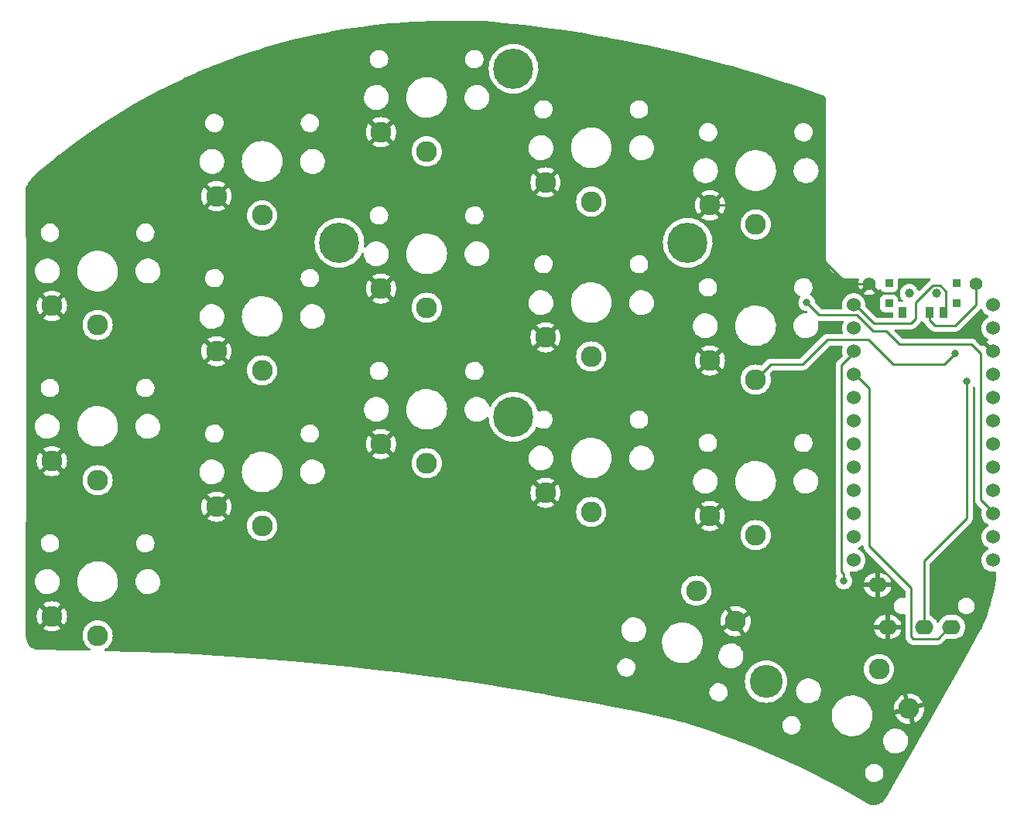
<source format=gbr>
%TF.GenerationSoftware,KiCad,Pcbnew,(6.0.8-1)-1*%
%TF.CreationDate,2023-02-27T11:26:24+02:00*%
%TF.ProjectId,sweepv2,73776565-7076-4322-9e6b-696361645f70,rev?*%
%TF.SameCoordinates,Original*%
%TF.FileFunction,Copper,L2,Bot*%
%TF.FilePolarity,Positive*%
%FSLAX46Y46*%
G04 Gerber Fmt 4.6, Leading zero omitted, Abs format (unit mm)*
G04 Created by KiCad (PCBNEW (6.0.8-1)-1) date 2023-02-27 11:26:24*
%MOMM*%
%LPD*%
G01*
G04 APERTURE LIST*
%TA.AperFunction,ComponentPad*%
%ADD10C,3.600000*%
%TD*%
%TA.AperFunction,ComponentPad*%
%ADD11C,1.524000*%
%TD*%
%TA.AperFunction,ComponentPad*%
%ADD12O,2.000000X1.600000*%
%TD*%
%TA.AperFunction,ComponentPad*%
%ADD13C,2.282000*%
%TD*%
%TA.AperFunction,ComponentPad*%
%ADD14C,4.400000*%
%TD*%
%TA.AperFunction,ComponentPad*%
%ADD15C,1.397000*%
%TD*%
%TA.AperFunction,WasherPad*%
%ADD16C,1.000000*%
%TD*%
%TA.AperFunction,SMDPad,CuDef*%
%ADD17R,0.900000X0.900000*%
%TD*%
%TA.AperFunction,SMDPad,CuDef*%
%ADD18R,0.900000X1.250000*%
%TD*%
%TA.AperFunction,ViaPad*%
%ADD19C,0.800000*%
%TD*%
%TA.AperFunction,Conductor*%
%ADD20C,0.250000*%
%TD*%
G04 APERTURE END LIST*
D10*
%TO.P,,1*%
%TO.N,N/C*%
X212979000Y-94325000D03*
%TD*%
D11*
%TO.P,U1,1*%
%TO.N,Switch10*%
X237789400Y-53086000D03*
%TO.P,U1,2*%
%TO.N,Switch18*%
X237789400Y-55626000D03*
%TO.P,U1,3*%
%TO.N,gnd*%
X237789400Y-58166000D03*
%TO.P,U1,4*%
X237789400Y-60706000D03*
%TO.P,U1,5*%
%TO.N,Switch11*%
X237789400Y-63246000D03*
%TO.P,U1,6*%
%TO.N,Switch12*%
X237789400Y-65786000D03*
%TO.P,U1,7*%
%TO.N,Switch13*%
X237789400Y-68326000D03*
%TO.P,U1,8*%
%TO.N,Switch14*%
X237789400Y-70866000D03*
%TO.P,U1,9*%
%TO.N,Switch15*%
X237789400Y-73406000D03*
%TO.P,U1,10*%
%TO.N,Switch1*%
X237789400Y-75946000D03*
%TO.P,U1,11*%
%TO.N,Switch16*%
X237789400Y-78486000D03*
%TO.P,U1,12*%
%TO.N,Switch17*%
X237789400Y-81026000D03*
%TO.P,U1,13*%
%TO.N,Switch9*%
X222569400Y-81026000D03*
%TO.P,U1,14*%
%TO.N,Switch8*%
X222569400Y-78486000D03*
%TO.P,U1,15*%
%TO.N,Switch7*%
X222569400Y-75946000D03*
%TO.P,U1,16*%
%TO.N,Switch6*%
X222569400Y-73406000D03*
%TO.P,U1,17*%
%TO.N,Switch2*%
X222569400Y-70866000D03*
%TO.P,U1,18*%
%TO.N,Switch3*%
X222569400Y-68326000D03*
%TO.P,U1,19*%
%TO.N,Switch4*%
X222569400Y-65786000D03*
%TO.P,U1,20*%
%TO.N,Switch5*%
X222569400Y-63246000D03*
%TO.P,U1,21*%
%TO.N,vcc*%
X222569400Y-60706000D03*
%TO.P,U1,22*%
%TO.N,reset*%
X222569400Y-58166000D03*
%TO.P,U1,23*%
%TO.N,gnd*%
X222569400Y-55626000D03*
%TO.P,U1,24*%
%TO.N,raw*%
X222569400Y-53086000D03*
%TD*%
D12*
%TO.P,J2,R1*%
%TO.N,Switch18*%
X230274000Y-88352000D03*
%TO.P,J2,R2*%
%TO.N,vcc*%
X233274000Y-88352000D03*
%TO.P,J2,S*%
%TO.N,gnd*%
X225174000Y-83752000D03*
%TO.P,J2,T*%
X226274000Y-88352000D03*
%TD*%
D13*
%TO.P,SW16,1*%
%TO.N,Switch13*%
X175856000Y-70416000D03*
%TO.P,SW16,2*%
%TO.N,gnd*%
X170856000Y-68316000D03*
%TD*%
%TO.P,SW20,1*%
%TO.N,Switch17*%
X225336000Y-92972450D03*
%TO.P,SW20,2*%
%TO.N,gnd*%
X228616127Y-97291103D03*
%TD*%
%TO.P,SW15,1*%
%TO.N,Switch12*%
X157856000Y-77274000D03*
%TO.P,SW15,2*%
%TO.N,gnd*%
X152856000Y-75174000D03*
%TD*%
%TO.P,SW21,1*%
%TO.N,Switch16*%
X205353032Y-84383038D03*
%TO.P,SW21,2*%
%TO.N,gnd*%
X209639142Y-87705577D03*
%TD*%
%TO.P,SW17,1*%
%TO.N,Switch14*%
X193856000Y-75750000D03*
%TO.P,SW17,2*%
%TO.N,gnd*%
X188856000Y-73650000D03*
%TD*%
%TO.P,SW18,1*%
%TO.N,Switch15*%
X211836000Y-78290000D03*
%TO.P,SW18,2*%
%TO.N,gnd*%
X206836000Y-76190000D03*
%TD*%
%TO.P,SW4,1*%
%TO.N,Switch3*%
X175856000Y-36282000D03*
%TO.P,SW4,2*%
%TO.N,gnd*%
X170856000Y-34182000D03*
%TD*%
%TO.P,SW3,1*%
%TO.N,Switch2*%
X157856000Y-43282000D03*
%TO.P,SW3,2*%
%TO.N,gnd*%
X152856000Y-41182000D03*
%TD*%
%TO.P,SW9,1*%
%TO.N,Switch7*%
X157856000Y-60256000D03*
%TO.P,SW9,2*%
%TO.N,gnd*%
X152856000Y-58156000D03*
%TD*%
%TO.P,SW14,1*%
%TO.N,Switch11*%
X139856000Y-89282000D03*
%TO.P,SW14,2*%
%TO.N,gnd*%
X134856000Y-87182000D03*
%TD*%
%TO.P,SW12,1*%
%TO.N,Switch10*%
X211836000Y-61272000D03*
%TO.P,SW12,2*%
%TO.N,gnd*%
X206836000Y-59172000D03*
%TD*%
%TO.P,SW11,1*%
%TO.N,Switch9*%
X193856000Y-58732000D03*
%TO.P,SW11,2*%
%TO.N,gnd*%
X188856000Y-56632000D03*
%TD*%
%TO.P,SW8,1*%
%TO.N,Switch6*%
X139856000Y-72282000D03*
%TO.P,SW8,2*%
%TO.N,gnd*%
X134856000Y-70182000D03*
%TD*%
%TO.P,SW6,1*%
%TO.N,Switch5*%
X211856000Y-44282000D03*
%TO.P,SW6,2*%
%TO.N,gnd*%
X206856000Y-42182000D03*
%TD*%
%TO.P,SW5,1*%
%TO.N,Switch4*%
X193856000Y-41782000D03*
%TO.P,SW5,2*%
%TO.N,gnd*%
X188856000Y-39682000D03*
%TD*%
%TO.P,SW2,1*%
%TO.N,Switch1*%
X139856000Y-55282000D03*
%TO.P,SW2,2*%
%TO.N,gnd*%
X134856000Y-53182000D03*
%TD*%
%TO.P,SW10,1*%
%TO.N,Switch8*%
X175856000Y-53398000D03*
%TO.P,SW10,2*%
%TO.N,gnd*%
X170856000Y-51298000D03*
%TD*%
D14*
%TO.P,REF\u002A\u002A,1*%
%TO.N,N/C*%
X204406000Y-46282000D03*
X166306000Y-46282000D03*
X185356000Y-27232000D03*
X185356000Y-65332000D03*
%TD*%
D15*
%TO.P,B+,1*%
%TO.N,BT+_r*%
X235966000Y-50800000D03*
%TD*%
%TO.P,B-,1*%
%TO.N,gnd*%
X224282000Y-50800000D03*
%TD*%
D16*
%TO.P,POWER SW,*%
%TO.N,*%
X231624000Y-51816000D03*
X228624000Y-51816000D03*
D17*
%TO.P,POWER SW,0*%
%TO.N,N/C*%
X233824000Y-52916000D03*
X226424000Y-52916000D03*
X226424000Y-50716000D03*
X233824000Y-50716000D03*
D18*
%TO.P,POWER SW,1*%
%TO.N,Net-(SW_POWERR1-Pad1)*%
X227874000Y-53891000D03*
%TO.P,POWER SW,2*%
%TO.N,BT+_r*%
X230874000Y-53891000D03*
%TO.P,POWER SW,3*%
%TO.N,raw*%
X232374000Y-53891000D03*
%TD*%
D19*
%TO.N,Switch18*%
X234950000Y-61468000D03*
%TO.N,reset*%
X221488000Y-83312000D03*
%TO.N,Switch1*%
X217424000Y-52832000D03*
%TO.N,Switch10*%
X233680000Y-58420000D03*
%TD*%
D20*
%TO.N,gnd*%
X213159159Y-42182000D02*
X206856000Y-42182000D01*
X221777159Y-50800000D02*
X213159159Y-42182000D01*
X226254000Y-88332000D02*
X226274000Y-88352000D01*
X226244000Y-88322000D02*
X226274000Y-88352000D01*
X224282000Y-50800000D02*
X221777159Y-50800000D01*
%TO.N,vcc*%
X233254000Y-88332000D02*
X233274000Y-88352000D01*
X224282000Y-62218600D02*
X224282000Y-79502000D01*
X229108000Y-89662000D02*
X231764000Y-89662000D01*
X222769400Y-60706000D02*
X224282000Y-62218600D01*
X231764000Y-89662000D02*
X233274000Y-88152000D01*
X228854000Y-84074000D02*
X228854000Y-89408000D01*
X228854000Y-89408000D02*
X229108000Y-89662000D01*
X224282000Y-79502000D02*
X228854000Y-84074000D01*
%TO.N,Switch18*%
X230274000Y-81130000D02*
X234950000Y-76454000D01*
X230274000Y-88152000D02*
X230274000Y-81130000D01*
X234950000Y-76454000D02*
X234950000Y-61468000D01*
%TO.N,reset*%
X221488000Y-82550000D02*
X221234000Y-82296000D01*
X221488000Y-83312000D02*
X221488000Y-82550000D01*
X221234000Y-59701400D02*
X221234000Y-82296000D01*
X222769400Y-58166000D02*
X221234000Y-59701400D01*
%TO.N,Switch1*%
X237989400Y-75946000D02*
X236469700Y-74426300D01*
X236469700Y-58424300D02*
X235445100Y-57399700D01*
X236469700Y-74426300D02*
X236469700Y-58424300D01*
X224711081Y-55958919D02*
X222925163Y-54173001D01*
X218765001Y-54173001D02*
X217424000Y-52832000D01*
X235445100Y-57399700D02*
X227579700Y-57399700D01*
X227579700Y-57399700D02*
X226138919Y-55958919D01*
X226138919Y-55958919D02*
X224711081Y-55958919D01*
X222925163Y-54173001D02*
X218765001Y-54173001D01*
%TO.N,Switch10*%
X232481001Y-59618999D02*
X233680000Y-58420000D01*
X211836000Y-61272000D02*
X213489001Y-59618999D01*
X219710000Y-56896000D02*
X224170002Y-56896000D01*
X216987001Y-59618999D02*
X219710000Y-56896000D01*
X226893001Y-59618999D02*
X232481001Y-59618999D01*
X224170002Y-56896000D02*
X226893001Y-59618999D01*
X213489001Y-59618999D02*
X216987001Y-59618999D01*
%TO.N,raw*%
X232664000Y-51634998D02*
X232020001Y-50990999D01*
X229374499Y-54597501D02*
X228854000Y-55118000D01*
X232020001Y-50990999D02*
X231227999Y-50990999D01*
X232664000Y-53601000D02*
X232664000Y-51634998D01*
X229374499Y-52844499D02*
X229374499Y-54597501D01*
X226568000Y-55118000D02*
X224801400Y-55118000D01*
X224801400Y-55118000D02*
X222769400Y-53086000D01*
X232374000Y-53891000D02*
X232664000Y-53601000D01*
X231227999Y-50990999D02*
X229374499Y-52844499D01*
X228854000Y-55118000D02*
X226568000Y-55118000D01*
%TO.N,BT+_r*%
X230874000Y-54766000D02*
X230874000Y-53891000D01*
X235966000Y-53086000D02*
X233680000Y-55372000D01*
X233680000Y-55372000D02*
X231480000Y-55372000D01*
X235966000Y-50800000D02*
X235966000Y-53086000D01*
X230874000Y-54766000D02*
X231480000Y-55372000D01*
%TD*%
%TA.AperFunction,Conductor*%
%TO.N,gnd*%
G36*
X182008955Y-22011849D02*
G01*
X182010185Y-22011967D01*
X182018911Y-22014079D01*
X182027876Y-22013658D01*
X182027881Y-22013658D01*
X182048297Y-22012698D01*
X182065651Y-22013079D01*
X183097361Y-22107132D01*
X184272548Y-22214266D01*
X184274420Y-22214452D01*
X185346601Y-22329224D01*
X186516790Y-22454487D01*
X186518759Y-22454713D01*
X188757156Y-22729994D01*
X188759121Y-22730252D01*
X190992798Y-23040687D01*
X190994758Y-23040975D01*
X193223329Y-23386508D01*
X193225285Y-23386827D01*
X194323505Y-23574835D01*
X195448117Y-23767361D01*
X195450023Y-23767702D01*
X196182957Y-23905074D01*
X197666739Y-24183176D01*
X197668683Y-24183557D01*
X199236749Y-24503061D01*
X199878442Y-24633810D01*
X199880344Y-24634213D01*
X201695351Y-25033862D01*
X202082773Y-25119169D01*
X202084704Y-25119610D01*
X204279316Y-25639164D01*
X204281162Y-25639616D01*
X204909424Y-25798826D01*
X206467286Y-26193609D01*
X206469203Y-26194111D01*
X208646305Y-26782405D01*
X208648214Y-26782937D01*
X209228072Y-26949454D01*
X210815868Y-27405420D01*
X210817654Y-27405948D01*
X212554080Y-27934293D01*
X212975194Y-28062426D01*
X212977085Y-28063017D01*
X215124090Y-28753365D01*
X215125972Y-28753987D01*
X215511953Y-28884828D01*
X217261800Y-29477997D01*
X217263590Y-29478620D01*
X219325204Y-30213820D01*
X219334933Y-30217867D01*
X219341647Y-30222346D01*
X219350215Y-30225032D01*
X219358311Y-30228904D01*
X219358112Y-30229319D01*
X219377511Y-30238450D01*
X219391778Y-30247716D01*
X219418657Y-30271200D01*
X219439765Y-30295730D01*
X219458978Y-30325808D01*
X219472359Y-30355270D01*
X219482367Y-30389530D01*
X219484481Y-30404307D01*
X219485742Y-30423692D01*
X219485735Y-30424261D01*
X219484354Y-30433130D01*
X219486072Y-30446268D01*
X219488482Y-30464702D01*
X219489545Y-30481037D01*
X219489528Y-36948236D01*
X219489501Y-47721845D01*
X219488410Y-47738389D01*
X219484300Y-47769419D01*
X219484586Y-47781968D01*
X219485444Y-47786756D01*
X219485469Y-47787010D01*
X219486815Y-47796847D01*
X219508265Y-48022600D01*
X219513796Y-48080817D01*
X219577617Y-48374177D01*
X219578849Y-48377731D01*
X219578851Y-48377738D01*
X219674719Y-48654284D01*
X219674723Y-48654293D01*
X219675952Y-48657839D01*
X219807398Y-48927757D01*
X219809442Y-48930928D01*
X219809443Y-48930929D01*
X219847496Y-48989950D01*
X219970081Y-49180082D01*
X220161682Y-49411216D01*
X220164406Y-49413801D01*
X220164411Y-49413806D01*
X220376739Y-49615275D01*
X220376743Y-49615279D01*
X220379467Y-49617863D01*
X220620333Y-49797076D01*
X220880844Y-49946300D01*
X220884301Y-49947764D01*
X220884302Y-49947765D01*
X221153826Y-50061943D01*
X221153831Y-50061945D01*
X221157285Y-50063408D01*
X221445714Y-50146728D01*
X221449430Y-50147334D01*
X221449433Y-50147335D01*
X221561245Y-50165578D01*
X221742018Y-50195073D01*
X221745762Y-50195231D01*
X221745769Y-50195232D01*
X221873511Y-50200632D01*
X222009659Y-50206388D01*
X222023052Y-50207675D01*
X222029435Y-50208634D01*
X222034306Y-50208608D01*
X222037122Y-50208593D01*
X222041987Y-50208567D01*
X222046784Y-50207794D01*
X222046786Y-50207794D01*
X222055518Y-50206387D01*
X222064062Y-50205011D01*
X222084074Y-50203407D01*
X222243632Y-50203378D01*
X223032805Y-50203234D01*
X223100929Y-50223224D01*
X223147432Y-50276871D01*
X223157549Y-50347143D01*
X223153160Y-50366598D01*
X223098524Y-50542553D01*
X223096130Y-50553817D01*
X223071425Y-50762547D01*
X223071124Y-50774048D01*
X223084871Y-50983779D01*
X223086672Y-50995149D01*
X223138409Y-51198863D01*
X223142250Y-51209710D01*
X223230247Y-51400592D01*
X223235996Y-51410549D01*
X223257112Y-51440427D01*
X223267701Y-51448815D01*
X223281000Y-51441788D01*
X224192905Y-50529884D01*
X224255217Y-50495859D01*
X224326033Y-50500924D01*
X224371095Y-50529884D01*
X225284609Y-51443398D01*
X225296987Y-51450156D01*
X225303566Y-51445231D01*
X225313378Y-51427711D01*
X225364115Y-51378049D01*
X225433647Y-51363701D01*
X225499898Y-51389223D01*
X225524139Y-51413711D01*
X225610739Y-51529261D01*
X225727295Y-51616615D01*
X225863684Y-51667745D01*
X225925866Y-51674500D01*
X226922134Y-51674500D01*
X226984316Y-51667745D01*
X227120705Y-51616615D01*
X227237261Y-51529261D01*
X227324615Y-51412705D01*
X227375745Y-51276316D01*
X227382500Y-51214134D01*
X227382500Y-50328413D01*
X227402502Y-50260292D01*
X227456158Y-50213799D01*
X227508477Y-50202413D01*
X230849410Y-50201800D01*
X230917534Y-50221790D01*
X230964037Y-50275437D01*
X230974154Y-50345709D01*
X230944673Y-50410295D01*
X230919687Y-50430491D01*
X230920382Y-50431447D01*
X230884612Y-50457435D01*
X230874692Y-50463951D01*
X230843464Y-50482419D01*
X230843461Y-50482421D01*
X230836637Y-50486457D01*
X230822316Y-50500778D01*
X230807283Y-50513618D01*
X230790892Y-50525527D01*
X230765370Y-50556378D01*
X230762701Y-50559604D01*
X230754711Y-50568383D01*
X229786855Y-51536239D01*
X229724543Y-51570265D01*
X229653728Y-51565200D01*
X229596892Y-51522653D01*
X229577138Y-51483561D01*
X229573477Y-51471435D01*
X229560916Y-51429831D01*
X229468066Y-51255204D01*
X229390256Y-51159800D01*
X229346960Y-51106713D01*
X229346957Y-51106710D01*
X229343065Y-51101938D01*
X229336724Y-51096692D01*
X229195425Y-50979799D01*
X229195421Y-50979797D01*
X229190675Y-50975870D01*
X229016701Y-50881802D01*
X228827768Y-50823318D01*
X228821643Y-50822674D01*
X228821642Y-50822674D01*
X228637204Y-50803289D01*
X228637202Y-50803289D01*
X228631075Y-50802645D01*
X228548576Y-50810153D01*
X228440251Y-50820011D01*
X228440248Y-50820012D01*
X228434112Y-50820570D01*
X228428206Y-50822308D01*
X228428202Y-50822309D01*
X228345104Y-50846766D01*
X228244381Y-50876410D01*
X228238923Y-50879263D01*
X228238919Y-50879265D01*
X228170271Y-50915154D01*
X228069110Y-50968040D01*
X227914975Y-51091968D01*
X227787846Y-51243474D01*
X227784879Y-51248872D01*
X227784875Y-51248877D01*
X227729731Y-51349185D01*
X227692567Y-51416787D01*
X227683544Y-51445231D01*
X227637493Y-51590403D01*
X227632765Y-51605306D01*
X227610719Y-51801851D01*
X227612770Y-51826275D01*
X227626073Y-51984700D01*
X227627268Y-51998934D01*
X227644606Y-52059400D01*
X227677984Y-52175800D01*
X227681783Y-52189050D01*
X227697138Y-52218928D01*
X227735211Y-52293008D01*
X227772187Y-52364956D01*
X227895035Y-52519953D01*
X227899729Y-52523948D01*
X227899733Y-52523952D01*
X227913356Y-52535546D01*
X227952270Y-52594928D01*
X227952901Y-52665922D01*
X227915050Y-52725987D01*
X227850734Y-52756053D01*
X227831694Y-52757500D01*
X227508500Y-52757500D01*
X227440379Y-52737498D01*
X227393886Y-52683842D01*
X227382500Y-52631500D01*
X227382500Y-52417866D01*
X227375745Y-52355684D01*
X227324615Y-52219295D01*
X227237261Y-52102739D01*
X227120705Y-52015385D01*
X226984316Y-51964255D01*
X226922134Y-51957500D01*
X225925866Y-51957500D01*
X225863684Y-51964255D01*
X225727295Y-52015385D01*
X225610739Y-52102739D01*
X225523385Y-52219295D01*
X225472255Y-52355684D01*
X225465500Y-52417866D01*
X225465500Y-53414134D01*
X225472255Y-53476316D01*
X225523385Y-53612705D01*
X225610739Y-53729261D01*
X225727295Y-53816615D01*
X225863684Y-53867745D01*
X225925866Y-53874500D01*
X226789500Y-53874500D01*
X226857621Y-53894502D01*
X226904114Y-53948158D01*
X226915500Y-54000500D01*
X226915500Y-54358500D01*
X226895498Y-54426621D01*
X226841842Y-54473114D01*
X226789500Y-54484500D01*
X225115994Y-54484500D01*
X225047873Y-54464498D01*
X225026899Y-54447595D01*
X223871863Y-53292558D01*
X223837837Y-53230246D01*
X223835437Y-53192485D01*
X223844753Y-53086000D01*
X223825378Y-52864537D01*
X223774770Y-52675667D01*
X223769263Y-52655114D01*
X223769262Y-52655112D01*
X223767840Y-52649804D01*
X223764484Y-52642607D01*
X223676214Y-52453311D01*
X223676211Y-52453306D01*
X223673888Y-52448324D01*
X223670731Y-52443815D01*
X223549536Y-52270730D01*
X223549534Y-52270727D01*
X223546377Y-52266219D01*
X223389181Y-52109023D01*
X223384673Y-52105866D01*
X223384670Y-52105864D01*
X223303594Y-52049094D01*
X223207077Y-51981512D01*
X223202095Y-51979189D01*
X223202090Y-51979186D01*
X223010578Y-51889883D01*
X223010577Y-51889882D01*
X223005596Y-51887560D01*
X223000288Y-51886138D01*
X223000286Y-51886137D01*
X222913064Y-51862766D01*
X222790863Y-51830022D01*
X222588454Y-51812314D01*
X223634046Y-51812314D01*
X223643928Y-51824803D01*
X223699041Y-51861627D01*
X223709146Y-51867114D01*
X223902267Y-51950086D01*
X223913210Y-51953641D01*
X224118209Y-52000028D01*
X224129618Y-52001530D01*
X224339645Y-52009781D01*
X224351129Y-52009179D01*
X224559145Y-51979019D01*
X224570328Y-51976334D01*
X224769362Y-51908771D01*
X224779865Y-51904095D01*
X224922404Y-51824270D01*
X224932266Y-51814194D01*
X224929311Y-51806522D01*
X224294811Y-51172021D01*
X224280868Y-51164408D01*
X224279034Y-51164539D01*
X224272420Y-51168790D01*
X223640239Y-51800972D01*
X223634046Y-51812314D01*
X222588454Y-51812314D01*
X222569400Y-51810647D01*
X222347937Y-51830022D01*
X222225736Y-51862766D01*
X222138514Y-51886137D01*
X222138512Y-51886138D01*
X222133204Y-51887560D01*
X222128223Y-51889882D01*
X222128222Y-51889883D01*
X221936711Y-51979186D01*
X221936706Y-51979189D01*
X221931724Y-51981512D01*
X221927217Y-51984668D01*
X221927215Y-51984669D01*
X221754130Y-52105864D01*
X221754127Y-52105866D01*
X221749619Y-52109023D01*
X221592423Y-52266219D01*
X221589266Y-52270727D01*
X221589264Y-52270730D01*
X221468069Y-52443815D01*
X221464912Y-52448324D01*
X221462589Y-52453306D01*
X221462586Y-52453311D01*
X221374316Y-52642607D01*
X221370960Y-52649804D01*
X221369538Y-52655112D01*
X221369537Y-52655114D01*
X221364030Y-52675667D01*
X221313422Y-52864537D01*
X221294047Y-53086000D01*
X221313422Y-53307463D01*
X221331391Y-53374521D01*
X221333097Y-53380889D01*
X221331407Y-53451866D01*
X221291613Y-53510662D01*
X221226349Y-53538610D01*
X221211390Y-53539501D01*
X219079595Y-53539501D01*
X219011474Y-53519499D01*
X218990500Y-53502596D01*
X218371122Y-52883218D01*
X218337096Y-52820906D01*
X218334907Y-52807293D01*
X218332164Y-52781189D01*
X218317542Y-52642072D01*
X218258527Y-52460444D01*
X218243457Y-52434341D01*
X218202579Y-52363540D01*
X218163040Y-52295056D01*
X218157603Y-52289017D01*
X218039675Y-52158045D01*
X218039674Y-52158044D01*
X218035253Y-52153134D01*
X217902683Y-52056816D01*
X217886094Y-52044763D01*
X217886093Y-52044762D01*
X217880752Y-52040882D01*
X217874724Y-52038198D01*
X217874722Y-52038197D01*
X217857838Y-52030680D01*
X217803742Y-51984700D01*
X217783093Y-51916772D01*
X217802445Y-51848464D01*
X217809527Y-51838347D01*
X217855466Y-51779122D01*
X217911661Y-51706676D01*
X218001696Y-51523701D01*
X218004017Y-51514791D01*
X218051490Y-51332541D01*
X218051490Y-51332538D01*
X218053100Y-51326359D01*
X218058941Y-51214906D01*
X218063438Y-51129094D01*
X218063438Y-51129090D01*
X218063772Y-51122712D01*
X218033278Y-50921078D01*
X218016203Y-50874670D01*
X217965067Y-50735684D01*
X217965066Y-50735683D01*
X217962863Y-50729694D01*
X217864544Y-50571123D01*
X217858764Y-50561800D01*
X217858763Y-50561799D01*
X217855402Y-50556378D01*
X217842329Y-50542553D01*
X217719671Y-50412846D01*
X217715286Y-50408209D01*
X217704427Y-50400605D01*
X217553472Y-50294906D01*
X217553471Y-50294905D01*
X217548239Y-50291242D01*
X217378677Y-50217866D01*
X217366940Y-50212787D01*
X217366939Y-50212787D01*
X217361084Y-50210253D01*
X217285527Y-50194468D01*
X217166212Y-50169541D01*
X217166208Y-50169541D01*
X217161467Y-50168550D01*
X217156630Y-50168297D01*
X217156626Y-50168296D01*
X217156560Y-50168293D01*
X217154788Y-50168200D01*
X217005033Y-50168200D01*
X216932387Y-50175579D01*
X216859466Y-50182986D01*
X216859465Y-50182986D01*
X216853117Y-50183631D01*
X216658522Y-50244614D01*
X216480163Y-50343479D01*
X216325327Y-50476190D01*
X216200339Y-50637324D01*
X216110304Y-50820299D01*
X216108695Y-50826477D01*
X216108694Y-50826479D01*
X216060788Y-51010394D01*
X216058900Y-51017641D01*
X216057382Y-51046610D01*
X216048603Y-51214134D01*
X216048228Y-51221288D01*
X216078722Y-51422922D01*
X216080928Y-51428917D01*
X216080928Y-51428918D01*
X216146708Y-51607703D01*
X216149137Y-51614306D01*
X216217307Y-51724253D01*
X216247169Y-51772414D01*
X216256598Y-51787622D01*
X216260979Y-51792255D01*
X216260980Y-51792256D01*
X216378729Y-51916772D01*
X216396714Y-51935791D01*
X216401944Y-51939453D01*
X216401945Y-51939454D01*
X216546800Y-52040882D01*
X216563761Y-52052758D01*
X216573139Y-52056816D01*
X216647047Y-52088799D01*
X216701621Y-52134210D01*
X216722981Y-52201917D01*
X216704345Y-52270424D01*
X216690644Y-52288743D01*
X216684960Y-52295056D01*
X216645421Y-52363540D01*
X216604544Y-52434341D01*
X216589473Y-52460444D01*
X216530458Y-52642072D01*
X216529768Y-52648633D01*
X216529768Y-52648635D01*
X216520428Y-52737498D01*
X216510496Y-52832000D01*
X216511186Y-52838565D01*
X216528520Y-53003486D01*
X216530458Y-53021928D01*
X216589473Y-53203556D01*
X216592776Y-53209278D01*
X216592777Y-53209279D01*
X216605683Y-53231632D01*
X216684960Y-53368944D01*
X216689378Y-53373851D01*
X216689379Y-53373852D01*
X216808325Y-53505955D01*
X216812747Y-53510866D01*
X216967248Y-53623118D01*
X216973276Y-53625802D01*
X216973278Y-53625803D01*
X217113724Y-53688333D01*
X217141712Y-53700794D01*
X217225901Y-53718689D01*
X217322056Y-53739128D01*
X217322061Y-53739128D01*
X217328513Y-53740500D01*
X217384405Y-53740500D01*
X217452526Y-53760502D01*
X217473500Y-53777405D01*
X217493600Y-53797505D01*
X217527626Y-53859817D01*
X217522561Y-53930632D01*
X217480014Y-53987468D01*
X217413494Y-54012279D01*
X217404505Y-54012600D01*
X217278075Y-54012600D01*
X217211119Y-54018281D01*
X217111438Y-54026739D01*
X217111434Y-54026740D01*
X217106127Y-54027190D01*
X217100972Y-54028528D01*
X217100966Y-54028529D01*
X216887997Y-54083805D01*
X216887993Y-54083806D01*
X216882828Y-54085147D01*
X216877962Y-54087339D01*
X216877959Y-54087340D01*
X216682315Y-54175471D01*
X216672485Y-54179899D01*
X216668065Y-54182875D01*
X216668061Y-54182877D01*
X216630350Y-54208266D01*
X216481115Y-54308738D01*
X216314188Y-54467978D01*
X216311000Y-54472263D01*
X216183546Y-54643568D01*
X216176479Y-54653066D01*
X216174064Y-54657816D01*
X216119377Y-54765378D01*
X216071923Y-54858712D01*
X216052818Y-54920241D01*
X216005095Y-55073930D01*
X216005094Y-55073936D01*
X216003511Y-55079033D01*
X215991165Y-55172186D01*
X215974483Y-55298054D01*
X215973200Y-55307732D01*
X215973400Y-55313062D01*
X215973400Y-55313063D01*
X215977249Y-55415586D01*
X215981854Y-55538268D01*
X216029228Y-55764050D01*
X216031186Y-55769009D01*
X216031187Y-55769011D01*
X216062927Y-55849380D01*
X216113967Y-55978622D01*
X216184717Y-56095214D01*
X216229958Y-56169769D01*
X216233647Y-56175849D01*
X216237144Y-56179879D01*
X216377053Y-56341110D01*
X216384847Y-56350092D01*
X216419098Y-56378176D01*
X216559115Y-56492984D01*
X216559121Y-56492988D01*
X216563243Y-56496368D01*
X216763735Y-56610494D01*
X216768751Y-56612315D01*
X216768756Y-56612317D01*
X216975575Y-56687389D01*
X216975579Y-56687390D01*
X216980590Y-56689209D01*
X216985839Y-56690158D01*
X216985842Y-56690159D01*
X217203523Y-56729522D01*
X217203530Y-56729523D01*
X217207607Y-56730260D01*
X217225344Y-56731096D01*
X217230292Y-56731330D01*
X217230299Y-56731330D01*
X217231780Y-56731400D01*
X217393925Y-56731400D01*
X217460881Y-56725719D01*
X217560562Y-56717261D01*
X217560566Y-56717260D01*
X217565873Y-56716810D01*
X217571028Y-56715472D01*
X217571034Y-56715471D01*
X217784003Y-56660195D01*
X217784007Y-56660194D01*
X217789172Y-56658853D01*
X217794038Y-56656661D01*
X217794041Y-56656660D01*
X217994649Y-56566293D01*
X217999515Y-56564101D01*
X218003935Y-56561125D01*
X218003939Y-56561123D01*
X218134261Y-56473384D01*
X218190885Y-56435262D01*
X218357812Y-56276022D01*
X218440475Y-56164919D01*
X218492337Y-56095214D01*
X218492339Y-56095211D01*
X218495521Y-56090934D01*
X218551860Y-55980124D01*
X218597658Y-55890046D01*
X218597658Y-55890045D01*
X218600077Y-55885288D01*
X218641774Y-55751003D01*
X218666905Y-55670070D01*
X218666906Y-55670064D01*
X218668489Y-55664967D01*
X218687738Y-55519734D01*
X218698100Y-55441553D01*
X218698100Y-55441548D01*
X218698800Y-55436268D01*
X218697983Y-55414489D01*
X218692184Y-55260022D01*
X218690146Y-55205732D01*
X218642772Y-54979950D01*
X218640813Y-54974989D01*
X218640066Y-54972500D01*
X218639646Y-54901505D01*
X218677677Y-54841553D01*
X218748892Y-54810848D01*
X218788962Y-54807060D01*
X218800820Y-54806501D01*
X221352783Y-54806501D01*
X221420904Y-54826503D01*
X221467397Y-54880159D01*
X221477501Y-54950433D01*
X221464442Y-54988153D01*
X221465347Y-54988575D01*
X221373755Y-55184993D01*
X221370009Y-55195285D01*
X221315341Y-55399309D01*
X221313438Y-55410104D01*
X221295028Y-55620525D01*
X221295028Y-55631475D01*
X221313438Y-55841896D01*
X221315341Y-55852691D01*
X221370009Y-56056715D01*
X221373755Y-56067008D01*
X221381330Y-56083252D01*
X221391990Y-56153444D01*
X221363009Y-56218256D01*
X221303589Y-56257111D01*
X221267134Y-56262500D01*
X219788767Y-56262500D01*
X219777584Y-56261973D01*
X219770091Y-56260298D01*
X219762165Y-56260547D01*
X219762164Y-56260547D01*
X219702014Y-56262438D01*
X219698055Y-56262500D01*
X219670144Y-56262500D01*
X219666210Y-56262997D01*
X219666209Y-56262997D01*
X219666144Y-56263005D01*
X219654307Y-56263938D01*
X219622490Y-56264938D01*
X219618029Y-56265078D01*
X219610110Y-56265327D01*
X219592454Y-56270456D01*
X219590658Y-56270978D01*
X219571306Y-56274986D01*
X219568758Y-56275308D01*
X219551203Y-56277526D01*
X219543834Y-56280443D01*
X219543832Y-56280444D01*
X219510097Y-56293800D01*
X219498869Y-56297645D01*
X219456407Y-56309982D01*
X219449584Y-56314017D01*
X219449582Y-56314018D01*
X219438972Y-56320293D01*
X219421224Y-56328988D01*
X219402383Y-56336448D01*
X219395967Y-56341110D01*
X219395966Y-56341110D01*
X219366613Y-56362436D01*
X219356693Y-56368952D01*
X219325465Y-56387420D01*
X219325462Y-56387422D01*
X219318638Y-56391458D01*
X219304317Y-56405779D01*
X219289284Y-56418619D01*
X219272893Y-56430528D01*
X219252488Y-56455193D01*
X219244702Y-56464605D01*
X219236712Y-56473384D01*
X216761501Y-58948594D01*
X216699189Y-58982620D01*
X216672406Y-58985499D01*
X213567764Y-58985499D01*
X213556580Y-58984972D01*
X213549092Y-58983298D01*
X213541169Y-58983547D01*
X213481034Y-58985437D01*
X213477076Y-58985499D01*
X213449145Y-58985499D01*
X213445230Y-58985994D01*
X213445226Y-58985994D01*
X213445168Y-58986002D01*
X213445139Y-58986005D01*
X213433297Y-58986938D01*
X213389111Y-58988326D01*
X213380468Y-58990837D01*
X213369659Y-58993977D01*
X213350307Y-58997985D01*
X213338069Y-58999531D01*
X213338067Y-58999532D01*
X213330204Y-59000525D01*
X213289087Y-59016805D01*
X213277886Y-59020640D01*
X213235407Y-59032981D01*
X213228588Y-59037014D01*
X213228583Y-59037016D01*
X213217972Y-59043292D01*
X213200222Y-59051989D01*
X213181384Y-59059447D01*
X213174968Y-59064108D01*
X213174967Y-59064109D01*
X213145626Y-59085427D01*
X213135702Y-59091946D01*
X213104461Y-59110421D01*
X213104456Y-59110425D01*
X213097638Y-59114457D01*
X213083314Y-59128781D01*
X213068282Y-59141620D01*
X213051894Y-59153527D01*
X213028687Y-59181580D01*
X213023713Y-59187592D01*
X213015723Y-59196372D01*
X212524505Y-59687590D01*
X212462193Y-59721616D01*
X212387193Y-59714904D01*
X212351873Y-59700274D01*
X212351859Y-59700270D01*
X212347300Y-59698381D01*
X212263794Y-59678333D01*
X212099650Y-59638925D01*
X212099644Y-59638924D01*
X212094837Y-59637770D01*
X211836000Y-59617399D01*
X211577163Y-59637770D01*
X211572356Y-59638924D01*
X211572350Y-59638925D01*
X211412470Y-59677309D01*
X211324700Y-59698381D01*
X211320129Y-59700274D01*
X211320127Y-59700275D01*
X211089401Y-59795845D01*
X211089397Y-59795847D01*
X211084827Y-59797740D01*
X210863450Y-59933400D01*
X210666020Y-60102020D01*
X210497400Y-60299450D01*
X210361740Y-60520827D01*
X210359847Y-60525397D01*
X210359845Y-60525401D01*
X210282771Y-60711474D01*
X210262381Y-60760700D01*
X210246773Y-60825711D01*
X210203306Y-61006766D01*
X210201770Y-61013163D01*
X210181399Y-61272000D01*
X210201770Y-61530837D01*
X210202924Y-61535644D01*
X210202925Y-61535650D01*
X210232282Y-61657928D01*
X210262381Y-61783300D01*
X210264274Y-61787871D01*
X210264275Y-61787873D01*
X210355234Y-62007465D01*
X210361740Y-62023173D01*
X210497400Y-62244550D01*
X210666020Y-62441980D01*
X210863450Y-62610600D01*
X211084827Y-62746260D01*
X211089397Y-62748153D01*
X211089401Y-62748155D01*
X211320127Y-62843725D01*
X211324700Y-62845619D01*
X211412470Y-62866691D01*
X211572350Y-62905075D01*
X211572356Y-62905076D01*
X211577163Y-62906230D01*
X211836000Y-62926601D01*
X212094837Y-62906230D01*
X212099644Y-62905076D01*
X212099650Y-62905075D01*
X212259530Y-62866691D01*
X212347300Y-62845619D01*
X212351873Y-62843725D01*
X212582599Y-62748155D01*
X212582603Y-62748153D01*
X212587173Y-62746260D01*
X212808550Y-62610600D01*
X213005980Y-62441980D01*
X213174600Y-62244550D01*
X213310260Y-62023173D01*
X213316767Y-62007465D01*
X213407725Y-61787873D01*
X213407726Y-61787871D01*
X213409619Y-61783300D01*
X213439718Y-61657928D01*
X213469075Y-61535650D01*
X213469076Y-61535644D01*
X213470230Y-61530837D01*
X213490601Y-61272000D01*
X213470230Y-61013163D01*
X213468695Y-61006766D01*
X213425227Y-60825711D01*
X213409619Y-60760700D01*
X213393095Y-60720807D01*
X213385506Y-60650219D01*
X213420409Y-60583495D01*
X213714500Y-60289404D01*
X213776812Y-60255378D01*
X213803595Y-60252499D01*
X216908234Y-60252499D01*
X216919417Y-60253026D01*
X216926910Y-60254701D01*
X216934836Y-60254452D01*
X216934837Y-60254452D01*
X216994987Y-60252561D01*
X216998946Y-60252499D01*
X217026857Y-60252499D01*
X217030792Y-60252002D01*
X217030857Y-60251994D01*
X217042694Y-60251061D01*
X217074952Y-60250047D01*
X217078971Y-60249921D01*
X217086890Y-60249672D01*
X217106344Y-60244020D01*
X217125701Y-60240012D01*
X217137931Y-60238467D01*
X217137932Y-60238467D01*
X217145798Y-60237473D01*
X217153169Y-60234554D01*
X217153171Y-60234554D01*
X217186913Y-60221195D01*
X217198143Y-60217350D01*
X217232984Y-60207228D01*
X217232985Y-60207228D01*
X217240594Y-60205017D01*
X217247413Y-60200984D01*
X217247418Y-60200982D01*
X217258029Y-60194706D01*
X217275777Y-60186011D01*
X217294618Y-60178551D01*
X217330388Y-60152563D01*
X217340308Y-60146047D01*
X217371536Y-60127579D01*
X217371539Y-60127577D01*
X217378363Y-60123541D01*
X217392684Y-60109220D01*
X217407718Y-60096379D01*
X217417695Y-60089130D01*
X217424108Y-60084471D01*
X217452299Y-60050394D01*
X217460289Y-60041615D01*
X219935500Y-57566405D01*
X219997812Y-57532379D01*
X220024595Y-57529500D01*
X221266583Y-57529500D01*
X221334704Y-57549502D01*
X221381197Y-57603158D01*
X221391301Y-57673432D01*
X221380777Y-57708751D01*
X221370960Y-57729804D01*
X221313422Y-57944537D01*
X221294047Y-58166000D01*
X221313422Y-58387463D01*
X221337708Y-58478097D01*
X221366151Y-58584250D01*
X221364461Y-58655226D01*
X221333539Y-58705956D01*
X220841747Y-59197748D01*
X220833461Y-59205288D01*
X220826982Y-59209400D01*
X220821557Y-59215177D01*
X220780357Y-59259051D01*
X220777602Y-59261893D01*
X220757865Y-59281630D01*
X220755385Y-59284827D01*
X220747682Y-59293847D01*
X220717414Y-59326079D01*
X220713595Y-59333025D01*
X220713593Y-59333028D01*
X220707652Y-59343834D01*
X220696801Y-59360353D01*
X220684386Y-59376359D01*
X220681241Y-59383628D01*
X220681238Y-59383632D01*
X220666826Y-59416937D01*
X220661609Y-59427587D01*
X220640305Y-59466340D01*
X220638334Y-59474015D01*
X220638334Y-59474016D01*
X220635267Y-59485962D01*
X220628863Y-59504666D01*
X220620819Y-59523255D01*
X220619580Y-59531078D01*
X220619577Y-59531088D01*
X220613901Y-59566924D01*
X220611495Y-59578544D01*
X220605598Y-59601512D01*
X220600500Y-59621370D01*
X220600500Y-59641624D01*
X220598949Y-59661334D01*
X220595780Y-59681343D01*
X220596526Y-59689235D01*
X220599941Y-59725361D01*
X220600500Y-59737219D01*
X220600500Y-82217233D01*
X220599973Y-82228416D01*
X220598298Y-82235909D01*
X220598547Y-82243835D01*
X220598547Y-82243836D01*
X220600438Y-82303986D01*
X220600500Y-82307945D01*
X220600500Y-82335856D01*
X220600997Y-82339790D01*
X220600997Y-82339791D01*
X220601005Y-82339856D01*
X220601938Y-82351693D01*
X220603327Y-82395889D01*
X220608936Y-82415195D01*
X220608978Y-82415339D01*
X220612987Y-82434700D01*
X220615526Y-82454797D01*
X220618445Y-82462168D01*
X220618445Y-82462170D01*
X220631804Y-82495912D01*
X220635649Y-82507142D01*
X220639533Y-82520510D01*
X220647982Y-82549593D01*
X220652015Y-82556412D01*
X220652017Y-82556417D01*
X220658293Y-82567028D01*
X220666988Y-82584776D01*
X220674448Y-82603617D01*
X220679110Y-82610033D01*
X220679110Y-82610034D01*
X220700436Y-82639387D01*
X220706952Y-82649307D01*
X220727465Y-82683992D01*
X220744925Y-82752808D01*
X220728131Y-82811132D01*
X220691941Y-82873815D01*
X220653473Y-82940444D01*
X220594458Y-83122072D01*
X220574496Y-83312000D01*
X220575186Y-83318565D01*
X220593688Y-83494599D01*
X220594458Y-83501928D01*
X220653473Y-83683556D01*
X220656776Y-83689278D01*
X220656777Y-83689279D01*
X220674919Y-83720701D01*
X220748960Y-83848944D01*
X220753378Y-83853851D01*
X220753379Y-83853852D01*
X220872325Y-83985955D01*
X220876747Y-83990866D01*
X221031248Y-84103118D01*
X221037276Y-84105802D01*
X221037278Y-84105803D01*
X221199681Y-84178109D01*
X221205712Y-84180794D01*
X221299113Y-84200647D01*
X221386056Y-84219128D01*
X221386061Y-84219128D01*
X221392513Y-84220500D01*
X221583487Y-84220500D01*
X221589939Y-84219128D01*
X221589944Y-84219128D01*
X221676887Y-84200647D01*
X221770288Y-84180794D01*
X221776319Y-84178109D01*
X221938722Y-84105803D01*
X221938724Y-84105802D01*
X221944752Y-84103118D01*
X222061188Y-84018522D01*
X223691273Y-84018522D01*
X223738764Y-84195761D01*
X223742510Y-84206053D01*
X223834586Y-84403511D01*
X223840069Y-84413007D01*
X223965028Y-84591467D01*
X223972084Y-84599875D01*
X224126125Y-84753916D01*
X224134533Y-84760972D01*
X224312993Y-84885931D01*
X224322489Y-84891414D01*
X224519947Y-84983490D01*
X224530239Y-84987236D01*
X224740688Y-85043625D01*
X224751481Y-85045528D01*
X224905330Y-85058988D01*
X224917124Y-85055525D01*
X224918329Y-85054135D01*
X224920000Y-85046452D01*
X224920000Y-85041885D01*
X225428000Y-85041885D01*
X225432475Y-85057124D01*
X225433865Y-85058329D01*
X225438553Y-85059348D01*
X225596519Y-85045528D01*
X225607312Y-85043625D01*
X225817761Y-84987236D01*
X225828053Y-84983490D01*
X226025511Y-84891414D01*
X226035007Y-84885931D01*
X226213467Y-84760972D01*
X226221875Y-84753916D01*
X226375916Y-84599875D01*
X226382972Y-84591467D01*
X226507931Y-84413007D01*
X226513414Y-84403511D01*
X226605490Y-84206053D01*
X226609236Y-84195761D01*
X226655394Y-84023497D01*
X226655058Y-84009401D01*
X226647116Y-84006000D01*
X225446115Y-84006000D01*
X225430876Y-84010475D01*
X225429671Y-84011865D01*
X225428000Y-84019548D01*
X225428000Y-85041885D01*
X224920000Y-85041885D01*
X224920000Y-84024115D01*
X224915525Y-84008876D01*
X224914135Y-84007671D01*
X224906452Y-84006000D01*
X223706033Y-84006000D01*
X223692502Y-84009973D01*
X223691273Y-84018522D01*
X222061188Y-84018522D01*
X222099253Y-83990866D01*
X222103675Y-83985955D01*
X222222621Y-83853852D01*
X222222622Y-83853851D01*
X222227040Y-83848944D01*
X222301081Y-83720701D01*
X222319223Y-83689279D01*
X222319224Y-83689278D01*
X222322527Y-83683556D01*
X222381542Y-83501928D01*
X222382313Y-83494599D01*
X222383794Y-83480503D01*
X223692606Y-83480503D01*
X223692942Y-83494599D01*
X223700884Y-83498000D01*
X224901885Y-83498000D01*
X224917124Y-83493525D01*
X224918329Y-83492135D01*
X224920000Y-83484452D01*
X224920000Y-83479885D01*
X225428000Y-83479885D01*
X225432475Y-83495124D01*
X225433865Y-83496329D01*
X225441548Y-83498000D01*
X226641967Y-83498000D01*
X226655498Y-83494027D01*
X226656727Y-83485478D01*
X226609236Y-83308239D01*
X226605490Y-83297947D01*
X226513414Y-83100489D01*
X226507931Y-83090993D01*
X226382972Y-82912533D01*
X226375916Y-82904125D01*
X226221875Y-82750084D01*
X226213467Y-82743028D01*
X226035007Y-82618069D01*
X226025511Y-82612586D01*
X225828053Y-82520510D01*
X225817761Y-82516764D01*
X225607312Y-82460375D01*
X225596519Y-82458472D01*
X225442670Y-82445012D01*
X225430876Y-82448475D01*
X225429671Y-82449865D01*
X225428000Y-82457548D01*
X225428000Y-83479885D01*
X224920000Y-83479885D01*
X224920000Y-82462115D01*
X224915525Y-82446876D01*
X224914135Y-82445671D01*
X224909447Y-82444652D01*
X224751481Y-82458472D01*
X224740688Y-82460375D01*
X224530239Y-82516764D01*
X224519947Y-82520510D01*
X224322489Y-82612586D01*
X224312993Y-82618069D01*
X224134533Y-82743028D01*
X224126125Y-82750084D01*
X223972084Y-82904125D01*
X223965028Y-82912533D01*
X223840069Y-83090993D01*
X223834586Y-83100489D01*
X223742510Y-83297947D01*
X223738764Y-83308239D01*
X223692606Y-83480503D01*
X222383794Y-83480503D01*
X222400814Y-83318565D01*
X222401504Y-83312000D01*
X222381542Y-83122072D01*
X222322527Y-82940444D01*
X222227040Y-82775056D01*
X222198202Y-82743028D01*
X222155515Y-82695619D01*
X222124797Y-82631612D01*
X222124068Y-82610079D01*
X222123702Y-82610091D01*
X222121562Y-82542014D01*
X222121500Y-82538055D01*
X222121500Y-82510144D01*
X222120995Y-82506144D01*
X222120062Y-82494301D01*
X222119365Y-82472106D01*
X222118673Y-82450110D01*
X222113022Y-82430658D01*
X222109014Y-82411304D01*
X222107234Y-82397217D01*
X222118539Y-82327127D01*
X222165943Y-82274274D01*
X222234396Y-82255440D01*
X222264851Y-82259715D01*
X222347937Y-82281978D01*
X222569400Y-82301353D01*
X222790863Y-82281978D01*
X222949959Y-82239348D01*
X223000286Y-82225863D01*
X223000288Y-82225862D01*
X223005596Y-82224440D01*
X223010578Y-82222117D01*
X223202090Y-82132814D01*
X223202095Y-82132811D01*
X223207077Y-82130488D01*
X223340964Y-82036739D01*
X223384670Y-82006136D01*
X223384673Y-82006134D01*
X223389181Y-82002977D01*
X223546377Y-81845781D01*
X223559991Y-81826339D01*
X223670731Y-81668185D01*
X223670732Y-81668183D01*
X223673888Y-81663676D01*
X223676211Y-81658694D01*
X223676214Y-81658689D01*
X223765517Y-81467178D01*
X223765518Y-81467177D01*
X223767840Y-81462196D01*
X223772557Y-81444594D01*
X223823954Y-81252776D01*
X223825378Y-81247463D01*
X223844753Y-81026000D01*
X223825378Y-80804537D01*
X223767840Y-80589804D01*
X223765517Y-80584822D01*
X223676214Y-80393311D01*
X223676211Y-80393306D01*
X223673888Y-80388324D01*
X223546377Y-80206219D01*
X223389181Y-80049023D01*
X223384673Y-80045866D01*
X223384670Y-80045864D01*
X223272466Y-79967298D01*
X223207077Y-79921512D01*
X223202095Y-79919189D01*
X223202090Y-79919186D01*
X223097027Y-79870195D01*
X223043742Y-79823278D01*
X223024281Y-79755001D01*
X223044823Y-79687041D01*
X223097027Y-79641805D01*
X223202090Y-79592814D01*
X223202095Y-79592811D01*
X223207077Y-79590488D01*
X223330493Y-79504071D01*
X223384670Y-79466136D01*
X223384673Y-79466134D01*
X223389181Y-79462977D01*
X223433219Y-79418939D01*
X223495531Y-79384913D01*
X223566346Y-79389978D01*
X223623182Y-79432525D01*
X223648252Y-79504071D01*
X223648438Y-79509982D01*
X223648500Y-79513945D01*
X223648500Y-79541856D01*
X223648997Y-79545790D01*
X223648997Y-79545791D01*
X223649005Y-79545856D01*
X223649938Y-79557693D01*
X223651327Y-79601889D01*
X223656978Y-79621339D01*
X223660987Y-79640700D01*
X223663526Y-79660797D01*
X223666445Y-79668168D01*
X223666445Y-79668170D01*
X223679804Y-79701912D01*
X223683649Y-79713142D01*
X223693771Y-79747983D01*
X223695982Y-79755593D01*
X223700015Y-79762412D01*
X223700017Y-79762417D01*
X223706293Y-79773028D01*
X223714988Y-79790776D01*
X223722448Y-79809617D01*
X223727110Y-79816033D01*
X223727110Y-79816034D01*
X223748436Y-79845387D01*
X223754952Y-79855307D01*
X223777458Y-79893362D01*
X223791779Y-79907683D01*
X223804619Y-79922716D01*
X223816528Y-79939107D01*
X223849619Y-79966482D01*
X223850605Y-79967298D01*
X223859384Y-79975288D01*
X228183595Y-84299499D01*
X228217621Y-84361811D01*
X228220500Y-84388594D01*
X228220500Y-85036847D01*
X228200498Y-85104968D01*
X228146842Y-85151461D01*
X228076568Y-85161565D01*
X228069757Y-85160352D01*
X228063928Y-85158458D01*
X228057371Y-85157769D01*
X228057367Y-85157768D01*
X227981476Y-85149792D01*
X227921610Y-85143500D01*
X227826390Y-85143500D01*
X227750645Y-85151461D01*
X227690635Y-85157768D01*
X227690633Y-85157768D01*
X227684072Y-85158458D01*
X227502444Y-85217473D01*
X227337056Y-85312960D01*
X227332149Y-85317378D01*
X227332148Y-85317379D01*
X227222919Y-85415729D01*
X227195134Y-85440747D01*
X227082882Y-85595248D01*
X227080198Y-85601276D01*
X227080197Y-85601278D01*
X227026610Y-85721638D01*
X227005206Y-85769712D01*
X227003834Y-85776169D01*
X226979144Y-85892325D01*
X226965500Y-85956513D01*
X226965500Y-86147487D01*
X226966872Y-86153939D01*
X226966872Y-86153944D01*
X226972941Y-86182496D01*
X227005206Y-86334288D01*
X227007891Y-86340318D01*
X227007891Y-86340319D01*
X227050326Y-86435629D01*
X227082882Y-86508752D01*
X227195134Y-86663253D01*
X227337056Y-86791040D01*
X227502444Y-86886527D01*
X227684072Y-86945542D01*
X227690633Y-86946232D01*
X227690635Y-86946232D01*
X227743889Y-86951829D01*
X227826390Y-86960500D01*
X227921610Y-86960500D01*
X227981476Y-86954208D01*
X228057367Y-86946232D01*
X228057371Y-86946231D01*
X228063928Y-86945542D01*
X228068835Y-86943948D01*
X228139093Y-86949308D01*
X228195726Y-86992124D01*
X228220220Y-87058762D01*
X228220500Y-87067153D01*
X228220500Y-89329233D01*
X228219973Y-89340416D01*
X228218298Y-89347909D01*
X228218547Y-89355835D01*
X228218547Y-89355836D01*
X228220438Y-89415986D01*
X228220500Y-89419945D01*
X228220500Y-89447856D01*
X228220997Y-89451790D01*
X228220997Y-89451791D01*
X228221005Y-89451856D01*
X228221938Y-89463693D01*
X228223327Y-89507889D01*
X228228978Y-89527339D01*
X228232987Y-89546700D01*
X228235526Y-89566797D01*
X228238445Y-89574168D01*
X228238445Y-89574170D01*
X228251804Y-89607912D01*
X228255649Y-89619142D01*
X228260717Y-89636587D01*
X228267982Y-89661593D01*
X228272015Y-89668412D01*
X228272017Y-89668417D01*
X228278293Y-89679028D01*
X228286988Y-89696776D01*
X228294448Y-89715617D01*
X228299110Y-89722033D01*
X228299110Y-89722034D01*
X228320436Y-89751387D01*
X228326952Y-89761307D01*
X228341262Y-89785503D01*
X228349458Y-89799362D01*
X228363779Y-89813683D01*
X228376619Y-89828716D01*
X228388528Y-89845107D01*
X228394634Y-89850158D01*
X228422605Y-89873298D01*
X228431384Y-89881288D01*
X228604343Y-90054247D01*
X228611887Y-90062537D01*
X228616000Y-90069018D01*
X228621777Y-90074443D01*
X228665667Y-90115658D01*
X228668509Y-90118413D01*
X228688230Y-90138134D01*
X228691425Y-90140612D01*
X228700447Y-90148318D01*
X228732679Y-90178586D01*
X228739628Y-90182406D01*
X228750432Y-90188346D01*
X228766956Y-90199199D01*
X228782959Y-90211613D01*
X228823543Y-90229176D01*
X228834173Y-90234383D01*
X228872940Y-90255695D01*
X228880617Y-90257666D01*
X228880622Y-90257668D01*
X228892558Y-90260732D01*
X228911266Y-90267137D01*
X228929855Y-90275181D01*
X228937683Y-90276421D01*
X228937690Y-90276423D01*
X228973524Y-90282099D01*
X228985144Y-90284505D01*
X229016959Y-90292673D01*
X229027970Y-90295500D01*
X229048224Y-90295500D01*
X229067934Y-90297051D01*
X229087943Y-90300220D01*
X229095835Y-90299474D01*
X229114580Y-90297702D01*
X229131962Y-90296059D01*
X229143819Y-90295500D01*
X231685233Y-90295500D01*
X231696416Y-90296027D01*
X231703909Y-90297702D01*
X231711835Y-90297453D01*
X231711836Y-90297453D01*
X231771986Y-90295562D01*
X231775945Y-90295500D01*
X231803856Y-90295500D01*
X231807791Y-90295003D01*
X231807856Y-90294995D01*
X231819693Y-90294062D01*
X231851951Y-90293048D01*
X231855970Y-90292922D01*
X231863889Y-90292673D01*
X231883343Y-90287021D01*
X231902700Y-90283013D01*
X231914930Y-90281468D01*
X231914931Y-90281468D01*
X231922797Y-90280474D01*
X231930168Y-90277555D01*
X231930170Y-90277555D01*
X231963912Y-90264196D01*
X231975142Y-90260351D01*
X232009983Y-90250229D01*
X232009984Y-90250229D01*
X232017593Y-90248018D01*
X232024412Y-90243985D01*
X232024417Y-90243983D01*
X232035028Y-90237707D01*
X232052776Y-90229012D01*
X232071617Y-90221552D01*
X232091987Y-90206753D01*
X232107387Y-90195564D01*
X232117307Y-90189048D01*
X232148535Y-90170580D01*
X232148538Y-90170578D01*
X232155362Y-90166542D01*
X232169683Y-90152221D01*
X232184717Y-90139380D01*
X232186432Y-90138134D01*
X232201107Y-90127472D01*
X232229298Y-90093395D01*
X232237288Y-90084616D01*
X232660752Y-89661152D01*
X232723064Y-89627126D01*
X232782459Y-89628541D01*
X232840591Y-89644118D01*
X232840602Y-89644120D01*
X232845913Y-89645543D01*
X232924729Y-89652438D01*
X233014149Y-89660262D01*
X233014156Y-89660262D01*
X233016873Y-89660500D01*
X233531127Y-89660500D01*
X233533844Y-89660262D01*
X233533851Y-89660262D01*
X233605617Y-89653983D01*
X233702087Y-89645543D01*
X233707400Y-89644119D01*
X233707402Y-89644119D01*
X233917933Y-89587707D01*
X233917935Y-89587706D01*
X233923243Y-89586284D01*
X233929235Y-89583490D01*
X234125762Y-89491849D01*
X234125767Y-89491846D01*
X234130749Y-89489523D01*
X234284723Y-89381709D01*
X234313789Y-89361357D01*
X234313792Y-89361355D01*
X234318300Y-89358198D01*
X234480198Y-89196300D01*
X234493850Y-89176804D01*
X234608366Y-89013257D01*
X234611523Y-89008749D01*
X234613846Y-89003767D01*
X234613849Y-89003762D01*
X234705961Y-88806225D01*
X234705961Y-88806224D01*
X234708284Y-88801243D01*
X234717694Y-88766127D01*
X234766119Y-88585402D01*
X234766119Y-88585400D01*
X234767543Y-88580087D01*
X234787498Y-88352000D01*
X234767543Y-88123913D01*
X234757244Y-88085478D01*
X234709707Y-87908067D01*
X234709706Y-87908065D01*
X234708284Y-87902757D01*
X234694687Y-87873597D01*
X234613849Y-87700238D01*
X234613846Y-87700233D01*
X234611523Y-87695251D01*
X234510370Y-87550790D01*
X234483357Y-87512211D01*
X234483355Y-87512208D01*
X234480198Y-87507700D01*
X234318300Y-87345802D01*
X234313792Y-87342645D01*
X234313789Y-87342643D01*
X234227640Y-87282321D01*
X234130749Y-87214477D01*
X234125767Y-87212154D01*
X234125762Y-87212151D01*
X233928225Y-87120039D01*
X233928224Y-87120039D01*
X233923243Y-87117716D01*
X233917935Y-87116294D01*
X233917933Y-87116293D01*
X233707402Y-87059881D01*
X233707400Y-87059881D01*
X233702087Y-87058457D01*
X233602520Y-87049746D01*
X233533851Y-87043738D01*
X233533844Y-87043738D01*
X233531127Y-87043500D01*
X233016873Y-87043500D01*
X233014156Y-87043738D01*
X233014149Y-87043738D01*
X232945480Y-87049746D01*
X232845913Y-87058457D01*
X232840600Y-87059881D01*
X232840598Y-87059881D01*
X232630067Y-87116293D01*
X232630065Y-87116294D01*
X232624757Y-87117716D01*
X232619776Y-87120039D01*
X232619775Y-87120039D01*
X232422238Y-87212151D01*
X232422233Y-87212154D01*
X232417251Y-87214477D01*
X232320360Y-87282321D01*
X232234211Y-87342643D01*
X232234208Y-87342645D01*
X232229700Y-87345802D01*
X232067802Y-87507700D01*
X232064645Y-87512208D01*
X232064643Y-87512211D01*
X232037630Y-87550790D01*
X231936477Y-87695251D01*
X231892533Y-87789490D01*
X231888195Y-87798793D01*
X231841278Y-87852078D01*
X231773001Y-87871539D01*
X231705041Y-87850997D01*
X231659805Y-87798793D01*
X231655467Y-87789490D01*
X231611523Y-87695251D01*
X231510370Y-87550790D01*
X231483357Y-87512211D01*
X231483355Y-87512208D01*
X231480198Y-87507700D01*
X231318300Y-87345802D01*
X231313792Y-87342645D01*
X231313789Y-87342643D01*
X231227640Y-87282321D01*
X231130749Y-87214477D01*
X231125761Y-87212151D01*
X231125758Y-87212149D01*
X230980251Y-87144299D01*
X230926965Y-87097382D01*
X230907500Y-87030104D01*
X230907500Y-86147487D01*
X233965500Y-86147487D01*
X233966872Y-86153939D01*
X233966872Y-86153944D01*
X233972941Y-86182496D01*
X234005206Y-86334288D01*
X234007891Y-86340318D01*
X234007891Y-86340319D01*
X234050326Y-86435629D01*
X234082882Y-86508752D01*
X234195134Y-86663253D01*
X234337056Y-86791040D01*
X234502444Y-86886527D01*
X234684072Y-86945542D01*
X234690633Y-86946232D01*
X234690635Y-86946232D01*
X234743889Y-86951829D01*
X234826390Y-86960500D01*
X234921610Y-86960500D01*
X235004111Y-86951829D01*
X235057365Y-86946232D01*
X235057367Y-86946232D01*
X235063928Y-86945542D01*
X235245556Y-86886527D01*
X235410944Y-86791040D01*
X235552866Y-86663253D01*
X235665118Y-86508752D01*
X235697675Y-86435629D01*
X235740109Y-86340319D01*
X235740109Y-86340318D01*
X235742794Y-86334288D01*
X235775059Y-86182496D01*
X235781128Y-86153944D01*
X235781128Y-86153939D01*
X235782500Y-86147487D01*
X235782500Y-85956513D01*
X235768857Y-85892325D01*
X235744166Y-85776169D01*
X235742794Y-85769712D01*
X235721390Y-85721638D01*
X235667803Y-85601278D01*
X235667802Y-85601276D01*
X235665118Y-85595248D01*
X235552866Y-85440747D01*
X235525081Y-85415729D01*
X235415852Y-85317379D01*
X235415851Y-85317378D01*
X235410944Y-85312960D01*
X235245556Y-85217473D01*
X235063928Y-85158458D01*
X235057367Y-85157768D01*
X235057365Y-85157768D01*
X234997355Y-85151461D01*
X234921610Y-85143500D01*
X234826390Y-85143500D01*
X234750645Y-85151461D01*
X234690635Y-85157768D01*
X234690633Y-85157768D01*
X234684072Y-85158458D01*
X234502444Y-85217473D01*
X234337056Y-85312960D01*
X234332149Y-85317378D01*
X234332148Y-85317379D01*
X234222919Y-85415729D01*
X234195134Y-85440747D01*
X234082882Y-85595248D01*
X234080198Y-85601276D01*
X234080197Y-85601278D01*
X234026610Y-85721638D01*
X234005206Y-85769712D01*
X234003834Y-85776169D01*
X233979144Y-85892325D01*
X233965500Y-85956513D01*
X233965500Y-86147487D01*
X230907500Y-86147487D01*
X230907500Y-81444594D01*
X230927502Y-81376473D01*
X230944405Y-81355499D01*
X235342247Y-76957657D01*
X235350537Y-76950113D01*
X235357018Y-76946000D01*
X235403659Y-76896332D01*
X235406413Y-76893491D01*
X235426135Y-76873769D01*
X235428612Y-76870576D01*
X235436317Y-76861555D01*
X235461159Y-76835100D01*
X235466586Y-76829321D01*
X235470407Y-76822371D01*
X235476346Y-76811568D01*
X235487202Y-76795041D01*
X235494757Y-76785302D01*
X235494758Y-76785300D01*
X235499614Y-76779040D01*
X235517174Y-76738460D01*
X235522391Y-76727812D01*
X235539875Y-76696009D01*
X235539876Y-76696007D01*
X235543695Y-76689060D01*
X235548733Y-76669437D01*
X235555137Y-76650734D01*
X235560033Y-76639420D01*
X235560033Y-76639419D01*
X235563181Y-76632145D01*
X235564420Y-76624322D01*
X235564423Y-76624312D01*
X235570099Y-76588476D01*
X235572505Y-76576856D01*
X235581528Y-76541711D01*
X235581528Y-76541710D01*
X235583500Y-76534030D01*
X235583500Y-76513776D01*
X235585051Y-76494065D01*
X235586980Y-76481886D01*
X235588220Y-76474057D01*
X235584059Y-76430038D01*
X235583500Y-76418181D01*
X235583500Y-74415977D01*
X235591275Y-74389497D01*
X235585799Y-74378899D01*
X235583500Y-74354937D01*
X235583500Y-62170524D01*
X235603502Y-62102403D01*
X235615884Y-62086192D01*
X235616587Y-62085411D01*
X235677043Y-62048188D01*
X235748027Y-62049559D01*
X235807000Y-62089089D01*
X235835241Y-62154227D01*
X235836200Y-62169747D01*
X235836200Y-74347533D01*
X235835673Y-74358716D01*
X235833998Y-74366209D01*
X235834084Y-74368944D01*
X235829830Y-74379598D01*
X235830396Y-74380479D01*
X235835438Y-74412018D01*
X235836138Y-74434286D01*
X235836200Y-74438245D01*
X235836200Y-74466156D01*
X235836697Y-74470090D01*
X235836697Y-74470091D01*
X235836705Y-74470156D01*
X235837638Y-74481993D01*
X235839027Y-74526189D01*
X235843289Y-74540859D01*
X235844678Y-74545639D01*
X235848687Y-74565000D01*
X235851226Y-74585097D01*
X235854145Y-74592468D01*
X235854145Y-74592470D01*
X235867504Y-74626212D01*
X235871349Y-74637442D01*
X235878477Y-74661978D01*
X235883682Y-74679893D01*
X235887715Y-74686712D01*
X235887717Y-74686717D01*
X235893993Y-74697328D01*
X235902688Y-74715076D01*
X235910148Y-74733917D01*
X235914810Y-74740333D01*
X235914810Y-74740334D01*
X235936136Y-74769687D01*
X235942652Y-74779607D01*
X235960308Y-74809461D01*
X235965158Y-74817662D01*
X235979479Y-74831983D01*
X235992319Y-74847016D01*
X236004228Y-74863407D01*
X236010334Y-74868458D01*
X236038305Y-74891598D01*
X236047084Y-74899588D01*
X236553539Y-75406043D01*
X236587565Y-75468355D01*
X236586151Y-75527749D01*
X236583260Y-75538539D01*
X236533422Y-75724537D01*
X236514047Y-75946000D01*
X236533422Y-76167463D01*
X236590960Y-76382196D01*
X236593282Y-76387177D01*
X236593283Y-76387178D01*
X236682586Y-76578689D01*
X236682589Y-76578694D01*
X236684912Y-76583676D01*
X236688068Y-76588183D01*
X236688069Y-76588185D01*
X236807064Y-76758127D01*
X236812423Y-76765781D01*
X236969619Y-76922977D01*
X236974127Y-76926134D01*
X236974130Y-76926136D01*
X237033701Y-76967848D01*
X237151723Y-77050488D01*
X237156705Y-77052811D01*
X237156710Y-77052814D01*
X237261773Y-77101805D01*
X237315058Y-77148722D01*
X237334519Y-77216999D01*
X237313977Y-77284959D01*
X237261773Y-77330195D01*
X237156711Y-77379186D01*
X237156706Y-77379189D01*
X237151724Y-77381512D01*
X237147217Y-77384668D01*
X237147215Y-77384669D01*
X236974130Y-77505864D01*
X236974127Y-77505866D01*
X236969619Y-77509023D01*
X236812423Y-77666219D01*
X236809266Y-77670727D01*
X236809264Y-77670730D01*
X236710300Y-77812066D01*
X236684912Y-77848324D01*
X236682589Y-77853306D01*
X236682586Y-77853311D01*
X236601897Y-78026350D01*
X236590960Y-78049804D01*
X236533422Y-78264537D01*
X236514047Y-78486000D01*
X236533422Y-78707463D01*
X236590960Y-78922196D01*
X236593282Y-78927177D01*
X236593283Y-78927178D01*
X236682586Y-79118689D01*
X236682589Y-79118694D01*
X236684912Y-79123676D01*
X236688068Y-79128183D01*
X236688069Y-79128185D01*
X236784789Y-79266315D01*
X236812423Y-79305781D01*
X236969619Y-79462977D01*
X236974127Y-79466134D01*
X236974130Y-79466136D01*
X237028307Y-79504071D01*
X237151723Y-79590488D01*
X237156705Y-79592811D01*
X237156710Y-79592814D01*
X237261773Y-79641805D01*
X237315058Y-79688722D01*
X237334519Y-79756999D01*
X237313977Y-79824959D01*
X237261773Y-79870195D01*
X237156711Y-79919186D01*
X237156706Y-79919189D01*
X237151724Y-79921512D01*
X237147217Y-79924668D01*
X237147215Y-79924669D01*
X236974130Y-80045864D01*
X236974127Y-80045866D01*
X236969619Y-80049023D01*
X236812423Y-80206219D01*
X236684912Y-80388324D01*
X236682589Y-80393306D01*
X236682586Y-80393311D01*
X236593283Y-80584822D01*
X236590960Y-80589804D01*
X236533422Y-80804537D01*
X236514047Y-81026000D01*
X236533422Y-81247463D01*
X236534846Y-81252776D01*
X236586244Y-81444594D01*
X236590960Y-81462196D01*
X236593282Y-81467177D01*
X236593283Y-81467178D01*
X236682586Y-81658689D01*
X236682589Y-81658694D01*
X236684912Y-81663676D01*
X236688068Y-81668183D01*
X236688069Y-81668185D01*
X236798810Y-81826339D01*
X236812423Y-81845781D01*
X236969619Y-82002977D01*
X236974127Y-82006134D01*
X236974130Y-82006136D01*
X237017836Y-82036739D01*
X237151723Y-82130488D01*
X237156705Y-82132811D01*
X237156710Y-82132814D01*
X237348222Y-82222117D01*
X237353204Y-82224440D01*
X237358512Y-82225862D01*
X237358514Y-82225863D01*
X237408841Y-82239348D01*
X237567937Y-82281978D01*
X237789400Y-82301353D01*
X238010863Y-82281978D01*
X238011733Y-82281745D01*
X238080878Y-82289453D01*
X238135983Y-82334218D01*
X238158139Y-82401669D01*
X238157843Y-82415195D01*
X238113709Y-82997457D01*
X238113149Y-83003134D01*
X238025012Y-83728428D01*
X238024196Y-83734073D01*
X237903322Y-84454649D01*
X237902251Y-84460251D01*
X237748895Y-85174595D01*
X237747572Y-85180144D01*
X237679154Y-85440747D01*
X237570472Y-85854712D01*
X237562036Y-85886843D01*
X237560466Y-85892316D01*
X237491416Y-86113950D01*
X237343142Y-86589875D01*
X237341323Y-86595281D01*
X237092642Y-87282321D01*
X237090579Y-87287639D01*
X236811084Y-87962659D01*
X236808784Y-87967879D01*
X236517256Y-88590615D01*
X236506061Y-88609880D01*
X236501089Y-88616920D01*
X236501087Y-88616923D01*
X236495907Y-88624258D01*
X236492993Y-88632753D01*
X236492992Y-88632755D01*
X236491194Y-88637997D01*
X236481707Y-88659107D01*
X234646210Y-91907095D01*
X226035362Y-107144351D01*
X226022396Y-107162652D01*
X226021132Y-107164598D01*
X226015221Y-107171358D01*
X226011446Y-107179504D01*
X226008788Y-107185239D01*
X225995841Y-107207088D01*
X225897203Y-107340708D01*
X225885430Y-107354465D01*
X225750874Y-107490553D01*
X225737251Y-107502481D01*
X225584575Y-107617879D01*
X225569384Y-107627730D01*
X225401751Y-107720051D01*
X225385304Y-107727624D01*
X225206162Y-107794967D01*
X225188798Y-107800104D01*
X225001859Y-107841072D01*
X224983940Y-107843667D01*
X224873736Y-107851607D01*
X224793055Y-107857419D01*
X224774954Y-107857419D01*
X224666210Y-107849585D01*
X224584069Y-107843668D01*
X224566151Y-107841073D01*
X224443301Y-107814151D01*
X224379204Y-107800104D01*
X224361850Y-107794970D01*
X224182711Y-107727631D01*
X224166264Y-107720059D01*
X224027000Y-107643364D01*
X224012700Y-107633227D01*
X224005451Y-107628399D01*
X223998762Y-107622416D01*
X223993703Y-107620001D01*
X223992235Y-107618934D01*
X223988530Y-107615775D01*
X223977838Y-107609198D01*
X223973347Y-107607314D01*
X223969025Y-107605096D01*
X223969143Y-107604866D01*
X223962790Y-107601689D01*
X223227707Y-107171358D01*
X222521376Y-106757859D01*
X221919093Y-106420814D01*
X221049728Y-105934307D01*
X221049701Y-105934292D01*
X221049202Y-105934013D01*
X219561295Y-105138933D01*
X218424709Y-104559695D01*
X218069354Y-104378595D01*
X223798881Y-104378595D01*
X223829375Y-104580229D01*
X223899790Y-104771613D01*
X224007251Y-104944929D01*
X224147367Y-105093098D01*
X224152597Y-105096760D01*
X224152598Y-105096761D01*
X224309181Y-105206401D01*
X224314414Y-105210065D01*
X224501569Y-105291054D01*
X224507817Y-105292359D01*
X224507816Y-105292359D01*
X224696441Y-105331766D01*
X224696445Y-105331766D01*
X224701186Y-105332757D01*
X224706023Y-105333010D01*
X224706027Y-105333011D01*
X224706093Y-105333014D01*
X224707865Y-105333107D01*
X224857620Y-105333107D01*
X224930266Y-105325728D01*
X225003187Y-105318321D01*
X225003188Y-105318321D01*
X225009536Y-105317676D01*
X225204131Y-105256693D01*
X225382490Y-105157828D01*
X225537326Y-105025117D01*
X225662314Y-104863983D01*
X225752349Y-104681008D01*
X225753959Y-104674828D01*
X225802143Y-104489848D01*
X225802143Y-104489845D01*
X225803753Y-104483666D01*
X225814425Y-104280019D01*
X225783931Y-104078385D01*
X225713516Y-103887001D01*
X225606055Y-103713685D01*
X225465939Y-103565516D01*
X225369078Y-103497693D01*
X225304125Y-103452213D01*
X225304124Y-103452212D01*
X225298892Y-103448549D01*
X225111737Y-103367560D01*
X225061280Y-103357019D01*
X224916865Y-103326848D01*
X224916861Y-103326848D01*
X224912120Y-103325857D01*
X224907283Y-103325604D01*
X224907279Y-103325603D01*
X224907213Y-103325600D01*
X224905441Y-103325507D01*
X224755686Y-103325507D01*
X224683040Y-103332886D01*
X224610119Y-103340293D01*
X224610118Y-103340293D01*
X224603770Y-103340938D01*
X224409175Y-103401921D01*
X224230816Y-103500786D01*
X224075980Y-103633497D01*
X223950992Y-103794631D01*
X223860957Y-103977606D01*
X223859348Y-103983784D01*
X223859347Y-103983786D01*
X223836268Y-104072389D01*
X223809553Y-104174948D01*
X223798881Y-104378595D01*
X218069354Y-104378595D01*
X218058799Y-104373216D01*
X218058789Y-104373211D01*
X218058216Y-104372919D01*
X218056762Y-104372213D01*
X217057114Y-103887001D01*
X216540535Y-103636262D01*
X215575549Y-103190833D01*
X215009345Y-102929478D01*
X215009305Y-102929460D01*
X215008824Y-102929238D01*
X215008303Y-102929010D01*
X215008277Y-102928998D01*
X213464227Y-102252363D01*
X213464176Y-102252341D01*
X213463662Y-102252116D01*
X213463131Y-102251896D01*
X213463097Y-102251881D01*
X211906214Y-101605392D01*
X211906157Y-101605369D01*
X211905632Y-101605151D01*
X211905053Y-101604924D01*
X211905034Y-101604916D01*
X210335927Y-100988825D01*
X210335913Y-100988820D01*
X210335323Y-100988588D01*
X210334724Y-100988366D01*
X209739017Y-100767732D01*
X225786340Y-100767732D01*
X225794994Y-100998268D01*
X225842368Y-101224050D01*
X225927107Y-101438622D01*
X226046787Y-101635849D01*
X226050284Y-101639879D01*
X226136908Y-101739704D01*
X226197987Y-101810092D01*
X226202118Y-101813479D01*
X226372255Y-101952984D01*
X226372261Y-101952988D01*
X226376383Y-101956368D01*
X226576875Y-102070494D01*
X226581891Y-102072315D01*
X226581896Y-102072317D01*
X226788715Y-102147389D01*
X226788719Y-102147390D01*
X226793730Y-102149209D01*
X226798979Y-102150158D01*
X226798982Y-102150159D01*
X227016663Y-102189522D01*
X227016670Y-102189523D01*
X227020747Y-102190260D01*
X227038484Y-102191096D01*
X227043432Y-102191330D01*
X227043439Y-102191330D01*
X227044920Y-102191400D01*
X227207065Y-102191400D01*
X227274021Y-102185719D01*
X227373702Y-102177261D01*
X227373706Y-102177260D01*
X227379013Y-102176810D01*
X227384168Y-102175472D01*
X227384174Y-102175471D01*
X227597143Y-102120195D01*
X227597147Y-102120194D01*
X227602312Y-102118853D01*
X227607178Y-102116661D01*
X227607181Y-102116660D01*
X227807789Y-102026293D01*
X227812655Y-102024101D01*
X227817075Y-102021125D01*
X227817079Y-102021123D01*
X227918288Y-101952984D01*
X228004025Y-101895262D01*
X228170952Y-101736022D01*
X228268323Y-101605151D01*
X228305477Y-101555214D01*
X228305479Y-101555211D01*
X228308661Y-101550934D01*
X228363445Y-101443183D01*
X228410798Y-101350046D01*
X228410798Y-101350045D01*
X228413217Y-101345288D01*
X228452483Y-101218831D01*
X228480045Y-101130070D01*
X228480046Y-101130064D01*
X228481629Y-101124967D01*
X228511940Y-100896268D01*
X228503286Y-100665732D01*
X228455912Y-100439950D01*
X228371173Y-100225378D01*
X228264257Y-100049185D01*
X228254262Y-100032714D01*
X228254261Y-100032713D01*
X228251493Y-100028151D01*
X228164568Y-99927978D01*
X228103793Y-99857941D01*
X228103791Y-99857939D01*
X228100293Y-99853908D01*
X228047492Y-99810614D01*
X227926025Y-99711016D01*
X227926019Y-99711012D01*
X227921897Y-99707632D01*
X227721405Y-99593506D01*
X227716389Y-99591685D01*
X227716384Y-99591683D01*
X227509565Y-99516611D01*
X227509561Y-99516610D01*
X227504550Y-99514791D01*
X227499301Y-99513842D01*
X227499298Y-99513841D01*
X227281617Y-99474478D01*
X227281610Y-99474477D01*
X227277533Y-99473740D01*
X227259796Y-99472904D01*
X227254848Y-99472670D01*
X227254841Y-99472670D01*
X227253360Y-99472600D01*
X227091215Y-99472600D01*
X227024259Y-99478281D01*
X226924578Y-99486739D01*
X226924574Y-99486740D01*
X226919267Y-99487190D01*
X226914112Y-99488528D01*
X226914106Y-99488529D01*
X226701137Y-99543805D01*
X226701133Y-99543806D01*
X226695968Y-99545147D01*
X226691102Y-99547339D01*
X226691099Y-99547340D01*
X226669575Y-99557036D01*
X226485625Y-99639899D01*
X226481205Y-99642875D01*
X226481201Y-99642877D01*
X226472074Y-99649022D01*
X226294255Y-99768738D01*
X226127328Y-99927978D01*
X226117698Y-99940921D01*
X226000590Y-100098321D01*
X225989619Y-100113066D01*
X225987204Y-100117816D01*
X225892035Y-100305000D01*
X225885063Y-100318712D01*
X225850857Y-100428873D01*
X225818235Y-100533930D01*
X225818234Y-100533936D01*
X225816651Y-100539033D01*
X225786340Y-100767732D01*
X209739017Y-100767732D01*
X208753912Y-100402875D01*
X208753886Y-100402866D01*
X208753328Y-100402659D01*
X207991586Y-100137247D01*
X207160803Y-99847779D01*
X207160763Y-99847765D01*
X207160245Y-99847585D01*
X207159760Y-99847426D01*
X207159720Y-99847413D01*
X206377133Y-99591683D01*
X205556675Y-99323577D01*
X205556147Y-99323416D01*
X205556132Y-99323411D01*
X205016455Y-99158595D01*
X214757575Y-99158595D01*
X214788069Y-99360229D01*
X214790275Y-99366224D01*
X214790275Y-99366225D01*
X214829833Y-99473740D01*
X214858484Y-99551613D01*
X214936685Y-99677737D01*
X214957319Y-99711016D01*
X214965945Y-99724929D01*
X215106061Y-99873098D01*
X215111291Y-99876760D01*
X215111292Y-99876761D01*
X215267875Y-99986401D01*
X215273108Y-99990065D01*
X215460263Y-100071054D01*
X215466511Y-100072359D01*
X215466510Y-100072359D01*
X215655135Y-100111766D01*
X215655139Y-100111766D01*
X215659880Y-100112757D01*
X215664717Y-100113010D01*
X215664721Y-100113011D01*
X215664787Y-100113014D01*
X215666559Y-100113107D01*
X215816314Y-100113107D01*
X215888960Y-100105728D01*
X215961881Y-100098321D01*
X215961882Y-100098321D01*
X215968230Y-100097676D01*
X216162825Y-100036693D01*
X216341184Y-99937828D01*
X216496020Y-99805117D01*
X216621008Y-99643983D01*
X216711043Y-99461008D01*
X216722608Y-99416610D01*
X216760837Y-99269848D01*
X216760837Y-99269845D01*
X216762447Y-99263666D01*
X216773119Y-99060019D01*
X216742625Y-98858385D01*
X216672210Y-98667001D01*
X216564749Y-98493685D01*
X216452377Y-98374854D01*
X216429018Y-98350153D01*
X216424633Y-98345516D01*
X216397013Y-98326176D01*
X216262819Y-98232213D01*
X216262818Y-98232212D01*
X216257586Y-98228549D01*
X216070431Y-98147560D01*
X215979959Y-98128659D01*
X220158514Y-98128659D01*
X220158877Y-98132807D01*
X220158877Y-98132811D01*
X220179493Y-98368454D01*
X220184252Y-98422849D01*
X220185162Y-98426921D01*
X220185163Y-98426926D01*
X220240165Y-98672991D01*
X220248672Y-98711050D01*
X220250115Y-98714973D01*
X220250116Y-98714975D01*
X220267541Y-98762333D01*
X220350644Y-98988199D01*
X220488374Y-99249427D01*
X220529830Y-99307761D01*
X220657019Y-99486735D01*
X220657022Y-99486739D01*
X220659443Y-99490145D01*
X220662287Y-99493195D01*
X220662292Y-99493201D01*
X220754128Y-99591683D01*
X220860846Y-99706124D01*
X221089045Y-99893568D01*
X221340029Y-100049185D01*
X221343846Y-100050901D01*
X221343849Y-100050902D01*
X221391593Y-100072359D01*
X221609390Y-100170241D01*
X221892395Y-100254608D01*
X221896515Y-100255261D01*
X221896517Y-100255261D01*
X222180592Y-100300255D01*
X222180598Y-100300256D01*
X222184073Y-100300806D01*
X222208632Y-100301921D01*
X222275017Y-100304936D01*
X222275038Y-100304936D01*
X222276437Y-100305000D01*
X222460901Y-100305000D01*
X222680664Y-100290403D01*
X222684763Y-100289577D01*
X222684767Y-100289576D01*
X222858190Y-100254608D01*
X222970151Y-100232033D01*
X223249375Y-100135888D01*
X223419089Y-100050902D01*
X223509695Y-100005530D01*
X223509697Y-100005529D01*
X223513431Y-100003659D01*
X223757678Y-99837668D01*
X223977827Y-99640832D01*
X224016125Y-99596149D01*
X224167289Y-99419784D01*
X224167292Y-99419780D01*
X224170009Y-99416610D01*
X224172283Y-99413108D01*
X224172287Y-99413103D01*
X224328570Y-99172449D01*
X224328573Y-99172444D01*
X224330849Y-99168939D01*
X224457519Y-98902172D01*
X224469550Y-98864702D01*
X224546515Y-98624983D01*
X224546515Y-98624982D01*
X224547795Y-98620996D01*
X224570702Y-98493685D01*
X224599351Y-98334459D01*
X224599352Y-98334454D01*
X224600090Y-98330350D01*
X224602153Y-98284937D01*
X224613297Y-98039511D01*
X224613297Y-98039506D01*
X224613486Y-98035341D01*
X224606987Y-97961051D01*
X227112853Y-97961051D01*
X227114397Y-97974653D01*
X227140423Y-98037482D01*
X227144897Y-98046262D01*
X227275349Y-98259141D01*
X227281149Y-98267123D01*
X227443289Y-98456966D01*
X227450264Y-98463941D01*
X227640107Y-98626081D01*
X227648089Y-98631881D01*
X227860962Y-98762330D01*
X227869756Y-98766811D01*
X228100409Y-98862351D01*
X228109794Y-98865400D01*
X228352556Y-98923682D01*
X228362303Y-98925225D01*
X228611197Y-98944814D01*
X228621057Y-98944814D01*
X228774598Y-98932729D01*
X228786950Y-98928021D01*
X228787632Y-98912551D01*
X228441211Y-97619686D01*
X228432944Y-97606125D01*
X228431287Y-97605320D01*
X228423440Y-97605693D01*
X227125109Y-97953580D01*
X227112853Y-97961051D01*
X224606987Y-97961051D01*
X224587748Y-97741151D01*
X224560598Y-97619686D01*
X224528468Y-97475943D01*
X228930344Y-97475943D01*
X228930717Y-97483790D01*
X229278604Y-98782121D01*
X229286075Y-98794377D01*
X229299677Y-98792833D01*
X229362506Y-98766807D01*
X229371286Y-98762333D01*
X229584165Y-98631881D01*
X229592147Y-98626081D01*
X229781990Y-98463941D01*
X229788965Y-98456966D01*
X229951105Y-98267123D01*
X229956905Y-98259141D01*
X230087354Y-98046268D01*
X230091835Y-98037474D01*
X230187375Y-97806821D01*
X230190424Y-97797436D01*
X230248706Y-97554674D01*
X230250249Y-97544927D01*
X230269838Y-97296033D01*
X230269838Y-97286173D01*
X230257753Y-97132632D01*
X230253045Y-97120280D01*
X230237575Y-97119598D01*
X228944710Y-97466019D01*
X228931149Y-97474286D01*
X228930344Y-97475943D01*
X224528468Y-97475943D01*
X224524240Y-97457028D01*
X224524238Y-97457021D01*
X224523328Y-97452950D01*
X224465593Y-97296033D01*
X226962416Y-97296033D01*
X226974501Y-97449574D01*
X226979209Y-97461926D01*
X226994679Y-97462608D01*
X228287544Y-97116187D01*
X228301105Y-97107920D01*
X228301910Y-97106263D01*
X228301537Y-97098416D01*
X227953650Y-95800085D01*
X227946179Y-95787829D01*
X227932577Y-95789373D01*
X227869748Y-95815399D01*
X227860968Y-95819873D01*
X227648089Y-95950325D01*
X227640107Y-95956125D01*
X227450264Y-96118265D01*
X227443289Y-96125240D01*
X227281149Y-96315083D01*
X227275349Y-96323065D01*
X227144900Y-96535938D01*
X227140419Y-96544732D01*
X227044879Y-96775385D01*
X227041830Y-96784770D01*
X226983548Y-97027532D01*
X226982005Y-97037279D01*
X226962416Y-97286173D01*
X226962416Y-97296033D01*
X224465593Y-97296033D01*
X224421356Y-97175801D01*
X224391724Y-97119598D01*
X224338100Y-97017892D01*
X224283626Y-96914573D01*
X224191380Y-96784770D01*
X224114981Y-96677265D01*
X224114976Y-96677259D01*
X224112557Y-96673855D01*
X224109713Y-96670805D01*
X224109708Y-96670799D01*
X223914000Y-96460928D01*
X223911154Y-96457876D01*
X223682955Y-96270432D01*
X223431971Y-96114815D01*
X223162610Y-95993759D01*
X222879605Y-95909392D01*
X222875485Y-95908739D01*
X222875483Y-95908739D01*
X222591408Y-95863745D01*
X222591402Y-95863744D01*
X222587927Y-95863194D01*
X222563368Y-95862079D01*
X222496983Y-95859064D01*
X222496962Y-95859064D01*
X222495563Y-95859000D01*
X222311099Y-95859000D01*
X222091336Y-95873597D01*
X222087237Y-95874423D01*
X222087233Y-95874424D01*
X221944639Y-95903176D01*
X221801849Y-95931967D01*
X221522625Y-96028112D01*
X221388147Y-96095453D01*
X221307479Y-96135849D01*
X221258569Y-96160341D01*
X221014322Y-96326332D01*
X220794173Y-96523168D01*
X220791456Y-96526338D01*
X220791455Y-96526339D01*
X220644233Y-96698106D01*
X220601991Y-96747390D01*
X220599717Y-96750892D01*
X220599713Y-96750897D01*
X220453196Y-96976513D01*
X220441151Y-96995061D01*
X220314481Y-97261828D01*
X220313202Y-97265811D01*
X220313201Y-97265814D01*
X220225485Y-97539017D01*
X220224205Y-97543004D01*
X220223464Y-97547123D01*
X220189287Y-97737074D01*
X220171910Y-97833650D01*
X220171721Y-97837817D01*
X220171720Y-97837824D01*
X220158778Y-98122847D01*
X220158514Y-98128659D01*
X215979959Y-98128659D01*
X215959999Y-98124489D01*
X215875559Y-98106848D01*
X215875555Y-98106848D01*
X215870814Y-98105857D01*
X215865977Y-98105604D01*
X215865973Y-98105603D01*
X215865907Y-98105600D01*
X215864135Y-98105507D01*
X215714380Y-98105507D01*
X215641734Y-98112886D01*
X215568813Y-98120293D01*
X215568812Y-98120293D01*
X215562464Y-98120938D01*
X215367869Y-98181921D01*
X215189510Y-98280786D01*
X215034674Y-98413497D01*
X214909686Y-98574631D01*
X214819651Y-98757606D01*
X214818042Y-98763784D01*
X214818041Y-98763786D01*
X214770887Y-98944814D01*
X214768247Y-98954948D01*
X214757575Y-99158595D01*
X205016455Y-99158595D01*
X203943748Y-98830993D01*
X203943745Y-98830992D01*
X203943224Y-98830833D01*
X203535665Y-98714975D01*
X202346009Y-98376788D01*
X202337016Y-98373840D01*
X202332865Y-98371916D01*
X202320799Y-98368454D01*
X202317647Y-98368058D01*
X202310084Y-98366098D01*
X202307131Y-98364912D01*
X202302386Y-98363814D01*
X202302384Y-98363813D01*
X202299641Y-98363178D01*
X202299638Y-98363178D01*
X202294901Y-98362081D01*
X202291433Y-98361827D01*
X202287576Y-98361124D01*
X198906467Y-97640504D01*
X195693733Y-96991551D01*
X195510851Y-96954610D01*
X195510849Y-96954610D01*
X195510643Y-96954568D01*
X194131745Y-96691330D01*
X192107937Y-96304975D01*
X192107848Y-96304959D01*
X192107688Y-96304928D01*
X192107497Y-96304894D01*
X192107434Y-96304882D01*
X189241273Y-95789373D01*
X188697991Y-95691658D01*
X188697763Y-95691620D01*
X188697703Y-95691609D01*
X187795189Y-95539212D01*
X206773321Y-95539212D01*
X206803815Y-95740846D01*
X206806021Y-95746841D01*
X206806021Y-95746842D01*
X206852556Y-95873320D01*
X206874230Y-95932230D01*
X206981691Y-96105546D01*
X206986072Y-96110179D01*
X206986073Y-96110180D01*
X207105076Y-96236022D01*
X207121807Y-96253715D01*
X207127037Y-96257377D01*
X207127038Y-96257378D01*
X207283621Y-96367018D01*
X207288854Y-96370682D01*
X207476009Y-96451671D01*
X207498492Y-96456368D01*
X207670881Y-96492383D01*
X207670885Y-96492383D01*
X207675626Y-96493374D01*
X207680463Y-96493627D01*
X207680467Y-96493628D01*
X207680533Y-96493631D01*
X207682305Y-96493724D01*
X207832060Y-96493724D01*
X207904706Y-96486345D01*
X207977627Y-96478938D01*
X207977628Y-96478938D01*
X207983976Y-96478293D01*
X208178571Y-96417310D01*
X208356930Y-96318445D01*
X208511766Y-96185734D01*
X208636754Y-96024600D01*
X208726789Y-95841625D01*
X208732455Y-95819873D01*
X208776583Y-95650465D01*
X208776583Y-95650462D01*
X208778193Y-95644283D01*
X208784034Y-95532830D01*
X208788531Y-95447018D01*
X208788531Y-95447014D01*
X208788865Y-95440636D01*
X208758371Y-95239002D01*
X208712662Y-95114767D01*
X208690160Y-95053608D01*
X208690159Y-95053607D01*
X208687956Y-95047618D01*
X208580495Y-94874302D01*
X208440379Y-94726133D01*
X208343518Y-94658310D01*
X208278565Y-94612830D01*
X208278564Y-94612829D01*
X208273332Y-94609166D01*
X208123146Y-94544175D01*
X208092033Y-94530711D01*
X208092032Y-94530711D01*
X208086177Y-94528177D01*
X208035720Y-94517636D01*
X207891305Y-94487465D01*
X207891301Y-94487465D01*
X207886560Y-94486474D01*
X207881723Y-94486221D01*
X207881719Y-94486220D01*
X207881653Y-94486217D01*
X207879881Y-94486124D01*
X207730126Y-94486124D01*
X207657480Y-94493503D01*
X207584559Y-94500910D01*
X207584558Y-94500910D01*
X207578210Y-94501555D01*
X207383615Y-94562538D01*
X207205256Y-94661403D01*
X207050420Y-94794114D01*
X206925432Y-94955248D01*
X206835397Y-95138223D01*
X206833788Y-95144401D01*
X206833787Y-95144403D01*
X206800274Y-95273063D01*
X206783993Y-95335565D01*
X206783659Y-95341944D01*
X206775467Y-95498268D01*
X206773321Y-95539212D01*
X187795189Y-95539212D01*
X186589165Y-95335565D01*
X185281940Y-95114829D01*
X185281591Y-95114774D01*
X185281549Y-95114767D01*
X181860175Y-94574544D01*
X181860101Y-94574533D01*
X181859925Y-94574505D01*
X180162274Y-94325000D01*
X210665547Y-94325000D01*
X210665817Y-94329119D01*
X210683934Y-94605525D01*
X210685339Y-94626966D01*
X210686143Y-94631006D01*
X210686143Y-94631009D01*
X210735616Y-94879724D01*
X210744376Y-94923766D01*
X210745701Y-94927670D01*
X210745702Y-94927673D01*
X210809212Y-95114767D01*
X210841648Y-95210320D01*
X210858908Y-95245319D01*
X210955228Y-95440636D01*
X210975491Y-95481726D01*
X211143614Y-95733341D01*
X211146328Y-95736435D01*
X211146332Y-95736441D01*
X211298007Y-95909392D01*
X211343142Y-95960858D01*
X211346231Y-95963567D01*
X211567559Y-96157668D01*
X211567565Y-96157672D01*
X211570659Y-96160386D01*
X211574085Y-96162675D01*
X211574090Y-96162679D01*
X211739319Y-96273081D01*
X211822273Y-96328509D01*
X211825972Y-96330333D01*
X211825977Y-96330336D01*
X211907791Y-96370682D01*
X212093680Y-96462352D01*
X212097585Y-96463677D01*
X212097586Y-96463678D01*
X212376327Y-96558298D01*
X212376330Y-96558299D01*
X212380234Y-96559624D01*
X212384273Y-96560427D01*
X212384279Y-96560429D01*
X212672991Y-96617857D01*
X212672994Y-96617857D01*
X212677034Y-96618661D01*
X212681145Y-96618930D01*
X212681149Y-96618931D01*
X212974881Y-96638183D01*
X212979000Y-96638453D01*
X212983119Y-96638183D01*
X213276851Y-96618931D01*
X213276855Y-96618930D01*
X213280966Y-96618661D01*
X213285006Y-96617857D01*
X213285009Y-96617857D01*
X213573721Y-96560429D01*
X213573727Y-96560427D01*
X213577766Y-96559624D01*
X213581670Y-96558299D01*
X213581673Y-96558298D01*
X213860414Y-96463678D01*
X213860415Y-96463677D01*
X213864320Y-96462352D01*
X214050209Y-96370682D01*
X214132023Y-96330336D01*
X214132028Y-96330333D01*
X214135727Y-96328509D01*
X214218681Y-96273081D01*
X214383910Y-96162679D01*
X214383915Y-96162675D01*
X214387341Y-96160386D01*
X214390435Y-96157672D01*
X214390441Y-96157668D01*
X214611769Y-95963567D01*
X214614858Y-95960858D01*
X214659993Y-95909392D01*
X214811668Y-95736441D01*
X214811672Y-95736435D01*
X214814386Y-95733341D01*
X214982509Y-95481726D01*
X215002773Y-95440636D01*
X215088039Y-95267732D01*
X216260060Y-95267732D01*
X216268714Y-95498268D01*
X216316088Y-95724050D01*
X216318046Y-95729009D01*
X216318047Y-95729011D01*
X216353932Y-95819876D01*
X216400827Y-95938622D01*
X216471577Y-96055214D01*
X216509083Y-96117022D01*
X216520507Y-96135849D01*
X216524004Y-96139879D01*
X216667267Y-96304975D01*
X216671707Y-96310092D01*
X216691513Y-96326332D01*
X216845975Y-96452984D01*
X216845981Y-96452988D01*
X216850103Y-96456368D01*
X217050595Y-96570494D01*
X217055611Y-96572315D01*
X217055616Y-96572317D01*
X217262435Y-96647389D01*
X217262439Y-96647390D01*
X217267450Y-96649209D01*
X217272699Y-96650158D01*
X217272702Y-96650159D01*
X217490383Y-96689522D01*
X217490390Y-96689523D01*
X217494467Y-96690260D01*
X217512204Y-96691096D01*
X217517152Y-96691330D01*
X217517159Y-96691330D01*
X217518640Y-96691400D01*
X217680785Y-96691400D01*
X217747741Y-96685719D01*
X217847422Y-96677261D01*
X217847426Y-96677260D01*
X217852733Y-96676810D01*
X217857888Y-96675472D01*
X217857894Y-96675471D01*
X218070863Y-96620195D01*
X218070867Y-96620194D01*
X218076032Y-96618853D01*
X218080898Y-96616661D01*
X218080901Y-96616660D01*
X218281509Y-96526293D01*
X218286375Y-96524101D01*
X218290795Y-96521125D01*
X218290799Y-96521123D01*
X218397722Y-96449137D01*
X218477745Y-96395262D01*
X218644672Y-96236022D01*
X218728609Y-96123206D01*
X218779197Y-96055214D01*
X218779199Y-96055211D01*
X218782381Y-96050934D01*
X218837165Y-95943183D01*
X218884518Y-95850046D01*
X218884518Y-95850045D01*
X218886937Y-95845288D01*
X218941473Y-95669655D01*
X228444622Y-95669655D01*
X228791043Y-96962520D01*
X228799310Y-96976081D01*
X228800967Y-96976886D01*
X228808814Y-96976513D01*
X230107145Y-96628626D01*
X230119401Y-96621155D01*
X230117857Y-96607553D01*
X230091831Y-96544724D01*
X230087357Y-96535944D01*
X229956905Y-96323065D01*
X229951105Y-96315083D01*
X229788965Y-96125240D01*
X229781990Y-96118265D01*
X229592147Y-95956125D01*
X229584165Y-95950325D01*
X229371292Y-95819876D01*
X229362498Y-95815395D01*
X229131845Y-95719855D01*
X229122460Y-95716806D01*
X228879698Y-95658524D01*
X228869951Y-95656981D01*
X228621057Y-95637392D01*
X228611197Y-95637392D01*
X228457656Y-95649477D01*
X228445304Y-95654185D01*
X228444622Y-95669655D01*
X218941473Y-95669655D01*
X218953765Y-95630070D01*
X218953766Y-95630064D01*
X218955349Y-95624967D01*
X218985660Y-95396268D01*
X218977006Y-95165732D01*
X218929632Y-94939950D01*
X218905848Y-94879724D01*
X218881753Y-94818712D01*
X218844893Y-94725378D01*
X218747959Y-94565636D01*
X218727982Y-94532714D01*
X218727981Y-94532713D01*
X218725213Y-94528151D01*
X218638288Y-94427978D01*
X218577513Y-94357941D01*
X218577511Y-94357939D01*
X218574013Y-94353908D01*
X218517822Y-94307834D01*
X218399745Y-94211016D01*
X218399739Y-94211012D01*
X218395617Y-94207632D01*
X218195125Y-94093506D01*
X218190109Y-94091685D01*
X218190104Y-94091683D01*
X217983285Y-94016611D01*
X217983281Y-94016610D01*
X217978270Y-94014791D01*
X217973021Y-94013842D01*
X217973018Y-94013841D01*
X217755337Y-93974478D01*
X217755330Y-93974477D01*
X217751253Y-93973740D01*
X217733516Y-93972904D01*
X217728568Y-93972670D01*
X217728561Y-93972670D01*
X217727080Y-93972600D01*
X217564935Y-93972600D01*
X217497979Y-93978281D01*
X217398298Y-93986739D01*
X217398294Y-93986740D01*
X217392987Y-93987190D01*
X217387832Y-93988528D01*
X217387826Y-93988529D01*
X217174857Y-94043805D01*
X217174853Y-94043806D01*
X217169688Y-94045147D01*
X217164822Y-94047339D01*
X217164819Y-94047340D01*
X217066381Y-94091683D01*
X216959345Y-94139899D01*
X216954925Y-94142875D01*
X216954921Y-94142877D01*
X216950813Y-94145643D01*
X216767975Y-94268738D01*
X216601048Y-94427978D01*
X216597860Y-94432263D01*
X216467802Y-94607068D01*
X216463339Y-94613066D01*
X216460924Y-94617816D01*
X216406237Y-94725378D01*
X216358783Y-94818712D01*
X216342961Y-94869668D01*
X216291955Y-95033930D01*
X216291954Y-95033936D01*
X216290371Y-95039033D01*
X216280325Y-95114829D01*
X216263031Y-95245319D01*
X216260060Y-95267732D01*
X215088039Y-95267732D01*
X215099092Y-95245319D01*
X215116352Y-95210320D01*
X215148788Y-95114767D01*
X215212298Y-94927673D01*
X215212299Y-94927670D01*
X215213624Y-94923766D01*
X215222385Y-94879724D01*
X215271857Y-94631009D01*
X215271857Y-94631006D01*
X215272661Y-94626966D01*
X215274067Y-94605525D01*
X215292183Y-94329119D01*
X215292453Y-94325000D01*
X215275791Y-94070788D01*
X215272931Y-94027149D01*
X215272930Y-94027145D01*
X215272661Y-94023034D01*
X215271857Y-94018991D01*
X215214429Y-93730279D01*
X215214427Y-93730273D01*
X215213624Y-93726234D01*
X215210541Y-93717150D01*
X215117678Y-93443586D01*
X215117677Y-93443585D01*
X215116352Y-93439680D01*
X215013584Y-93231287D01*
X214984336Y-93171978D01*
X214984333Y-93171973D01*
X214982509Y-93168274D01*
X214851664Y-92972450D01*
X223681399Y-92972450D01*
X223701770Y-93231287D01*
X223762381Y-93483750D01*
X223764274Y-93488321D01*
X223764275Y-93488323D01*
X223859059Y-93717150D01*
X223861740Y-93723623D01*
X223997400Y-93945000D01*
X224166020Y-94142430D01*
X224363450Y-94311050D01*
X224584827Y-94446710D01*
X224589397Y-94448603D01*
X224589401Y-94448605D01*
X224792458Y-94532714D01*
X224824700Y-94546069D01*
X224912470Y-94567141D01*
X225072350Y-94605525D01*
X225072356Y-94605526D01*
X225077163Y-94606680D01*
X225336000Y-94627051D01*
X225594837Y-94606680D01*
X225599644Y-94605526D01*
X225599650Y-94605525D01*
X225759530Y-94567141D01*
X225847300Y-94546069D01*
X225879542Y-94532714D01*
X226082599Y-94448605D01*
X226082603Y-94448603D01*
X226087173Y-94446710D01*
X226308550Y-94311050D01*
X226505980Y-94142430D01*
X226674600Y-93945000D01*
X226810260Y-93723623D01*
X226812942Y-93717150D01*
X226907725Y-93488323D01*
X226907726Y-93488321D01*
X226909619Y-93483750D01*
X226970230Y-93231287D01*
X226990601Y-92972450D01*
X226970230Y-92713613D01*
X226966914Y-92699798D01*
X226917105Y-92492332D01*
X226909619Y-92461150D01*
X226907725Y-92456577D01*
X226812155Y-92225851D01*
X226812153Y-92225847D01*
X226810260Y-92221277D01*
X226804070Y-92211175D01*
X226758766Y-92137247D01*
X226674600Y-91999900D01*
X226505980Y-91802470D01*
X226308550Y-91633850D01*
X226087173Y-91498190D01*
X226082603Y-91496297D01*
X226082599Y-91496295D01*
X225851873Y-91400725D01*
X225851871Y-91400724D01*
X225847300Y-91398831D01*
X225759530Y-91377759D01*
X225599650Y-91339375D01*
X225599644Y-91339374D01*
X225594837Y-91338220D01*
X225336000Y-91317849D01*
X225077163Y-91338220D01*
X225072356Y-91339374D01*
X225072350Y-91339375D01*
X224912470Y-91377759D01*
X224824700Y-91398831D01*
X224820129Y-91400724D01*
X224820127Y-91400725D01*
X224589401Y-91496295D01*
X224589397Y-91496297D01*
X224584827Y-91498190D01*
X224363450Y-91633850D01*
X224166020Y-91802470D01*
X223997400Y-91999900D01*
X223913234Y-92137247D01*
X223867931Y-92211175D01*
X223861740Y-92221277D01*
X223859847Y-92225847D01*
X223859845Y-92225851D01*
X223764275Y-92456577D01*
X223762381Y-92461150D01*
X223754895Y-92492332D01*
X223705087Y-92699798D01*
X223701770Y-92713613D01*
X223681399Y-92972450D01*
X214851664Y-92972450D01*
X214814386Y-92916659D01*
X214811672Y-92913565D01*
X214811668Y-92913559D01*
X214617567Y-92692231D01*
X214614858Y-92689142D01*
X214551404Y-92633494D01*
X214390441Y-92492332D01*
X214390435Y-92492328D01*
X214387341Y-92489614D01*
X214383911Y-92487322D01*
X214383910Y-92487321D01*
X214139160Y-92323785D01*
X214135727Y-92321491D01*
X214132028Y-92319667D01*
X214132023Y-92319664D01*
X213932513Y-92221277D01*
X213864320Y-92187648D01*
X213813041Y-92170241D01*
X213581673Y-92091702D01*
X213581670Y-92091701D01*
X213577766Y-92090376D01*
X213573727Y-92089573D01*
X213573721Y-92089571D01*
X213285009Y-92032143D01*
X213285006Y-92032143D01*
X213280966Y-92031339D01*
X213276855Y-92031070D01*
X213276851Y-92031069D01*
X212983119Y-92011817D01*
X212979000Y-92011547D01*
X212974881Y-92011817D01*
X212681149Y-92031069D01*
X212681145Y-92031070D01*
X212677034Y-92031339D01*
X212672994Y-92032143D01*
X212672991Y-92032143D01*
X212384279Y-92089571D01*
X212384273Y-92089573D01*
X212380234Y-92090376D01*
X212376330Y-92091701D01*
X212376327Y-92091702D01*
X212144959Y-92170241D01*
X212093680Y-92187648D01*
X211971019Y-92248138D01*
X211825978Y-92319664D01*
X211825973Y-92319667D01*
X211822274Y-92321491D01*
X211570659Y-92489614D01*
X211567565Y-92492328D01*
X211567559Y-92492332D01*
X211406596Y-92633494D01*
X211343142Y-92689142D01*
X211340433Y-92692231D01*
X211146332Y-92913559D01*
X211146328Y-92913565D01*
X211143614Y-92916659D01*
X210975491Y-93168274D01*
X210973667Y-93171973D01*
X210973664Y-93171978D01*
X210944416Y-93231287D01*
X210841648Y-93439680D01*
X210840323Y-93443585D01*
X210840322Y-93443586D01*
X210747460Y-93717150D01*
X210744376Y-93726234D01*
X210743573Y-93730273D01*
X210743571Y-93730279D01*
X210686143Y-94018991D01*
X210685339Y-94023034D01*
X210685070Y-94027145D01*
X210685069Y-94027149D01*
X210682209Y-94070788D01*
X210665547Y-94325000D01*
X180162274Y-94325000D01*
X179227584Y-94187628D01*
X178432596Y-94070788D01*
X178432583Y-94070786D01*
X178432337Y-94070750D01*
X178432117Y-94070720D01*
X178432039Y-94070709D01*
X174999941Y-93603670D01*
X174999911Y-93603666D01*
X174999565Y-93603619D01*
X172709115Y-93316808D01*
X171562258Y-93173198D01*
X171562225Y-93173194D01*
X171562001Y-93173166D01*
X171561767Y-93173139D01*
X171561740Y-93173136D01*
X168624454Y-92837141D01*
X196689055Y-92837141D01*
X196719549Y-93038775D01*
X196721755Y-93044770D01*
X196721755Y-93044771D01*
X196769007Y-93173198D01*
X196789964Y-93230159D01*
X196897425Y-93403475D01*
X196901806Y-93408108D01*
X196901807Y-93408109D01*
X197033156Y-93547007D01*
X197037541Y-93551644D01*
X197042771Y-93555306D01*
X197042772Y-93555307D01*
X197199355Y-93664947D01*
X197204588Y-93668611D01*
X197391743Y-93749600D01*
X197397991Y-93750905D01*
X197397990Y-93750905D01*
X197586615Y-93790312D01*
X197586619Y-93790312D01*
X197591360Y-93791303D01*
X197596197Y-93791556D01*
X197596201Y-93791557D01*
X197596267Y-93791560D01*
X197598039Y-93791653D01*
X197747794Y-93791653D01*
X197820440Y-93784274D01*
X197893361Y-93776867D01*
X197893362Y-93776867D01*
X197899710Y-93776222D01*
X198094305Y-93715239D01*
X198272664Y-93616374D01*
X198427500Y-93483663D01*
X198552488Y-93322529D01*
X198642523Y-93139554D01*
X198644133Y-93133374D01*
X198692317Y-92948394D01*
X198692317Y-92948391D01*
X198693927Y-92942212D01*
X198699404Y-92837698D01*
X198704265Y-92744947D01*
X198704265Y-92744943D01*
X198704599Y-92738565D01*
X198674105Y-92536931D01*
X198603690Y-92345547D01*
X198496229Y-92172231D01*
X198362995Y-92031339D01*
X198360498Y-92028699D01*
X198356113Y-92024062D01*
X198341301Y-92013690D01*
X198194299Y-91910759D01*
X198194298Y-91910758D01*
X198189066Y-91907095D01*
X198001911Y-91826106D01*
X197951454Y-91815565D01*
X197807039Y-91785394D01*
X197807035Y-91785394D01*
X197802294Y-91784403D01*
X197797457Y-91784150D01*
X197797453Y-91784149D01*
X197797387Y-91784146D01*
X197795615Y-91784053D01*
X197645860Y-91784053D01*
X197573214Y-91791432D01*
X197500293Y-91798839D01*
X197500292Y-91798839D01*
X197493944Y-91799484D01*
X197299349Y-91860467D01*
X197120990Y-91959332D01*
X196966154Y-92092043D01*
X196841166Y-92253177D01*
X196822849Y-92290403D01*
X196757855Y-92422488D01*
X196751131Y-92436152D01*
X196749522Y-92442330D01*
X196749521Y-92442332D01*
X196701552Y-92626489D01*
X196699727Y-92633494D01*
X196699393Y-92639873D01*
X196691517Y-92790165D01*
X196689055Y-92837141D01*
X168624454Y-92837141D01*
X168120413Y-92779484D01*
X168120411Y-92779484D01*
X168120037Y-92779441D01*
X164674066Y-92422488D01*
X164673821Y-92422465D01*
X164673758Y-92422459D01*
X161224728Y-92102371D01*
X161224710Y-92102369D01*
X161224479Y-92102348D01*
X157771672Y-91819057D01*
X157771369Y-91819035D01*
X157771351Y-91819034D01*
X154316306Y-91572667D01*
X154316267Y-91572664D01*
X154316036Y-91572648D01*
X151792806Y-91419784D01*
X150858365Y-91363173D01*
X150858340Y-91363172D01*
X150857967Y-91363149D01*
X150857699Y-91363136D01*
X150857652Y-91363133D01*
X147398205Y-91190601D01*
X147398159Y-91190599D01*
X147397858Y-91190584D01*
X143936103Y-91054972D01*
X140712645Y-90963152D01*
X140645124Y-90941219D01*
X140600177Y-90886262D01*
X140592079Y-90815729D01*
X140623399Y-90752014D01*
X140650400Y-90729771D01*
X140816703Y-90627860D01*
X140828550Y-90620600D01*
X141025980Y-90451980D01*
X141194600Y-90254550D01*
X141271746Y-90128659D01*
X201598514Y-90128659D01*
X201598877Y-90132807D01*
X201598877Y-90132811D01*
X201616519Y-90334459D01*
X201624252Y-90422849D01*
X201625162Y-90426921D01*
X201625163Y-90426926D01*
X201685215Y-90695583D01*
X201688672Y-90711050D01*
X201690115Y-90714973D01*
X201690116Y-90714975D01*
X201702352Y-90748231D01*
X201790644Y-90988199D01*
X201928374Y-91249427D01*
X201930794Y-91252832D01*
X202097019Y-91486735D01*
X202097024Y-91486741D01*
X202099443Y-91490145D01*
X202102287Y-91493195D01*
X202102292Y-91493201D01*
X202237003Y-91637661D01*
X202300846Y-91706124D01*
X202529045Y-91893568D01*
X202780029Y-92049185D01*
X203049390Y-92170241D01*
X203186899Y-92211234D01*
X203327595Y-92253177D01*
X203332395Y-92254608D01*
X203336515Y-92255261D01*
X203336517Y-92255261D01*
X203620592Y-92300255D01*
X203620598Y-92300256D01*
X203624073Y-92300806D01*
X203648632Y-92301921D01*
X203715017Y-92304936D01*
X203715038Y-92304936D01*
X203716437Y-92305000D01*
X203900901Y-92305000D01*
X204120664Y-92290403D01*
X204124763Y-92289577D01*
X204124767Y-92289576D01*
X204267361Y-92260824D01*
X204410151Y-92232033D01*
X204689375Y-92135888D01*
X204859089Y-92050902D01*
X204949695Y-92005530D01*
X204949697Y-92005529D01*
X204953431Y-92003659D01*
X205197678Y-91837668D01*
X205210610Y-91826106D01*
X205414712Y-91643617D01*
X205417827Y-91640832D01*
X205478732Y-91569773D01*
X205588901Y-91441237D01*
X207775792Y-91441237D01*
X207784446Y-91671773D01*
X207831820Y-91897555D01*
X207833778Y-91902514D01*
X207833779Y-91902516D01*
X207856217Y-91959332D01*
X207916559Y-92112127D01*
X208036239Y-92309354D01*
X208039736Y-92313384D01*
X208167961Y-92461150D01*
X208187439Y-92483597D01*
X208191570Y-92486984D01*
X208361707Y-92626489D01*
X208361713Y-92626493D01*
X208365835Y-92629873D01*
X208566327Y-92743999D01*
X208571343Y-92745820D01*
X208571348Y-92745822D01*
X208778167Y-92820894D01*
X208778171Y-92820895D01*
X208783182Y-92822714D01*
X208788431Y-92823663D01*
X208788434Y-92823664D01*
X209006115Y-92863027D01*
X209006122Y-92863028D01*
X209010199Y-92863765D01*
X209027936Y-92864601D01*
X209032884Y-92864835D01*
X209032891Y-92864835D01*
X209034372Y-92864905D01*
X209196517Y-92864905D01*
X209263473Y-92859224D01*
X209363154Y-92850766D01*
X209363158Y-92850765D01*
X209368465Y-92850315D01*
X209373620Y-92848977D01*
X209373626Y-92848976D01*
X209586595Y-92793700D01*
X209586599Y-92793699D01*
X209591764Y-92792358D01*
X209596630Y-92790166D01*
X209596633Y-92790165D01*
X209797241Y-92699798D01*
X209802107Y-92697606D01*
X209806527Y-92694630D01*
X209806531Y-92694628D01*
X209958871Y-92592065D01*
X209993477Y-92568767D01*
X210160404Y-92409527D01*
X210224198Y-92323785D01*
X210294929Y-92228719D01*
X210294931Y-92228716D01*
X210298113Y-92224439D01*
X210352897Y-92116688D01*
X210400250Y-92023551D01*
X210400250Y-92023550D01*
X210402669Y-92018793D01*
X210440976Y-91895424D01*
X210469497Y-91803575D01*
X210469498Y-91803569D01*
X210471081Y-91798472D01*
X210491974Y-91640832D01*
X210500692Y-91575058D01*
X210500692Y-91575053D01*
X210501392Y-91569773D01*
X210492738Y-91339237D01*
X210445364Y-91113455D01*
X210360625Y-90898883D01*
X210249027Y-90714975D01*
X210243714Y-90706219D01*
X210243713Y-90706218D01*
X210240945Y-90701656D01*
X210170952Y-90620996D01*
X210093245Y-90531446D01*
X210093243Y-90531444D01*
X210089745Y-90527413D01*
X209993160Y-90448218D01*
X209915477Y-90384521D01*
X209915471Y-90384517D01*
X209911349Y-90381137D01*
X209710857Y-90267011D01*
X209705841Y-90265190D01*
X209705836Y-90265188D01*
X209499017Y-90190116D01*
X209499013Y-90190115D01*
X209494002Y-90188296D01*
X209488753Y-90187347D01*
X209488750Y-90187346D01*
X209271069Y-90147983D01*
X209271062Y-90147982D01*
X209266985Y-90147245D01*
X209249248Y-90146409D01*
X209244300Y-90146175D01*
X209244293Y-90146175D01*
X209242812Y-90146105D01*
X209080667Y-90146105D01*
X209013711Y-90151786D01*
X208914030Y-90160244D01*
X208914026Y-90160245D01*
X208908719Y-90160695D01*
X208903564Y-90162033D01*
X208903558Y-90162034D01*
X208690589Y-90217310D01*
X208690585Y-90217311D01*
X208685420Y-90218652D01*
X208680554Y-90220844D01*
X208680551Y-90220845D01*
X208479943Y-90311212D01*
X208475077Y-90313404D01*
X208470657Y-90316380D01*
X208470653Y-90316382D01*
X208456106Y-90326176D01*
X208283707Y-90442243D01*
X208116780Y-90601483D01*
X208113592Y-90605768D01*
X208007597Y-90748231D01*
X207979071Y-90786571D01*
X207976656Y-90791321D01*
X207905922Y-90930445D01*
X207874515Y-90992217D01*
X207855029Y-91054972D01*
X207807687Y-91207435D01*
X207807686Y-91207441D01*
X207806103Y-91212538D01*
X207801214Y-91249427D01*
X207779521Y-91413103D01*
X207775792Y-91441237D01*
X205588901Y-91441237D01*
X205607289Y-91419784D01*
X205607292Y-91419780D01*
X205610009Y-91416610D01*
X205612283Y-91413108D01*
X205612287Y-91413103D01*
X205768570Y-91172449D01*
X205768573Y-91172444D01*
X205770849Y-91168939D01*
X205897519Y-90902172D01*
X205899928Y-90894671D01*
X205986515Y-90624983D01*
X205986515Y-90624982D01*
X205987795Y-90620996D01*
X206011484Y-90489336D01*
X206039351Y-90334459D01*
X206039352Y-90334454D01*
X206040090Y-90330350D01*
X206040312Y-90325481D01*
X206053297Y-90039511D01*
X206053297Y-90039506D01*
X206053486Y-90035341D01*
X206051796Y-90016017D01*
X206029064Y-89756192D01*
X206027748Y-89741151D01*
X206026837Y-89737074D01*
X205964240Y-89457028D01*
X205964238Y-89457021D01*
X205963328Y-89452950D01*
X205861356Y-89175801D01*
X205836087Y-89127873D01*
X205770518Y-89003511D01*
X205723626Y-88914573D01*
X205663510Y-88829981D01*
X205600317Y-88741060D01*
X208361080Y-88741060D01*
X208367124Y-88755316D01*
X208466302Y-88871438D01*
X208473284Y-88878420D01*
X208663122Y-89040555D01*
X208671104Y-89046355D01*
X208883977Y-89176804D01*
X208892771Y-89181285D01*
X209123424Y-89276825D01*
X209132809Y-89279874D01*
X209375571Y-89338156D01*
X209385318Y-89339699D01*
X209634212Y-89359288D01*
X209644072Y-89359288D01*
X209892966Y-89339699D01*
X209902713Y-89338156D01*
X210145475Y-89279874D01*
X210154860Y-89276825D01*
X210217330Y-89250949D01*
X210228507Y-89241942D01*
X210225200Y-89228658D01*
X209555229Y-88068236D01*
X209543734Y-88057276D01*
X209541926Y-88056927D01*
X209534439Y-88059320D01*
X208370202Y-88731493D01*
X208361080Y-88741060D01*
X205600317Y-88741060D01*
X205554981Y-88677265D01*
X205554976Y-88677259D01*
X205552557Y-88673855D01*
X205549713Y-88670805D01*
X205549708Y-88670799D01*
X205354000Y-88460928D01*
X205351154Y-88457876D01*
X205122955Y-88270432D01*
X204871971Y-88114815D01*
X204826989Y-88094599D01*
X204743941Y-88057276D01*
X204602610Y-87993759D01*
X204412768Y-87937165D01*
X204323604Y-87910584D01*
X204323602Y-87910584D01*
X204319605Y-87909392D01*
X204315485Y-87908739D01*
X204315483Y-87908739D01*
X204031408Y-87863745D01*
X204031402Y-87863744D01*
X204027927Y-87863194D01*
X204003368Y-87862079D01*
X203936983Y-87859064D01*
X203936962Y-87859064D01*
X203935563Y-87859000D01*
X203751099Y-87859000D01*
X203531336Y-87873597D01*
X203527237Y-87874423D01*
X203527233Y-87874424D01*
X203386716Y-87902757D01*
X203241849Y-87931967D01*
X202962625Y-88028112D01*
X202905083Y-88056927D01*
X202718601Y-88150310D01*
X202698569Y-88160341D01*
X202454322Y-88326332D01*
X202451208Y-88329116D01*
X202451207Y-88329117D01*
X202344248Y-88424750D01*
X202234173Y-88523168D01*
X202231456Y-88526338D01*
X202231455Y-88526339D01*
X202098383Y-88681597D01*
X202041991Y-88747390D01*
X202039717Y-88750892D01*
X202039713Y-88750897D01*
X201883430Y-88991551D01*
X201881151Y-88995061D01*
X201879357Y-88998839D01*
X201879356Y-88998841D01*
X201867807Y-89023163D01*
X201754481Y-89261828D01*
X201753202Y-89265811D01*
X201753201Y-89265814D01*
X201666566Y-89535651D01*
X201664205Y-89543004D01*
X201654796Y-89595300D01*
X201612798Y-89828717D01*
X201611910Y-89833650D01*
X201611721Y-89837817D01*
X201611720Y-89837824D01*
X201600115Y-90093395D01*
X201598514Y-90128659D01*
X141271746Y-90128659D01*
X141330260Y-90033173D01*
X141336589Y-90017895D01*
X141427725Y-89797873D01*
X141427726Y-89797871D01*
X141429619Y-89793300D01*
X141461345Y-89661152D01*
X141489075Y-89545650D01*
X141489076Y-89545644D01*
X141490230Y-89540837D01*
X141510601Y-89282000D01*
X141490230Y-89023163D01*
X141485573Y-89003762D01*
X141442598Y-88824763D01*
X141429619Y-88770700D01*
X141422390Y-88753248D01*
X141356521Y-88594227D01*
X197150608Y-88594227D01*
X197150808Y-88599557D01*
X197150808Y-88599558D01*
X197153482Y-88670799D01*
X197159262Y-88824763D01*
X197206636Y-89050545D01*
X197208594Y-89055504D01*
X197208595Y-89055506D01*
X197223510Y-89093273D01*
X197291375Y-89265117D01*
X197362125Y-89381709D01*
X197405355Y-89452950D01*
X197411055Y-89462344D01*
X197414552Y-89466374D01*
X197521963Y-89590154D01*
X197562255Y-89636587D01*
X197587302Y-89657124D01*
X197736523Y-89779479D01*
X197736529Y-89779483D01*
X197740651Y-89782863D01*
X197941143Y-89896989D01*
X197946159Y-89898810D01*
X197946164Y-89898812D01*
X198152983Y-89973884D01*
X198152987Y-89973885D01*
X198157998Y-89975704D01*
X198163247Y-89976653D01*
X198163250Y-89976654D01*
X198380931Y-90016017D01*
X198380938Y-90016018D01*
X198385015Y-90016755D01*
X198402752Y-90017591D01*
X198407700Y-90017825D01*
X198407707Y-90017825D01*
X198409188Y-90017895D01*
X198571333Y-90017895D01*
X198638289Y-90012214D01*
X198737970Y-90003756D01*
X198737974Y-90003755D01*
X198743281Y-90003305D01*
X198748436Y-90001967D01*
X198748442Y-90001966D01*
X198961411Y-89946690D01*
X198961415Y-89946689D01*
X198966580Y-89945348D01*
X198971446Y-89943156D01*
X198971449Y-89943155D01*
X199172057Y-89852788D01*
X199176923Y-89850596D01*
X199181343Y-89847620D01*
X199181347Y-89847618D01*
X199282556Y-89779479D01*
X199368293Y-89721757D01*
X199535220Y-89562517D01*
X199591878Y-89486366D01*
X199669745Y-89381709D01*
X199669747Y-89381706D01*
X199672929Y-89377429D01*
X199729677Y-89265814D01*
X199775066Y-89176541D01*
X199775066Y-89176540D01*
X199777485Y-89171783D01*
X199828109Y-89008749D01*
X199844313Y-88956565D01*
X199844314Y-88956559D01*
X199845897Y-88951462D01*
X199872168Y-88753248D01*
X199875508Y-88728048D01*
X199875508Y-88728043D01*
X199876208Y-88722763D01*
X199867554Y-88492227D01*
X199820180Y-88266445D01*
X199735441Y-88051873D01*
X199615761Y-87854646D01*
X199573414Y-87805845D01*
X199490684Y-87710507D01*
X207985431Y-87710507D01*
X208005020Y-87959401D01*
X208006563Y-87969148D01*
X208064845Y-88211910D01*
X208067894Y-88221295D01*
X208093770Y-88283765D01*
X208102777Y-88294942D01*
X208116061Y-88291635D01*
X208962759Y-87802793D01*
X209990492Y-87802793D01*
X209992885Y-87810280D01*
X210665058Y-88974517D01*
X210674625Y-88983639D01*
X210688881Y-88977595D01*
X210805003Y-88878417D01*
X210811985Y-88871435D01*
X210974120Y-88681597D01*
X210979920Y-88673615D01*
X211013681Y-88618522D01*
X224791273Y-88618522D01*
X224838764Y-88795761D01*
X224842510Y-88806053D01*
X224934586Y-89003511D01*
X224940069Y-89013007D01*
X225065028Y-89191467D01*
X225072084Y-89199875D01*
X225226125Y-89353916D01*
X225234533Y-89360972D01*
X225412993Y-89485931D01*
X225422489Y-89491414D01*
X225619947Y-89583490D01*
X225630239Y-89587236D01*
X225840688Y-89643625D01*
X225851481Y-89645528D01*
X226005330Y-89658988D01*
X226017124Y-89655525D01*
X226018329Y-89654135D01*
X226020000Y-89646452D01*
X226020000Y-89641885D01*
X226528000Y-89641885D01*
X226532475Y-89657124D01*
X226533865Y-89658329D01*
X226538553Y-89659348D01*
X226696519Y-89645528D01*
X226707312Y-89643625D01*
X226917761Y-89587236D01*
X226928053Y-89583490D01*
X227125511Y-89491414D01*
X227135007Y-89485931D01*
X227313467Y-89360972D01*
X227321875Y-89353916D01*
X227475916Y-89199875D01*
X227482972Y-89191467D01*
X227607931Y-89013007D01*
X227613414Y-89003511D01*
X227705490Y-88806053D01*
X227709236Y-88795761D01*
X227755394Y-88623497D01*
X227755058Y-88609401D01*
X227747116Y-88606000D01*
X226546115Y-88606000D01*
X226530876Y-88610475D01*
X226529671Y-88611865D01*
X226528000Y-88619548D01*
X226528000Y-89641885D01*
X226020000Y-89641885D01*
X226020000Y-88624115D01*
X226015525Y-88608876D01*
X226014135Y-88607671D01*
X226006452Y-88606000D01*
X224806033Y-88606000D01*
X224792502Y-88609973D01*
X224791273Y-88618522D01*
X211013681Y-88618522D01*
X211110369Y-88460742D01*
X211114850Y-88451948D01*
X211210390Y-88221295D01*
X211213439Y-88211910D01*
X211244987Y-88080503D01*
X224792606Y-88080503D01*
X224792942Y-88094599D01*
X224800884Y-88098000D01*
X226001885Y-88098000D01*
X226017124Y-88093525D01*
X226018329Y-88092135D01*
X226020000Y-88084452D01*
X226020000Y-88079885D01*
X226528000Y-88079885D01*
X226532475Y-88095124D01*
X226533865Y-88096329D01*
X226541548Y-88098000D01*
X227741967Y-88098000D01*
X227755498Y-88094027D01*
X227756727Y-88085478D01*
X227709236Y-87908239D01*
X227705490Y-87897947D01*
X227613414Y-87700489D01*
X227607931Y-87690993D01*
X227482972Y-87512533D01*
X227475916Y-87504125D01*
X227321875Y-87350084D01*
X227313467Y-87343028D01*
X227135007Y-87218069D01*
X227125511Y-87212586D01*
X226928053Y-87120510D01*
X226917761Y-87116764D01*
X226707312Y-87060375D01*
X226696519Y-87058472D01*
X226542670Y-87045012D01*
X226530876Y-87048475D01*
X226529671Y-87049865D01*
X226528000Y-87057548D01*
X226528000Y-88079885D01*
X226020000Y-88079885D01*
X226020000Y-87062115D01*
X226015525Y-87046876D01*
X226014135Y-87045671D01*
X226009447Y-87044652D01*
X225851481Y-87058472D01*
X225840688Y-87060375D01*
X225630239Y-87116764D01*
X225619947Y-87120510D01*
X225422489Y-87212586D01*
X225412993Y-87218069D01*
X225234533Y-87343028D01*
X225226125Y-87350084D01*
X225072084Y-87504125D01*
X225065028Y-87512533D01*
X224940069Y-87690993D01*
X224934586Y-87700489D01*
X224842510Y-87897947D01*
X224838764Y-87908239D01*
X224792606Y-88080503D01*
X211244987Y-88080503D01*
X211271721Y-87969148D01*
X211273264Y-87959401D01*
X211292853Y-87710507D01*
X211292853Y-87700647D01*
X211273264Y-87451753D01*
X211271721Y-87442006D01*
X211213439Y-87199244D01*
X211210390Y-87189859D01*
X211184514Y-87127389D01*
X211175507Y-87116212D01*
X211162223Y-87119519D01*
X210001801Y-87789490D01*
X209990841Y-87800985D01*
X209990492Y-87802793D01*
X208962759Y-87802793D01*
X209276483Y-87621664D01*
X209287443Y-87610169D01*
X209287792Y-87608361D01*
X209285399Y-87600874D01*
X208613226Y-86436637D01*
X208603659Y-86427515D01*
X208589403Y-86433559D01*
X208473281Y-86532737D01*
X208466299Y-86539719D01*
X208304164Y-86729557D01*
X208298364Y-86737539D01*
X208167915Y-86950412D01*
X208163434Y-86959206D01*
X208067894Y-87189859D01*
X208064845Y-87199244D01*
X208006563Y-87442006D01*
X208005020Y-87451753D01*
X207985431Y-87700647D01*
X207985431Y-87710507D01*
X199490684Y-87710507D01*
X199468061Y-87684436D01*
X199468059Y-87684434D01*
X199464561Y-87680403D01*
X199367569Y-87600874D01*
X199290293Y-87537511D01*
X199290287Y-87537507D01*
X199286165Y-87534127D01*
X199085673Y-87420001D01*
X199080657Y-87418180D01*
X199080652Y-87418178D01*
X198873833Y-87343106D01*
X198873829Y-87343105D01*
X198868818Y-87341286D01*
X198863569Y-87340337D01*
X198863566Y-87340336D01*
X198645885Y-87300973D01*
X198645878Y-87300972D01*
X198641801Y-87300235D01*
X198624064Y-87299399D01*
X198619116Y-87299165D01*
X198619109Y-87299165D01*
X198617628Y-87299095D01*
X198455483Y-87299095D01*
X198388527Y-87304776D01*
X198288846Y-87313234D01*
X198288842Y-87313235D01*
X198283535Y-87313685D01*
X198278380Y-87315023D01*
X198278374Y-87315024D01*
X198065405Y-87370300D01*
X198065401Y-87370301D01*
X198060236Y-87371642D01*
X198055370Y-87373834D01*
X198055367Y-87373835D01*
X197882395Y-87451753D01*
X197849893Y-87466394D01*
X197845473Y-87469370D01*
X197845469Y-87469372D01*
X197788539Y-87507700D01*
X197658523Y-87595233D01*
X197491596Y-87754473D01*
X197488408Y-87758758D01*
X197360152Y-87931141D01*
X197353887Y-87939561D01*
X197351472Y-87944311D01*
X197274795Y-88095124D01*
X197249331Y-88145207D01*
X197247055Y-88152538D01*
X197182503Y-88360425D01*
X197182502Y-88360431D01*
X197180919Y-88365528D01*
X197169465Y-88451948D01*
X197151778Y-88585402D01*
X197150608Y-88594227D01*
X141356521Y-88594227D01*
X141332155Y-88535401D01*
X141332153Y-88535397D01*
X141330260Y-88530827D01*
X141194600Y-88309450D01*
X141025980Y-88112020D01*
X140828550Y-87943400D01*
X140607173Y-87807740D01*
X140602603Y-87805847D01*
X140602599Y-87805845D01*
X140371873Y-87710275D01*
X140371871Y-87710274D01*
X140367300Y-87708381D01*
X140267562Y-87684436D01*
X140119650Y-87648925D01*
X140119644Y-87648924D01*
X140114837Y-87647770D01*
X139856000Y-87627399D01*
X139597163Y-87647770D01*
X139592356Y-87648924D01*
X139592350Y-87648925D01*
X139444438Y-87684436D01*
X139344700Y-87708381D01*
X139340129Y-87710274D01*
X139340127Y-87710275D01*
X139109401Y-87805845D01*
X139109397Y-87805847D01*
X139104827Y-87807740D01*
X138883450Y-87943400D01*
X138686020Y-88112020D01*
X138517400Y-88309450D01*
X138381740Y-88530827D01*
X138379847Y-88535397D01*
X138379845Y-88535401D01*
X138289610Y-88753248D01*
X138282381Y-88770700D01*
X138269402Y-88824763D01*
X138226428Y-89003762D01*
X138221770Y-89023163D01*
X138201399Y-89282000D01*
X138221770Y-89540837D01*
X138222924Y-89545644D01*
X138222925Y-89545650D01*
X138250655Y-89661152D01*
X138282381Y-89793300D01*
X138284274Y-89797871D01*
X138284275Y-89797873D01*
X138375412Y-90017895D01*
X138381740Y-90033173D01*
X138517400Y-90254550D01*
X138686020Y-90451980D01*
X138883450Y-90620600D01*
X138887667Y-90623184D01*
X138887673Y-90623188D01*
X139005811Y-90695583D01*
X139053443Y-90748231D01*
X139065050Y-90818272D01*
X139036947Y-90883470D01*
X138978057Y-90923124D01*
X138937734Y-90928996D01*
X137009578Y-90894671D01*
X137009566Y-90894671D01*
X137009237Y-90894665D01*
X133564365Y-90870128D01*
X133559306Y-90869879D01*
X133557468Y-90869566D01*
X133552597Y-90869498D01*
X133552596Y-90869498D01*
X133551858Y-90869488D01*
X133544917Y-90869391D01*
X133540098Y-90870073D01*
X133539777Y-90870093D01*
X133534811Y-90869472D01*
X133520451Y-90871791D01*
X133494540Y-90873268D01*
X133313561Y-90864893D01*
X133294492Y-90862544D01*
X133092818Y-90821883D01*
X133074320Y-90816658D01*
X132881183Y-90745797D01*
X132863695Y-90737819D01*
X132790877Y-90697626D01*
X132683583Y-90638403D01*
X132667516Y-90627860D01*
X132504619Y-90502203D01*
X132490339Y-90489336D01*
X132348458Y-90340370D01*
X132336302Y-90325481D01*
X132315422Y-90295500D01*
X132218727Y-90156661D01*
X132208978Y-90140098D01*
X132118452Y-89955363D01*
X132111335Y-89937508D01*
X132049962Y-89741154D01*
X132045643Y-89722424D01*
X132040366Y-89687563D01*
X132019554Y-89550083D01*
X132018968Y-89533258D01*
X132018838Y-89533266D01*
X132018285Y-89524306D01*
X132019007Y-89515361D01*
X132017190Y-89506576D01*
X132017045Y-89504224D01*
X132014765Y-89481935D01*
X132014769Y-89463699D01*
X132014949Y-88517820D01*
X133885535Y-88517820D01*
X133889785Y-88523896D01*
X134100835Y-88653227D01*
X134109629Y-88657708D01*
X134340282Y-88753248D01*
X134349667Y-88756297D01*
X134592429Y-88814579D01*
X134602176Y-88816122D01*
X134851070Y-88835711D01*
X134860930Y-88835711D01*
X135109824Y-88816122D01*
X135119571Y-88814579D01*
X135362333Y-88756297D01*
X135371718Y-88753248D01*
X135602371Y-88657708D01*
X135611165Y-88653227D01*
X135820773Y-88524779D01*
X135826538Y-88515946D01*
X135820531Y-88505741D01*
X134868812Y-87554022D01*
X134854868Y-87546408D01*
X134853035Y-87546539D01*
X134846420Y-87550790D01*
X133892928Y-88504282D01*
X133885535Y-88517820D01*
X132014949Y-88517820D01*
X132015202Y-87186930D01*
X133202289Y-87186930D01*
X133221878Y-87435824D01*
X133223421Y-87445571D01*
X133281703Y-87688333D01*
X133284752Y-87697718D01*
X133380292Y-87928371D01*
X133384773Y-87937165D01*
X133513221Y-88146773D01*
X133522054Y-88152538D01*
X133532259Y-88146531D01*
X134483978Y-87194812D01*
X134490356Y-87183132D01*
X135220408Y-87183132D01*
X135220539Y-87184965D01*
X135224790Y-87191580D01*
X136178282Y-88145072D01*
X136191820Y-88152465D01*
X136197896Y-88148215D01*
X136327227Y-87937165D01*
X136331708Y-87928371D01*
X136427248Y-87697718D01*
X136430297Y-87688333D01*
X136488579Y-87445571D01*
X136490122Y-87435824D01*
X136509711Y-87186930D01*
X136509711Y-87177070D01*
X136490122Y-86928176D01*
X136488579Y-86918429D01*
X136430297Y-86675667D01*
X136427248Y-86666282D01*
X136331708Y-86435629D01*
X136327227Y-86426835D01*
X136198779Y-86217227D01*
X136189946Y-86211462D01*
X136179741Y-86217469D01*
X135228022Y-87169188D01*
X135220408Y-87183132D01*
X134490356Y-87183132D01*
X134491592Y-87180868D01*
X134491461Y-87179035D01*
X134487210Y-87172420D01*
X133533718Y-86218928D01*
X133520180Y-86211535D01*
X133514104Y-86215785D01*
X133384773Y-86426835D01*
X133380292Y-86435629D01*
X133284752Y-86666282D01*
X133281703Y-86675667D01*
X133223421Y-86918429D01*
X133221878Y-86928176D01*
X133202289Y-87177070D01*
X133202289Y-87186930D01*
X132015202Y-87186930D01*
X132015456Y-85848054D01*
X133885462Y-85848054D01*
X133891469Y-85858259D01*
X134843188Y-86809978D01*
X134857132Y-86817592D01*
X134858965Y-86817461D01*
X134865580Y-86813210D01*
X135509578Y-86169212D01*
X209049777Y-86169212D01*
X209053084Y-86182496D01*
X209723055Y-87342918D01*
X209734550Y-87353878D01*
X209736358Y-87354227D01*
X209743845Y-87351834D01*
X210908082Y-86679661D01*
X210917204Y-86670094D01*
X210911160Y-86655838D01*
X210811982Y-86539716D01*
X210805000Y-86532734D01*
X210615162Y-86370599D01*
X210607180Y-86364799D01*
X210394307Y-86234350D01*
X210385513Y-86229869D01*
X210154860Y-86134329D01*
X210145475Y-86131280D01*
X209902713Y-86072998D01*
X209892966Y-86071455D01*
X209644072Y-86051866D01*
X209634212Y-86051866D01*
X209385318Y-86071455D01*
X209375571Y-86072998D01*
X209132809Y-86131280D01*
X209123424Y-86134329D01*
X209060954Y-86160205D01*
X209049777Y-86169212D01*
X135509578Y-86169212D01*
X135819072Y-85859718D01*
X135826465Y-85846180D01*
X135822215Y-85840104D01*
X135611165Y-85710773D01*
X135602371Y-85706292D01*
X135371718Y-85610752D01*
X135362333Y-85607703D01*
X135119571Y-85549421D01*
X135109824Y-85547878D01*
X134860930Y-85528289D01*
X134851070Y-85528289D01*
X134602176Y-85547878D01*
X134592429Y-85549421D01*
X134349667Y-85607703D01*
X134340282Y-85610752D01*
X134109629Y-85706292D01*
X134100835Y-85710773D01*
X133891227Y-85839221D01*
X133885462Y-85848054D01*
X132015456Y-85848054D01*
X132015937Y-83317732D01*
X132993200Y-83317732D01*
X132993400Y-83323062D01*
X132993400Y-83323063D01*
X132997364Y-83428659D01*
X133001854Y-83548268D01*
X133049228Y-83774050D01*
X133051186Y-83779009D01*
X133051187Y-83779011D01*
X133067535Y-83820406D01*
X133133967Y-83988622D01*
X133203445Y-84103118D01*
X133250580Y-84180794D01*
X133253647Y-84185849D01*
X133257144Y-84189879D01*
X133384292Y-84336404D01*
X133404847Y-84360092D01*
X133408978Y-84363479D01*
X133579115Y-84502984D01*
X133579121Y-84502988D01*
X133583243Y-84506368D01*
X133783735Y-84620494D01*
X133788751Y-84622315D01*
X133788756Y-84622317D01*
X133995575Y-84697389D01*
X133995579Y-84697390D01*
X134000590Y-84699209D01*
X134005839Y-84700158D01*
X134005842Y-84700159D01*
X134223523Y-84739522D01*
X134223530Y-84739523D01*
X134227607Y-84740260D01*
X134245344Y-84741096D01*
X134250292Y-84741330D01*
X134250299Y-84741330D01*
X134251780Y-84741400D01*
X134413925Y-84741400D01*
X134480881Y-84735719D01*
X134580562Y-84727261D01*
X134580566Y-84727260D01*
X134585873Y-84726810D01*
X134591028Y-84725472D01*
X134591034Y-84725471D01*
X134804003Y-84670195D01*
X134804007Y-84670194D01*
X134809172Y-84668853D01*
X134814038Y-84666661D01*
X134814041Y-84666660D01*
X135014649Y-84576293D01*
X135019515Y-84574101D01*
X135023935Y-84571125D01*
X135023939Y-84571123D01*
X135170503Y-84472449D01*
X135210885Y-84445262D01*
X135377812Y-84286022D01*
X135427582Y-84219128D01*
X135512337Y-84105214D01*
X135512339Y-84105211D01*
X135515521Y-84100934D01*
X135556900Y-84019548D01*
X135617658Y-83900046D01*
X135617658Y-83900045D01*
X135620077Y-83895288D01*
X135670136Y-83734073D01*
X135686905Y-83680070D01*
X135686906Y-83680064D01*
X135688489Y-83674967D01*
X135712325Y-83495124D01*
X135718100Y-83451553D01*
X135718100Y-83451548D01*
X135718800Y-83446268D01*
X135718139Y-83428659D01*
X137628514Y-83428659D01*
X137628877Y-83432807D01*
X137628877Y-83432811D01*
X137633050Y-83480503D01*
X137654252Y-83722849D01*
X137655162Y-83726921D01*
X137655163Y-83726926D01*
X137713659Y-83988622D01*
X137718672Y-84011050D01*
X137820644Y-84288199D01*
X137822591Y-84291892D01*
X137822592Y-84291894D01*
X137858549Y-84360092D01*
X137958374Y-84549427D01*
X137960794Y-84552832D01*
X138127019Y-84786735D01*
X138127024Y-84786741D01*
X138129443Y-84790145D01*
X138132287Y-84793195D01*
X138132292Y-84793201D01*
X138313233Y-84987236D01*
X138330846Y-85006124D01*
X138559045Y-85193568D01*
X138810029Y-85349185D01*
X138813846Y-85350901D01*
X138813849Y-85350902D01*
X138886708Y-85383646D01*
X139079390Y-85470241D01*
X139252191Y-85521755D01*
X139339820Y-85547878D01*
X139362395Y-85554608D01*
X139366515Y-85555261D01*
X139366517Y-85555261D01*
X139650592Y-85600255D01*
X139650598Y-85600256D01*
X139654073Y-85600806D01*
X139678632Y-85601921D01*
X139745017Y-85604936D01*
X139745038Y-85604936D01*
X139746437Y-85605000D01*
X139930901Y-85605000D01*
X140150664Y-85590403D01*
X140154763Y-85589577D01*
X140154767Y-85589576D01*
X140297361Y-85560824D01*
X140440151Y-85532033D01*
X140719375Y-85435888D01*
X140889089Y-85350902D01*
X140979695Y-85305530D01*
X140979697Y-85305529D01*
X140983431Y-85303659D01*
X141227678Y-85137668D01*
X141231545Y-85134211D01*
X141444712Y-84943617D01*
X141447827Y-84940832D01*
X141487677Y-84894338D01*
X141637289Y-84719784D01*
X141637292Y-84719780D01*
X141640009Y-84716610D01*
X141642283Y-84713108D01*
X141642287Y-84713103D01*
X141798570Y-84472449D01*
X141798573Y-84472444D01*
X141800849Y-84468939D01*
X141806303Y-84457454D01*
X141925723Y-84205954D01*
X141927519Y-84202172D01*
X141929578Y-84195761D01*
X142016515Y-83924983D01*
X142016515Y-83924982D01*
X142017795Y-83920996D01*
X142045859Y-83765024D01*
X142069351Y-83634459D01*
X142069352Y-83634454D01*
X142070090Y-83630350D01*
X142071245Y-83604928D01*
X142083297Y-83339511D01*
X142083297Y-83339506D01*
X142083486Y-83335341D01*
X142082019Y-83318565D01*
X142081946Y-83317732D01*
X143993200Y-83317732D01*
X143993400Y-83323062D01*
X143993400Y-83323063D01*
X143997364Y-83428659D01*
X144001854Y-83548268D01*
X144049228Y-83774050D01*
X144051186Y-83779009D01*
X144051187Y-83779011D01*
X144067535Y-83820406D01*
X144133967Y-83988622D01*
X144203445Y-84103118D01*
X144250580Y-84180794D01*
X144253647Y-84185849D01*
X144257144Y-84189879D01*
X144384292Y-84336404D01*
X144404847Y-84360092D01*
X144408978Y-84363479D01*
X144579115Y-84502984D01*
X144579121Y-84502988D01*
X144583243Y-84506368D01*
X144783735Y-84620494D01*
X144788751Y-84622315D01*
X144788756Y-84622317D01*
X144995575Y-84697389D01*
X144995579Y-84697390D01*
X145000590Y-84699209D01*
X145005839Y-84700158D01*
X145005842Y-84700159D01*
X145223523Y-84739522D01*
X145223530Y-84739523D01*
X145227607Y-84740260D01*
X145245344Y-84741096D01*
X145250292Y-84741330D01*
X145250299Y-84741330D01*
X145251780Y-84741400D01*
X145413925Y-84741400D01*
X145480881Y-84735719D01*
X145580562Y-84727261D01*
X145580566Y-84727260D01*
X145585873Y-84726810D01*
X145591028Y-84725472D01*
X145591034Y-84725471D01*
X145804003Y-84670195D01*
X145804007Y-84670194D01*
X145809172Y-84668853D01*
X145814038Y-84666661D01*
X145814041Y-84666660D01*
X146014649Y-84576293D01*
X146019515Y-84574101D01*
X146023935Y-84571125D01*
X146023939Y-84571123D01*
X146170503Y-84472449D01*
X146210885Y-84445262D01*
X146276113Y-84383038D01*
X203698431Y-84383038D01*
X203718802Y-84641875D01*
X203719956Y-84646682D01*
X203719957Y-84646688D01*
X203747395Y-84760972D01*
X203779413Y-84894338D01*
X203781306Y-84898909D01*
X203781307Y-84898911D01*
X203847763Y-85059348D01*
X203878772Y-85134211D01*
X204014432Y-85355588D01*
X204183052Y-85553018D01*
X204380482Y-85721638D01*
X204601859Y-85857298D01*
X204606429Y-85859191D01*
X204606433Y-85859193D01*
X204837159Y-85954763D01*
X204841732Y-85956657D01*
X204868636Y-85963116D01*
X205089382Y-86016113D01*
X205089388Y-86016114D01*
X205094195Y-86017268D01*
X205353032Y-86037639D01*
X205611869Y-86017268D01*
X205616676Y-86016114D01*
X205616682Y-86016113D01*
X205837428Y-85963116D01*
X205864332Y-85956657D01*
X205868905Y-85954763D01*
X206099631Y-85859193D01*
X206099635Y-85859191D01*
X206104205Y-85857298D01*
X206325582Y-85721638D01*
X206523012Y-85553018D01*
X206691632Y-85355588D01*
X206827292Y-85134211D01*
X206858302Y-85059348D01*
X206924757Y-84898911D01*
X206924758Y-84898909D01*
X206926651Y-84894338D01*
X206958669Y-84760972D01*
X206986107Y-84646688D01*
X206986108Y-84646682D01*
X206987262Y-84641875D01*
X207007633Y-84383038D01*
X206987262Y-84124201D01*
X206982201Y-84103118D01*
X206947723Y-83959508D01*
X206926651Y-83871738D01*
X206924757Y-83867165D01*
X206829187Y-83636439D01*
X206829185Y-83636435D01*
X206827292Y-83631865D01*
X206691632Y-83410488D01*
X206523012Y-83213058D01*
X206325582Y-83044438D01*
X206104205Y-82908778D01*
X206099635Y-82906885D01*
X206099631Y-82906883D01*
X205868905Y-82811313D01*
X205868903Y-82811312D01*
X205864332Y-82809419D01*
X205745017Y-82780774D01*
X205616682Y-82749963D01*
X205616676Y-82749962D01*
X205611869Y-82748808D01*
X205353032Y-82728437D01*
X205094195Y-82748808D01*
X205089388Y-82749962D01*
X205089382Y-82749963D01*
X204961047Y-82780774D01*
X204841732Y-82809419D01*
X204837161Y-82811312D01*
X204837159Y-82811313D01*
X204606433Y-82906883D01*
X204606429Y-82906885D01*
X204601859Y-82908778D01*
X204380482Y-83044438D01*
X204183052Y-83213058D01*
X204014432Y-83410488D01*
X203878772Y-83631865D01*
X203876879Y-83636435D01*
X203876877Y-83636439D01*
X203781307Y-83867165D01*
X203779413Y-83871738D01*
X203758341Y-83959508D01*
X203723864Y-84103118D01*
X203718802Y-84124201D01*
X203698431Y-84383038D01*
X146276113Y-84383038D01*
X146377812Y-84286022D01*
X146427582Y-84219128D01*
X146512337Y-84105214D01*
X146512339Y-84105211D01*
X146515521Y-84100934D01*
X146556900Y-84019548D01*
X146617658Y-83900046D01*
X146617658Y-83900045D01*
X146620077Y-83895288D01*
X146670136Y-83734073D01*
X146686905Y-83680070D01*
X146686906Y-83680064D01*
X146688489Y-83674967D01*
X146712325Y-83495124D01*
X146718100Y-83451553D01*
X146718100Y-83451548D01*
X146718800Y-83446268D01*
X146717983Y-83424489D01*
X146710346Y-83221063D01*
X146710146Y-83215732D01*
X146662772Y-82989950D01*
X146630716Y-82908778D01*
X146614893Y-82868712D01*
X146578033Y-82775378D01*
X146458353Y-82578151D01*
X146405084Y-82516764D01*
X146310653Y-82407941D01*
X146310651Y-82407939D01*
X146307153Y-82403908D01*
X146222160Y-82334218D01*
X146132885Y-82261016D01*
X146132879Y-82261012D01*
X146128757Y-82257632D01*
X145928265Y-82143506D01*
X145923249Y-82141685D01*
X145923244Y-82141683D01*
X145716425Y-82066611D01*
X145716421Y-82066610D01*
X145711410Y-82064791D01*
X145706161Y-82063842D01*
X145706158Y-82063841D01*
X145488477Y-82024478D01*
X145488470Y-82024477D01*
X145484393Y-82023740D01*
X145466656Y-82022904D01*
X145461708Y-82022670D01*
X145461701Y-82022670D01*
X145460220Y-82022600D01*
X145298075Y-82022600D01*
X145231119Y-82028281D01*
X145131438Y-82036739D01*
X145131434Y-82036740D01*
X145126127Y-82037190D01*
X145120972Y-82038528D01*
X145120966Y-82038529D01*
X144907997Y-82093805D01*
X144907993Y-82093806D01*
X144902828Y-82095147D01*
X144897962Y-82097339D01*
X144897959Y-82097340D01*
X144799521Y-82141683D01*
X144692485Y-82189899D01*
X144688065Y-82192875D01*
X144688061Y-82192877D01*
X144634268Y-82229093D01*
X144501115Y-82318738D01*
X144334188Y-82477978D01*
X144331000Y-82482263D01*
X144200366Y-82657842D01*
X144196479Y-82663066D01*
X144194064Y-82667816D01*
X144139377Y-82775378D01*
X144091923Y-82868712D01*
X144067698Y-82946729D01*
X144025095Y-83083930D01*
X144025094Y-83083936D01*
X144023511Y-83089033D01*
X144009598Y-83194008D01*
X143993960Y-83312000D01*
X143993200Y-83317732D01*
X142081946Y-83317732D01*
X142058112Y-83045312D01*
X142057748Y-83041151D01*
X142056837Y-83037074D01*
X141994240Y-82757028D01*
X141994238Y-82757021D01*
X141993328Y-82752950D01*
X141989678Y-82743028D01*
X141953312Y-82644192D01*
X141891356Y-82475801D01*
X141882220Y-82458472D01*
X141806978Y-82315764D01*
X141753626Y-82214573D01*
X141693870Y-82130488D01*
X141584981Y-81977265D01*
X141584976Y-81977259D01*
X141582557Y-81973855D01*
X141579713Y-81970805D01*
X141579708Y-81970799D01*
X141384000Y-81760928D01*
X141381154Y-81757876D01*
X141152955Y-81570432D01*
X140901971Y-81414815D01*
X140852105Y-81392404D01*
X140769987Y-81355499D01*
X140632610Y-81293759D01*
X140349605Y-81209392D01*
X140345485Y-81208739D01*
X140345483Y-81208739D01*
X140061408Y-81163745D01*
X140061402Y-81163744D01*
X140057927Y-81163194D01*
X140033368Y-81162079D01*
X139966983Y-81159064D01*
X139966962Y-81159064D01*
X139965563Y-81159000D01*
X139781099Y-81159000D01*
X139561336Y-81173597D01*
X139557237Y-81174423D01*
X139557233Y-81174424D01*
X139414639Y-81203176D01*
X139271849Y-81231967D01*
X138992625Y-81328112D01*
X138988897Y-81329979D01*
X138819483Y-81414815D01*
X138728569Y-81460341D01*
X138484322Y-81626332D01*
X138264173Y-81823168D01*
X138261456Y-81826338D01*
X138261455Y-81826339D01*
X138079586Y-82038529D01*
X138071991Y-82047390D01*
X138069717Y-82050892D01*
X138069713Y-82050897D01*
X137913430Y-82291551D01*
X137911151Y-82295061D01*
X137909357Y-82298839D01*
X137909356Y-82298841D01*
X137899908Y-82318738D01*
X137784481Y-82561828D01*
X137783202Y-82565811D01*
X137783201Y-82565814D01*
X137714185Y-82780774D01*
X137694205Y-82843004D01*
X137681905Y-82911364D01*
X137645123Y-83115794D01*
X137641910Y-83133650D01*
X137641721Y-83137817D01*
X137641720Y-83137824D01*
X137628703Y-83424489D01*
X137628514Y-83428659D01*
X135718139Y-83428659D01*
X135717983Y-83424489D01*
X135710346Y-83221063D01*
X135710146Y-83215732D01*
X135662772Y-82989950D01*
X135630716Y-82908778D01*
X135614893Y-82868712D01*
X135578033Y-82775378D01*
X135458353Y-82578151D01*
X135405084Y-82516764D01*
X135310653Y-82407941D01*
X135310651Y-82407939D01*
X135307153Y-82403908D01*
X135222160Y-82334218D01*
X135132885Y-82261016D01*
X135132879Y-82261012D01*
X135128757Y-82257632D01*
X134928265Y-82143506D01*
X134923249Y-82141685D01*
X134923244Y-82141683D01*
X134716425Y-82066611D01*
X134716421Y-82066610D01*
X134711410Y-82064791D01*
X134706161Y-82063842D01*
X134706158Y-82063841D01*
X134488477Y-82024478D01*
X134488470Y-82024477D01*
X134484393Y-82023740D01*
X134466656Y-82022904D01*
X134461708Y-82022670D01*
X134461701Y-82022670D01*
X134460220Y-82022600D01*
X134298075Y-82022600D01*
X134231119Y-82028281D01*
X134131438Y-82036739D01*
X134131434Y-82036740D01*
X134126127Y-82037190D01*
X134120972Y-82038528D01*
X134120966Y-82038529D01*
X133907997Y-82093805D01*
X133907993Y-82093806D01*
X133902828Y-82095147D01*
X133897962Y-82097339D01*
X133897959Y-82097340D01*
X133799521Y-82141683D01*
X133692485Y-82189899D01*
X133688065Y-82192875D01*
X133688061Y-82192877D01*
X133634268Y-82229093D01*
X133501115Y-82318738D01*
X133334188Y-82477978D01*
X133331000Y-82482263D01*
X133200366Y-82657842D01*
X133196479Y-82663066D01*
X133194064Y-82667816D01*
X133139377Y-82775378D01*
X133091923Y-82868712D01*
X133067698Y-82946729D01*
X133025095Y-83083930D01*
X133025094Y-83083936D01*
X133023511Y-83089033D01*
X133009598Y-83194008D01*
X132993960Y-83312000D01*
X132993200Y-83317732D01*
X132015937Y-83317732D01*
X132016714Y-79231288D01*
X133628228Y-79231288D01*
X133658722Y-79432922D01*
X133660928Y-79438917D01*
X133660928Y-79438918D01*
X133717976Y-79593970D01*
X133729137Y-79624306D01*
X133802097Y-79741978D01*
X133817088Y-79766155D01*
X133836598Y-79797622D01*
X133840979Y-79802255D01*
X133840980Y-79802256D01*
X133932441Y-79898973D01*
X133976714Y-79945791D01*
X133981944Y-79949453D01*
X133981945Y-79949454D01*
X134124145Y-80049023D01*
X134143761Y-80062758D01*
X134330916Y-80143747D01*
X134337164Y-80145052D01*
X134337163Y-80145052D01*
X134525788Y-80184459D01*
X134525792Y-80184459D01*
X134530533Y-80185450D01*
X134535370Y-80185703D01*
X134535374Y-80185704D01*
X134535440Y-80185707D01*
X134537212Y-80185800D01*
X134686967Y-80185800D01*
X134759613Y-80178421D01*
X134832534Y-80171014D01*
X134832535Y-80171014D01*
X134838883Y-80170369D01*
X135033478Y-80109386D01*
X135211837Y-80010521D01*
X135366673Y-79877810D01*
X135491661Y-79716676D01*
X135581696Y-79533701D01*
X135587360Y-79511958D01*
X135631490Y-79342541D01*
X135631490Y-79342538D01*
X135633100Y-79336359D01*
X135638606Y-79231288D01*
X144068228Y-79231288D01*
X144098722Y-79432922D01*
X144100928Y-79438917D01*
X144100928Y-79438918D01*
X144157976Y-79593970D01*
X144169137Y-79624306D01*
X144242097Y-79741978D01*
X144257088Y-79766155D01*
X144276598Y-79797622D01*
X144280979Y-79802255D01*
X144280980Y-79802256D01*
X144372441Y-79898973D01*
X144416714Y-79945791D01*
X144421944Y-79949453D01*
X144421945Y-79949454D01*
X144564145Y-80049023D01*
X144583761Y-80062758D01*
X144770916Y-80143747D01*
X144777164Y-80145052D01*
X144777163Y-80145052D01*
X144965788Y-80184459D01*
X144965792Y-80184459D01*
X144970533Y-80185450D01*
X144975370Y-80185703D01*
X144975374Y-80185704D01*
X144975440Y-80185707D01*
X144977212Y-80185800D01*
X145126967Y-80185800D01*
X145199613Y-80178421D01*
X145272534Y-80171014D01*
X145272535Y-80171014D01*
X145278883Y-80170369D01*
X145473478Y-80109386D01*
X145651837Y-80010521D01*
X145806673Y-79877810D01*
X145931661Y-79716676D01*
X146021696Y-79533701D01*
X146027360Y-79511958D01*
X146071490Y-79342541D01*
X146071490Y-79342538D01*
X146073100Y-79336359D01*
X146080906Y-79187405D01*
X146083438Y-79139094D01*
X146083438Y-79139090D01*
X146083772Y-79132712D01*
X146053278Y-78931078D01*
X146022571Y-78847619D01*
X145985067Y-78745684D01*
X145985066Y-78745683D01*
X145982863Y-78739694D01*
X145875402Y-78566378D01*
X145735286Y-78418209D01*
X145638425Y-78350386D01*
X145573472Y-78304906D01*
X145573471Y-78304905D01*
X145568239Y-78301242D01*
X145381084Y-78220253D01*
X145330627Y-78209712D01*
X145186212Y-78179541D01*
X145186208Y-78179541D01*
X145181467Y-78178550D01*
X145176630Y-78178297D01*
X145176626Y-78178296D01*
X145176560Y-78178293D01*
X145174788Y-78178200D01*
X145025033Y-78178200D01*
X144952387Y-78185579D01*
X144879466Y-78192986D01*
X144879465Y-78192986D01*
X144873117Y-78193631D01*
X144678522Y-78254614D01*
X144500163Y-78353479D01*
X144345327Y-78486190D01*
X144220339Y-78647324D01*
X144130304Y-78830299D01*
X144128695Y-78836477D01*
X144128694Y-78836479D01*
X144105615Y-78925082D01*
X144078900Y-79027641D01*
X144078566Y-79034020D01*
X144070528Y-79187405D01*
X144068228Y-79231288D01*
X135638606Y-79231288D01*
X135640906Y-79187405D01*
X135643438Y-79139094D01*
X135643438Y-79139090D01*
X135643772Y-79132712D01*
X135613278Y-78931078D01*
X135582571Y-78847619D01*
X135545067Y-78745684D01*
X135545066Y-78745683D01*
X135542863Y-78739694D01*
X135435402Y-78566378D01*
X135295286Y-78418209D01*
X135198425Y-78350386D01*
X135133472Y-78304906D01*
X135133471Y-78304905D01*
X135128239Y-78301242D01*
X134941084Y-78220253D01*
X134890627Y-78209712D01*
X134746212Y-78179541D01*
X134746208Y-78179541D01*
X134741467Y-78178550D01*
X134736630Y-78178297D01*
X134736626Y-78178296D01*
X134736560Y-78178293D01*
X134734788Y-78178200D01*
X134585033Y-78178200D01*
X134512387Y-78185579D01*
X134439466Y-78192986D01*
X134439465Y-78192986D01*
X134433117Y-78193631D01*
X134238522Y-78254614D01*
X134060163Y-78353479D01*
X133905327Y-78486190D01*
X133780339Y-78647324D01*
X133690304Y-78830299D01*
X133688695Y-78836477D01*
X133688694Y-78836479D01*
X133665615Y-78925082D01*
X133638900Y-79027641D01*
X133638566Y-79034020D01*
X133630528Y-79187405D01*
X133628228Y-79231288D01*
X132016714Y-79231288D01*
X132016988Y-77789873D01*
X132017000Y-77725069D01*
X132017000Y-77724758D01*
X132018199Y-77274000D01*
X156201399Y-77274000D01*
X156221770Y-77532837D01*
X156222924Y-77537644D01*
X156222925Y-77537650D01*
X156253792Y-77666219D01*
X156282381Y-77785300D01*
X156284274Y-77789871D01*
X156284275Y-77789873D01*
X156306576Y-77843711D01*
X156381740Y-78025173D01*
X156517400Y-78246550D01*
X156686020Y-78443980D01*
X156883450Y-78612600D01*
X157104827Y-78748260D01*
X157109397Y-78750153D01*
X157109401Y-78750155D01*
X157340127Y-78845725D01*
X157344700Y-78847619D01*
X157432470Y-78868691D01*
X157592350Y-78907075D01*
X157592356Y-78907076D01*
X157597163Y-78908230D01*
X157856000Y-78928601D01*
X158114837Y-78908230D01*
X158119644Y-78907076D01*
X158119650Y-78907075D01*
X158279530Y-78868691D01*
X158367300Y-78847619D01*
X158371873Y-78845725D01*
X158602599Y-78750155D01*
X158602603Y-78750153D01*
X158607173Y-78748260D01*
X158828550Y-78612600D01*
X159025980Y-78443980D01*
X159157490Y-78290000D01*
X210181399Y-78290000D01*
X210201770Y-78548837D01*
X210202924Y-78553644D01*
X210202925Y-78553650D01*
X210226788Y-78653045D01*
X210262381Y-78801300D01*
X210264274Y-78805871D01*
X210264275Y-78805873D01*
X210356135Y-79027641D01*
X210361740Y-79041173D01*
X210497400Y-79262550D01*
X210666020Y-79459980D01*
X210863450Y-79628600D01*
X211084827Y-79764260D01*
X211089397Y-79766153D01*
X211089401Y-79766155D01*
X211237646Y-79827560D01*
X211324700Y-79863619D01*
X211412470Y-79884691D01*
X211572350Y-79923075D01*
X211572356Y-79923076D01*
X211577163Y-79924230D01*
X211836000Y-79944601D01*
X212094837Y-79924230D01*
X212099644Y-79923076D01*
X212099650Y-79923075D01*
X212259530Y-79884691D01*
X212347300Y-79863619D01*
X212434354Y-79827560D01*
X212582599Y-79766155D01*
X212582603Y-79766153D01*
X212587173Y-79764260D01*
X212808550Y-79628600D01*
X213005980Y-79459980D01*
X213174600Y-79262550D01*
X213310260Y-79041173D01*
X213315866Y-79027641D01*
X213407725Y-78805873D01*
X213407726Y-78805871D01*
X213409619Y-78801300D01*
X213445212Y-78653045D01*
X213469075Y-78553650D01*
X213469076Y-78553644D01*
X213470230Y-78548837D01*
X213490601Y-78290000D01*
X213470230Y-78031163D01*
X213409619Y-77778700D01*
X213401525Y-77759160D01*
X213312155Y-77543401D01*
X213312153Y-77543397D01*
X213310260Y-77538827D01*
X213174600Y-77317450D01*
X213005980Y-77120020D01*
X212808550Y-76951400D01*
X212587173Y-76815740D01*
X212582603Y-76813847D01*
X212582599Y-76813845D01*
X212351873Y-76718275D01*
X212351871Y-76718274D01*
X212347300Y-76716381D01*
X212233500Y-76689060D01*
X212099650Y-76656925D01*
X212099644Y-76656924D01*
X212094837Y-76655770D01*
X211836000Y-76635399D01*
X211577163Y-76655770D01*
X211572356Y-76656924D01*
X211572350Y-76656925D01*
X211438500Y-76689060D01*
X211324700Y-76716381D01*
X211320129Y-76718274D01*
X211320127Y-76718275D01*
X211089401Y-76813845D01*
X211089397Y-76813847D01*
X211084827Y-76815740D01*
X210863450Y-76951400D01*
X210666020Y-77120020D01*
X210497400Y-77317450D01*
X210361740Y-77538827D01*
X210359847Y-77543397D01*
X210359845Y-77543401D01*
X210270475Y-77759160D01*
X210262381Y-77778700D01*
X210201770Y-78031163D01*
X210181399Y-78290000D01*
X159157490Y-78290000D01*
X159194600Y-78246550D01*
X159330260Y-78025173D01*
X159405425Y-77843711D01*
X159427725Y-77789873D01*
X159427726Y-77789871D01*
X159429619Y-77785300D01*
X159458208Y-77666219D01*
X159489075Y-77537650D01*
X159489076Y-77537644D01*
X159490230Y-77532837D01*
X159490782Y-77525820D01*
X205865535Y-77525820D01*
X205869785Y-77531896D01*
X206080835Y-77661227D01*
X206089629Y-77665708D01*
X206320282Y-77761248D01*
X206329667Y-77764297D01*
X206572429Y-77822579D01*
X206582176Y-77824122D01*
X206831070Y-77843711D01*
X206840930Y-77843711D01*
X207089824Y-77824122D01*
X207099571Y-77822579D01*
X207342333Y-77764297D01*
X207351718Y-77761248D01*
X207582371Y-77665708D01*
X207591165Y-77661227D01*
X207800773Y-77532779D01*
X207806538Y-77523946D01*
X207800531Y-77513741D01*
X206848812Y-76562022D01*
X206834868Y-76554408D01*
X206833035Y-76554539D01*
X206826420Y-76558790D01*
X205872928Y-77512282D01*
X205865535Y-77525820D01*
X159490782Y-77525820D01*
X159510601Y-77274000D01*
X159490230Y-77015163D01*
X159487915Y-77005518D01*
X159433542Y-76779040D01*
X159429619Y-76762700D01*
X159411242Y-76718333D01*
X159332155Y-76527401D01*
X159332153Y-76527397D01*
X159330260Y-76522827D01*
X159194600Y-76301450D01*
X159025980Y-76104020D01*
X158828550Y-75935400D01*
X158607173Y-75799740D01*
X158602603Y-75797847D01*
X158602599Y-75797845D01*
X158487091Y-75750000D01*
X192201399Y-75750000D01*
X192221770Y-76008837D01*
X192222924Y-76013644D01*
X192222925Y-76013650D01*
X192252556Y-76137072D01*
X192282381Y-76261300D01*
X192284274Y-76265871D01*
X192284275Y-76265873D01*
X192378796Y-76494065D01*
X192381740Y-76501173D01*
X192517400Y-76722550D01*
X192686020Y-76919980D01*
X192883450Y-77088600D01*
X193104827Y-77224260D01*
X193109397Y-77226153D01*
X193109401Y-77226155D01*
X193339987Y-77321667D01*
X193344700Y-77323619D01*
X193432470Y-77344691D01*
X193592350Y-77383075D01*
X193592356Y-77383076D01*
X193597163Y-77384230D01*
X193856000Y-77404601D01*
X194114837Y-77384230D01*
X194119644Y-77383076D01*
X194119650Y-77383075D01*
X194279530Y-77344691D01*
X194367300Y-77323619D01*
X194372013Y-77321667D01*
X194602599Y-77226155D01*
X194602603Y-77226153D01*
X194607173Y-77224260D01*
X194828550Y-77088600D01*
X195025980Y-76919980D01*
X195194600Y-76722550D01*
X195330260Y-76501173D01*
X195333205Y-76494065D01*
X195427725Y-76265873D01*
X195427726Y-76265871D01*
X195429619Y-76261300D01*
X195445553Y-76194930D01*
X205182289Y-76194930D01*
X205201878Y-76443824D01*
X205203421Y-76453571D01*
X205261703Y-76696333D01*
X205264752Y-76705718D01*
X205360292Y-76936371D01*
X205364773Y-76945165D01*
X205493221Y-77154773D01*
X205502054Y-77160538D01*
X205512259Y-77154531D01*
X206463978Y-76202812D01*
X206470356Y-76191132D01*
X207200408Y-76191132D01*
X207200539Y-76192965D01*
X207204790Y-76199580D01*
X208158282Y-77153072D01*
X208171820Y-77160465D01*
X208177896Y-77156215D01*
X208307227Y-76945165D01*
X208311708Y-76936371D01*
X208407248Y-76705718D01*
X208410297Y-76696333D01*
X208468579Y-76453571D01*
X208470122Y-76443824D01*
X208489711Y-76194930D01*
X208489711Y-76185070D01*
X208470122Y-75936176D01*
X208468579Y-75926429D01*
X208410297Y-75683667D01*
X208407248Y-75674282D01*
X208311708Y-75443629D01*
X208307227Y-75434835D01*
X208178779Y-75225227D01*
X208169946Y-75219462D01*
X208159741Y-75225469D01*
X207208022Y-76177188D01*
X207200408Y-76191132D01*
X206470356Y-76191132D01*
X206471592Y-76188868D01*
X206471461Y-76187035D01*
X206467210Y-76180420D01*
X205513718Y-75226928D01*
X205500180Y-75219535D01*
X205494104Y-75223785D01*
X205364773Y-75434835D01*
X205360292Y-75443629D01*
X205264752Y-75674282D01*
X205261703Y-75683667D01*
X205203421Y-75926429D01*
X205201878Y-75936176D01*
X205182289Y-76185070D01*
X205182289Y-76194930D01*
X195445553Y-76194930D01*
X195459444Y-76137072D01*
X195489075Y-76013650D01*
X195489076Y-76013644D01*
X195490230Y-76008837D01*
X195510601Y-75750000D01*
X195490230Y-75491163D01*
X195484755Y-75468355D01*
X195430774Y-75243512D01*
X195429619Y-75238700D01*
X195421681Y-75219535D01*
X195332155Y-75003401D01*
X195332153Y-75003397D01*
X195330260Y-74998827D01*
X195242769Y-74856054D01*
X205865462Y-74856054D01*
X205871469Y-74866259D01*
X206823188Y-75817978D01*
X206837132Y-75825592D01*
X206838965Y-75825461D01*
X206845580Y-75821210D01*
X207799072Y-74867718D01*
X207806465Y-74854180D01*
X207802215Y-74848104D01*
X207591165Y-74718773D01*
X207582371Y-74714292D01*
X207351718Y-74618752D01*
X207342333Y-74615703D01*
X207099571Y-74557421D01*
X207089824Y-74555878D01*
X206840930Y-74536289D01*
X206831070Y-74536289D01*
X206582176Y-74555878D01*
X206572429Y-74557421D01*
X206329667Y-74615703D01*
X206320282Y-74618752D01*
X206089629Y-74714292D01*
X206080835Y-74718773D01*
X205871227Y-74847221D01*
X205865462Y-74856054D01*
X195242769Y-74856054D01*
X195194600Y-74777450D01*
X195025980Y-74580020D01*
X194828550Y-74411400D01*
X194607173Y-74275740D01*
X194602603Y-74273847D01*
X194602599Y-74273845D01*
X194371873Y-74178275D01*
X194371871Y-74178274D01*
X194367300Y-74176381D01*
X194279530Y-74155309D01*
X194119650Y-74116925D01*
X194119644Y-74116924D01*
X194114837Y-74115770D01*
X193856000Y-74095399D01*
X193597163Y-74115770D01*
X193592356Y-74116924D01*
X193592350Y-74116925D01*
X193432470Y-74155309D01*
X193344700Y-74176381D01*
X193340129Y-74178274D01*
X193340127Y-74178275D01*
X193109401Y-74273845D01*
X193109397Y-74273847D01*
X193104827Y-74275740D01*
X192883450Y-74411400D01*
X192686020Y-74580020D01*
X192517400Y-74777450D01*
X192381740Y-74998827D01*
X192379847Y-75003397D01*
X192379845Y-75003401D01*
X192290319Y-75219535D01*
X192282381Y-75238700D01*
X192281226Y-75243512D01*
X192227246Y-75468355D01*
X192221770Y-75491163D01*
X192201399Y-75750000D01*
X158487091Y-75750000D01*
X158371873Y-75702275D01*
X158371871Y-75702274D01*
X158367300Y-75700381D01*
X158258590Y-75674282D01*
X158119650Y-75640925D01*
X158119644Y-75640924D01*
X158114837Y-75639770D01*
X157856000Y-75619399D01*
X157597163Y-75639770D01*
X157592356Y-75640924D01*
X157592350Y-75640925D01*
X157453410Y-75674282D01*
X157344700Y-75700381D01*
X157340129Y-75702274D01*
X157340127Y-75702275D01*
X157109401Y-75797845D01*
X157109397Y-75797847D01*
X157104827Y-75799740D01*
X156883450Y-75935400D01*
X156686020Y-76104020D01*
X156517400Y-76301450D01*
X156381740Y-76522827D01*
X156379847Y-76527397D01*
X156379845Y-76527401D01*
X156300758Y-76718333D01*
X156282381Y-76762700D01*
X156278458Y-76779040D01*
X156224086Y-77005518D01*
X156221770Y-77015163D01*
X156201399Y-77274000D01*
X132018199Y-77274000D01*
X132020231Y-76509820D01*
X151885535Y-76509820D01*
X151889785Y-76515896D01*
X152100835Y-76645227D01*
X152109629Y-76649708D01*
X152340282Y-76745248D01*
X152349667Y-76748297D01*
X152592429Y-76806579D01*
X152602176Y-76808122D01*
X152851070Y-76827711D01*
X152860930Y-76827711D01*
X153109824Y-76808122D01*
X153119571Y-76806579D01*
X153362333Y-76748297D01*
X153371718Y-76745248D01*
X153602371Y-76649708D01*
X153611165Y-76645227D01*
X153820773Y-76516779D01*
X153826538Y-76507946D01*
X153820531Y-76497741D01*
X152868812Y-75546022D01*
X152854868Y-75538408D01*
X152853035Y-75538539D01*
X152846420Y-75542790D01*
X151892928Y-76496282D01*
X151885535Y-76509820D01*
X132020231Y-76509820D01*
X132023771Y-75178930D01*
X151202289Y-75178930D01*
X151221878Y-75427824D01*
X151223421Y-75437571D01*
X151281703Y-75680333D01*
X151284752Y-75689718D01*
X151380292Y-75920371D01*
X151384773Y-75929165D01*
X151513221Y-76138773D01*
X151522054Y-76144538D01*
X151532259Y-76138531D01*
X152483978Y-75186812D01*
X152490356Y-75175132D01*
X153220408Y-75175132D01*
X153220539Y-75176965D01*
X153224790Y-75183580D01*
X154178282Y-76137072D01*
X154191820Y-76144465D01*
X154197896Y-76140215D01*
X154327227Y-75929165D01*
X154331708Y-75920371D01*
X154427248Y-75689718D01*
X154430297Y-75680333D01*
X154488579Y-75437571D01*
X154490122Y-75427824D01*
X154509711Y-75178930D01*
X154509711Y-75169070D01*
X154495288Y-74985820D01*
X187885535Y-74985820D01*
X187889785Y-74991896D01*
X188100835Y-75121227D01*
X188109629Y-75125708D01*
X188340282Y-75221248D01*
X188349667Y-75224297D01*
X188592429Y-75282579D01*
X188602176Y-75284122D01*
X188851070Y-75303711D01*
X188860930Y-75303711D01*
X189109824Y-75284122D01*
X189119571Y-75282579D01*
X189362333Y-75224297D01*
X189371718Y-75221248D01*
X189602371Y-75125708D01*
X189611165Y-75121227D01*
X189820773Y-74992779D01*
X189826538Y-74983946D01*
X189820531Y-74973741D01*
X188868812Y-74022022D01*
X188854868Y-74014408D01*
X188853035Y-74014539D01*
X188846420Y-74018790D01*
X187892928Y-74972282D01*
X187885535Y-74985820D01*
X154495288Y-74985820D01*
X154490122Y-74920176D01*
X154488579Y-74910429D01*
X154430297Y-74667667D01*
X154427248Y-74658282D01*
X154331708Y-74427629D01*
X154327227Y-74418835D01*
X154198779Y-74209227D01*
X154189946Y-74203462D01*
X154179741Y-74209469D01*
X153228022Y-75161188D01*
X153220408Y-75175132D01*
X152490356Y-75175132D01*
X152491592Y-75172868D01*
X152491461Y-75171035D01*
X152487210Y-75164420D01*
X151533718Y-74210928D01*
X151520180Y-74203535D01*
X151514104Y-74207785D01*
X151384773Y-74418835D01*
X151380292Y-74427629D01*
X151284752Y-74658282D01*
X151281703Y-74667667D01*
X151223421Y-74910429D01*
X151221878Y-74920176D01*
X151202289Y-75169070D01*
X151202289Y-75178930D01*
X132023771Y-75178930D01*
X132031475Y-72282000D01*
X138201399Y-72282000D01*
X138221770Y-72540837D01*
X138282381Y-72793300D01*
X138284274Y-72797871D01*
X138284275Y-72797873D01*
X138377516Y-73022975D01*
X138381740Y-73033173D01*
X138517400Y-73254550D01*
X138686020Y-73451980D01*
X138883450Y-73620600D01*
X139104827Y-73756260D01*
X139109397Y-73758153D01*
X139109401Y-73758155D01*
X139335282Y-73851718D01*
X139344700Y-73855619D01*
X139432470Y-73876691D01*
X139592350Y-73915075D01*
X139592356Y-73915076D01*
X139597163Y-73916230D01*
X139856000Y-73936601D01*
X140114837Y-73916230D01*
X140119644Y-73915076D01*
X140119650Y-73915075D01*
X140279530Y-73876691D01*
X140367300Y-73855619D01*
X140376718Y-73851718D01*
X140404877Y-73840054D01*
X151885462Y-73840054D01*
X151891469Y-73850259D01*
X152843188Y-74801978D01*
X152857132Y-74809592D01*
X152858965Y-74809461D01*
X152865580Y-74805210D01*
X153819072Y-73851718D01*
X153826465Y-73838180D01*
X153822215Y-73832104D01*
X153611165Y-73702773D01*
X153602371Y-73698292D01*
X153497686Y-73654930D01*
X187202289Y-73654930D01*
X187221878Y-73903824D01*
X187223421Y-73913571D01*
X187281703Y-74156333D01*
X187284752Y-74165718D01*
X187380292Y-74396371D01*
X187384773Y-74405165D01*
X187513221Y-74614773D01*
X187522054Y-74620538D01*
X187532259Y-74614531D01*
X188483978Y-73662812D01*
X188490356Y-73651132D01*
X189220408Y-73651132D01*
X189220539Y-73652965D01*
X189224790Y-73659580D01*
X190178282Y-74613072D01*
X190191820Y-74620465D01*
X190197896Y-74616215D01*
X190327227Y-74405165D01*
X190331708Y-74396371D01*
X190427248Y-74165718D01*
X190430297Y-74156333D01*
X190488579Y-73913571D01*
X190490122Y-73903824D01*
X190509711Y-73654930D01*
X190509711Y-73645070D01*
X190490122Y-73396176D01*
X190488579Y-73386429D01*
X190430297Y-73143667D01*
X190427248Y-73134282D01*
X190331708Y-72903629D01*
X190327227Y-72894835D01*
X190198779Y-72685227D01*
X190189946Y-72679462D01*
X190179741Y-72685469D01*
X189228022Y-73637188D01*
X189220408Y-73651132D01*
X188490356Y-73651132D01*
X188491592Y-73648868D01*
X188491461Y-73647035D01*
X188487210Y-73640420D01*
X187533718Y-72686928D01*
X187520180Y-72679535D01*
X187514104Y-72683785D01*
X187384773Y-72894835D01*
X187380292Y-72903629D01*
X187284752Y-73134282D01*
X187281703Y-73143667D01*
X187223421Y-73386429D01*
X187221878Y-73396176D01*
X187202289Y-73645070D01*
X187202289Y-73654930D01*
X153497686Y-73654930D01*
X153371718Y-73602752D01*
X153362333Y-73599703D01*
X153119571Y-73541421D01*
X153109824Y-73539878D01*
X152860930Y-73520289D01*
X152851070Y-73520289D01*
X152602176Y-73539878D01*
X152592429Y-73541421D01*
X152349667Y-73599703D01*
X152340282Y-73602752D01*
X152109629Y-73698292D01*
X152100835Y-73702773D01*
X151891227Y-73831221D01*
X151885462Y-73840054D01*
X140404877Y-73840054D01*
X140602599Y-73758155D01*
X140602603Y-73758153D01*
X140607173Y-73756260D01*
X140828550Y-73620600D01*
X141025980Y-73451980D01*
X141194600Y-73254550D01*
X141330260Y-73033173D01*
X141334485Y-73022975D01*
X141427725Y-72797873D01*
X141427726Y-72797871D01*
X141429619Y-72793300D01*
X141490230Y-72540837D01*
X141510601Y-72282000D01*
X141490230Y-72023163D01*
X141488852Y-72017421D01*
X141440153Y-71814579D01*
X141429619Y-71770700D01*
X141427145Y-71764727D01*
X141332155Y-71535401D01*
X141332153Y-71535397D01*
X141330260Y-71530827D01*
X141194773Y-71309732D01*
X150993200Y-71309732D01*
X150993400Y-71315062D01*
X150993400Y-71315063D01*
X150997364Y-71420659D01*
X151001854Y-71540268D01*
X151049228Y-71766050D01*
X151051186Y-71771009D01*
X151051187Y-71771011D01*
X151068393Y-71814579D01*
X151133967Y-71980622D01*
X151253647Y-72177849D01*
X151257144Y-72181879D01*
X151400872Y-72347511D01*
X151404847Y-72352092D01*
X151408978Y-72355479D01*
X151579115Y-72494984D01*
X151579121Y-72494988D01*
X151583243Y-72498368D01*
X151783735Y-72612494D01*
X151788751Y-72614315D01*
X151788756Y-72614317D01*
X151995575Y-72689389D01*
X151995579Y-72689390D01*
X152000590Y-72691209D01*
X152005839Y-72692158D01*
X152005842Y-72692159D01*
X152223523Y-72731522D01*
X152223530Y-72731523D01*
X152227607Y-72732260D01*
X152245344Y-72733096D01*
X152250292Y-72733330D01*
X152250299Y-72733330D01*
X152251780Y-72733400D01*
X152413925Y-72733400D01*
X152480881Y-72727719D01*
X152580562Y-72719261D01*
X152580566Y-72719260D01*
X152585873Y-72718810D01*
X152591028Y-72717472D01*
X152591034Y-72717471D01*
X152804003Y-72662195D01*
X152804007Y-72662194D01*
X152809172Y-72660853D01*
X152814038Y-72658661D01*
X152814041Y-72658660D01*
X153014649Y-72568293D01*
X153019515Y-72566101D01*
X153023935Y-72563125D01*
X153023939Y-72563123D01*
X153170503Y-72464449D01*
X153210885Y-72437262D01*
X153377812Y-72278022D01*
X153437384Y-72197954D01*
X153512337Y-72097214D01*
X153512339Y-72097211D01*
X153515521Y-72092934D01*
X153570305Y-71985183D01*
X153617658Y-71892046D01*
X153617658Y-71892045D01*
X153620077Y-71887288D01*
X153658040Y-71765028D01*
X153686905Y-71672070D01*
X153686906Y-71672064D01*
X153688489Y-71666967D01*
X153707451Y-71523896D01*
X153718100Y-71443553D01*
X153718100Y-71443548D01*
X153718800Y-71438268D01*
X153718139Y-71420659D01*
X155628514Y-71420659D01*
X155628877Y-71424807D01*
X155628877Y-71424811D01*
X155643259Y-71589193D01*
X155654252Y-71714849D01*
X155655162Y-71718921D01*
X155655163Y-71718926D01*
X155717161Y-71996289D01*
X155718672Y-72003050D01*
X155720115Y-72006973D01*
X155720116Y-72006975D01*
X155734134Y-72045074D01*
X155820644Y-72280199D01*
X155822591Y-72283892D01*
X155822592Y-72283894D01*
X155858549Y-72352092D01*
X155958374Y-72541427D01*
X155968921Y-72556268D01*
X156127019Y-72778735D01*
X156127024Y-72778741D01*
X156129443Y-72782145D01*
X156132287Y-72785195D01*
X156132292Y-72785201D01*
X156242410Y-72903288D01*
X156330846Y-72998124D01*
X156559045Y-73185568D01*
X156810029Y-73341185D01*
X156813846Y-73342901D01*
X156813849Y-73342902D01*
X156877436Y-73371479D01*
X157079390Y-73462241D01*
X157128694Y-73476939D01*
X157339820Y-73539878D01*
X157362395Y-73546608D01*
X157366515Y-73547261D01*
X157366517Y-73547261D01*
X157650592Y-73592255D01*
X157650598Y-73592256D01*
X157654073Y-73592806D01*
X157678632Y-73593921D01*
X157745017Y-73596936D01*
X157745038Y-73596936D01*
X157746437Y-73597000D01*
X157930901Y-73597000D01*
X158150664Y-73582403D01*
X158154763Y-73581577D01*
X158154767Y-73581576D01*
X158328190Y-73546608D01*
X158440151Y-73524033D01*
X158719375Y-73427888D01*
X158889089Y-73342902D01*
X158979695Y-73297530D01*
X158979697Y-73297529D01*
X158983431Y-73295659D01*
X159227678Y-73129668D01*
X159447827Y-72932832D01*
X159477523Y-72898185D01*
X159637289Y-72711784D01*
X159637292Y-72711780D01*
X159640009Y-72708610D01*
X159642283Y-72705108D01*
X159642287Y-72705103D01*
X159798570Y-72464449D01*
X159798573Y-72464444D01*
X159800849Y-72460939D01*
X159810407Y-72440811D01*
X159860417Y-72335489D01*
X159927519Y-72194172D01*
X159960346Y-72091930D01*
X160016515Y-71916983D01*
X160016515Y-71916982D01*
X160017795Y-71912996D01*
X160044235Y-71766050D01*
X160069351Y-71626459D01*
X160069352Y-71626454D01*
X160070090Y-71622350D01*
X160071913Y-71582218D01*
X160083297Y-71331511D01*
X160083297Y-71331506D01*
X160083486Y-71327341D01*
X160081946Y-71309732D01*
X161993200Y-71309732D01*
X161993400Y-71315062D01*
X161993400Y-71315063D01*
X161997364Y-71420659D01*
X162001854Y-71540268D01*
X162049228Y-71766050D01*
X162051186Y-71771009D01*
X162051187Y-71771011D01*
X162068393Y-71814579D01*
X162133967Y-71980622D01*
X162253647Y-72177849D01*
X162257144Y-72181879D01*
X162400872Y-72347511D01*
X162404847Y-72352092D01*
X162408978Y-72355479D01*
X162579115Y-72494984D01*
X162579121Y-72494988D01*
X162583243Y-72498368D01*
X162783735Y-72612494D01*
X162788751Y-72614315D01*
X162788756Y-72614317D01*
X162995575Y-72689389D01*
X162995579Y-72689390D01*
X163000590Y-72691209D01*
X163005839Y-72692158D01*
X163005842Y-72692159D01*
X163223523Y-72731522D01*
X163223530Y-72731523D01*
X163227607Y-72732260D01*
X163245344Y-72733096D01*
X163250292Y-72733330D01*
X163250299Y-72733330D01*
X163251780Y-72733400D01*
X163413925Y-72733400D01*
X163480881Y-72727719D01*
X163580562Y-72719261D01*
X163580566Y-72719260D01*
X163585873Y-72718810D01*
X163591028Y-72717472D01*
X163591034Y-72717471D01*
X163804003Y-72662195D01*
X163804007Y-72662194D01*
X163809172Y-72660853D01*
X163814038Y-72658661D01*
X163814041Y-72658660D01*
X164014649Y-72568293D01*
X164019515Y-72566101D01*
X164023935Y-72563125D01*
X164023939Y-72563123D01*
X164170503Y-72464449D01*
X164210885Y-72437262D01*
X164337944Y-72316054D01*
X187885462Y-72316054D01*
X187891469Y-72326259D01*
X188843188Y-73277978D01*
X188857132Y-73285592D01*
X188858965Y-73285461D01*
X188865580Y-73281210D01*
X189819072Y-72327718D01*
X189820157Y-72325732D01*
X204973200Y-72325732D01*
X204973400Y-72331062D01*
X204973400Y-72331063D01*
X204977224Y-72432920D01*
X204981854Y-72556268D01*
X205029228Y-72782050D01*
X205031186Y-72787009D01*
X205031187Y-72787011D01*
X205033671Y-72793300D01*
X205113967Y-72996622D01*
X205184717Y-73113214D01*
X205229958Y-73187769D01*
X205233647Y-73193849D01*
X205237144Y-73197879D01*
X205323768Y-73297704D01*
X205384847Y-73368092D01*
X205388978Y-73371479D01*
X205559115Y-73510984D01*
X205559121Y-73510988D01*
X205563243Y-73514368D01*
X205763735Y-73628494D01*
X205768751Y-73630315D01*
X205768756Y-73630317D01*
X205975575Y-73705389D01*
X205975579Y-73705390D01*
X205980590Y-73707209D01*
X205985839Y-73708158D01*
X205985842Y-73708159D01*
X206203523Y-73747522D01*
X206203530Y-73747523D01*
X206207607Y-73748260D01*
X206225344Y-73749096D01*
X206230292Y-73749330D01*
X206230299Y-73749330D01*
X206231780Y-73749400D01*
X206393925Y-73749400D01*
X206460881Y-73743719D01*
X206560562Y-73735261D01*
X206560566Y-73735260D01*
X206565873Y-73734810D01*
X206571028Y-73733472D01*
X206571034Y-73733471D01*
X206784003Y-73678195D01*
X206784007Y-73678194D01*
X206789172Y-73676853D01*
X206794038Y-73674661D01*
X206794041Y-73674660D01*
X206994649Y-73584293D01*
X206999515Y-73582101D01*
X207003935Y-73579125D01*
X207003939Y-73579123D01*
X207150503Y-73480449D01*
X207190885Y-73453262D01*
X207357812Y-73294022D01*
X207495521Y-73108934D01*
X207534040Y-73033173D01*
X207597658Y-72908046D01*
X207597658Y-72908045D01*
X207600077Y-72903288D01*
X207652899Y-72733175D01*
X207666905Y-72688070D01*
X207666906Y-72688064D01*
X207668489Y-72682967D01*
X207685988Y-72550937D01*
X207698100Y-72459553D01*
X207698100Y-72459548D01*
X207698800Y-72454268D01*
X207698139Y-72436659D01*
X209608514Y-72436659D01*
X209608877Y-72440807D01*
X209608877Y-72440811D01*
X209620030Y-72568293D01*
X209634252Y-72730849D01*
X209635162Y-72734921D01*
X209635163Y-72734926D01*
X209694587Y-73000773D01*
X209698672Y-73019050D01*
X209800644Y-73296199D01*
X209802591Y-73299892D01*
X209802592Y-73299894D01*
X209838549Y-73368092D01*
X209938374Y-73557427D01*
X209963630Y-73592966D01*
X210107019Y-73794735D01*
X210107024Y-73794741D01*
X210109443Y-73798145D01*
X210112287Y-73801195D01*
X210112292Y-73801201D01*
X210219920Y-73916618D01*
X210310846Y-74014124D01*
X210539045Y-74201568D01*
X210790029Y-74357185D01*
X210793846Y-74358901D01*
X210793849Y-74358902D01*
X210838345Y-74378899D01*
X211059390Y-74478241D01*
X211220229Y-74526189D01*
X211319820Y-74555878D01*
X211342395Y-74562608D01*
X211346515Y-74563261D01*
X211346517Y-74563261D01*
X211630592Y-74608255D01*
X211630598Y-74608256D01*
X211634073Y-74608806D01*
X211658632Y-74609921D01*
X211725017Y-74612936D01*
X211725038Y-74612936D01*
X211726437Y-74613000D01*
X211910901Y-74613000D01*
X212130664Y-74598403D01*
X212134763Y-74597577D01*
X212134767Y-74597576D01*
X212312172Y-74561805D01*
X212420151Y-74540033D01*
X212699375Y-74443888D01*
X212869089Y-74358902D01*
X212959695Y-74313530D01*
X212959697Y-74313529D01*
X212963431Y-74311659D01*
X213207678Y-74145668D01*
X213281198Y-74079934D01*
X213424712Y-73951617D01*
X213427827Y-73948832D01*
X213455438Y-73916618D01*
X213617289Y-73727784D01*
X213617292Y-73727780D01*
X213620009Y-73724610D01*
X213622283Y-73721108D01*
X213622287Y-73721103D01*
X213778570Y-73480449D01*
X213778573Y-73480444D01*
X213780849Y-73476939D01*
X213790680Y-73456236D01*
X213905723Y-73213954D01*
X213907519Y-73210172D01*
X213928872Y-73143667D01*
X213996515Y-72932983D01*
X213996515Y-72932982D01*
X213997795Y-72928996D01*
X214023668Y-72785201D01*
X214049351Y-72642459D01*
X214049352Y-72642454D01*
X214050090Y-72638350D01*
X214051182Y-72614317D01*
X214063297Y-72347511D01*
X214063297Y-72347506D01*
X214063486Y-72343341D01*
X214061946Y-72325732D01*
X215973200Y-72325732D01*
X215973400Y-72331062D01*
X215973400Y-72331063D01*
X215977224Y-72432920D01*
X215981854Y-72556268D01*
X216029228Y-72782050D01*
X216031186Y-72787009D01*
X216031187Y-72787011D01*
X216033671Y-72793300D01*
X216113967Y-72996622D01*
X216184717Y-73113214D01*
X216229958Y-73187769D01*
X216233647Y-73193849D01*
X216237144Y-73197879D01*
X216323768Y-73297704D01*
X216384847Y-73368092D01*
X216388978Y-73371479D01*
X216559115Y-73510984D01*
X216559121Y-73510988D01*
X216563243Y-73514368D01*
X216763735Y-73628494D01*
X216768751Y-73630315D01*
X216768756Y-73630317D01*
X216975575Y-73705389D01*
X216975579Y-73705390D01*
X216980590Y-73707209D01*
X216985839Y-73708158D01*
X216985842Y-73708159D01*
X217203523Y-73747522D01*
X217203530Y-73747523D01*
X217207607Y-73748260D01*
X217225344Y-73749096D01*
X217230292Y-73749330D01*
X217230299Y-73749330D01*
X217231780Y-73749400D01*
X217393925Y-73749400D01*
X217460881Y-73743719D01*
X217560562Y-73735261D01*
X217560566Y-73735260D01*
X217565873Y-73734810D01*
X217571028Y-73733472D01*
X217571034Y-73733471D01*
X217784003Y-73678195D01*
X217784007Y-73678194D01*
X217789172Y-73676853D01*
X217794038Y-73674661D01*
X217794041Y-73674660D01*
X217994649Y-73584293D01*
X217999515Y-73582101D01*
X218003935Y-73579125D01*
X218003939Y-73579123D01*
X218150503Y-73480449D01*
X218190885Y-73453262D01*
X218357812Y-73294022D01*
X218495521Y-73108934D01*
X218534040Y-73033173D01*
X218597658Y-72908046D01*
X218597658Y-72908045D01*
X218600077Y-72903288D01*
X218652899Y-72733175D01*
X218666905Y-72688070D01*
X218666906Y-72688064D01*
X218668489Y-72682967D01*
X218685988Y-72550937D01*
X218698100Y-72459553D01*
X218698100Y-72459548D01*
X218698800Y-72454268D01*
X218697983Y-72432489D01*
X218692148Y-72277070D01*
X218690146Y-72223732D01*
X218642772Y-71997950D01*
X218558033Y-71783378D01*
X218438353Y-71586151D01*
X218393912Y-71534937D01*
X218290653Y-71415941D01*
X218290651Y-71415939D01*
X218287153Y-71411908D01*
X218189102Y-71331511D01*
X218112885Y-71269016D01*
X218112879Y-71269012D01*
X218108757Y-71265632D01*
X217908265Y-71151506D01*
X217903249Y-71149685D01*
X217903244Y-71149683D01*
X217696425Y-71074611D01*
X217696421Y-71074610D01*
X217691410Y-71072791D01*
X217686161Y-71071842D01*
X217686158Y-71071841D01*
X217468477Y-71032478D01*
X217468470Y-71032477D01*
X217464393Y-71031740D01*
X217446656Y-71030904D01*
X217441708Y-71030670D01*
X217441701Y-71030670D01*
X217440220Y-71030600D01*
X217278075Y-71030600D01*
X217211119Y-71036281D01*
X217111438Y-71044739D01*
X217111434Y-71044740D01*
X217106127Y-71045190D01*
X217100972Y-71046528D01*
X217100966Y-71046529D01*
X216887997Y-71101805D01*
X216887993Y-71101806D01*
X216882828Y-71103147D01*
X216877962Y-71105339D01*
X216877959Y-71105340D01*
X216682315Y-71193471D01*
X216672485Y-71197899D01*
X216668065Y-71200875D01*
X216668061Y-71200877D01*
X216630350Y-71226266D01*
X216481115Y-71326738D01*
X216314188Y-71485978D01*
X216299484Y-71505741D01*
X216183546Y-71661568D01*
X216176479Y-71671066D01*
X216156334Y-71710688D01*
X216119377Y-71783378D01*
X216071923Y-71876712D01*
X216052818Y-71938241D01*
X216005095Y-72091930D01*
X216005094Y-72091936D01*
X216003511Y-72097033D01*
X215992266Y-72181879D01*
X215974483Y-72316054D01*
X215973200Y-72325732D01*
X214061946Y-72325732D01*
X214038112Y-72053312D01*
X214037748Y-72049151D01*
X214031815Y-72022608D01*
X213974240Y-71765028D01*
X213974238Y-71765021D01*
X213973328Y-71760950D01*
X213871356Y-71483801D01*
X213844539Y-71432937D01*
X213779431Y-71309450D01*
X213733626Y-71222573D01*
X213664747Y-71125650D01*
X213564981Y-70985265D01*
X213564976Y-70985259D01*
X213562557Y-70981855D01*
X213559713Y-70978805D01*
X213559708Y-70978799D01*
X213364000Y-70768928D01*
X213361154Y-70765876D01*
X213132955Y-70578432D01*
X212881971Y-70422815D01*
X212855838Y-70411070D01*
X212760105Y-70368046D01*
X212612610Y-70301759D01*
X212437753Y-70249632D01*
X212333604Y-70218584D01*
X212333602Y-70218584D01*
X212329605Y-70217392D01*
X212325485Y-70216739D01*
X212325483Y-70216739D01*
X212041408Y-70171745D01*
X212041402Y-70171744D01*
X212037927Y-70171194D01*
X212013368Y-70170079D01*
X211946983Y-70167064D01*
X211946962Y-70167064D01*
X211945563Y-70167000D01*
X211761099Y-70167000D01*
X211541336Y-70181597D01*
X211537237Y-70182423D01*
X211537233Y-70182424D01*
X211434354Y-70203168D01*
X211251849Y-70239967D01*
X210972625Y-70336112D01*
X210859056Y-70392983D01*
X210712653Y-70466296D01*
X210708569Y-70468341D01*
X210464322Y-70634332D01*
X210461208Y-70637116D01*
X210461207Y-70637117D01*
X210381503Y-70708381D01*
X210244173Y-70831168D01*
X210241456Y-70834338D01*
X210241455Y-70834339D01*
X210059586Y-71046529D01*
X210051991Y-71055390D01*
X210049717Y-71058892D01*
X210049713Y-71058897D01*
X209913260Y-71269016D01*
X209891151Y-71303061D01*
X209889357Y-71306839D01*
X209889356Y-71306841D01*
X209879908Y-71326738D01*
X209764481Y-71569828D01*
X209763202Y-71573811D01*
X209763201Y-71573814D01*
X209690981Y-71798753D01*
X209674205Y-71851004D01*
X209666801Y-71892155D01*
X209622927Y-72136000D01*
X209621910Y-72141650D01*
X209621721Y-72145817D01*
X209621720Y-72145824D01*
X209608703Y-72432489D01*
X209608514Y-72436659D01*
X207698139Y-72436659D01*
X207697983Y-72432489D01*
X207692148Y-72277070D01*
X207690146Y-72223732D01*
X207642772Y-71997950D01*
X207558033Y-71783378D01*
X207438353Y-71586151D01*
X207393912Y-71534937D01*
X207290653Y-71415941D01*
X207290651Y-71415939D01*
X207287153Y-71411908D01*
X207189102Y-71331511D01*
X207112885Y-71269016D01*
X207112879Y-71269012D01*
X207108757Y-71265632D01*
X206908265Y-71151506D01*
X206903249Y-71149685D01*
X206903244Y-71149683D01*
X206696425Y-71074611D01*
X206696421Y-71074610D01*
X206691410Y-71072791D01*
X206686161Y-71071842D01*
X206686158Y-71071841D01*
X206468477Y-71032478D01*
X206468470Y-71032477D01*
X206464393Y-71031740D01*
X206446656Y-71030904D01*
X206441708Y-71030670D01*
X206441701Y-71030670D01*
X206440220Y-71030600D01*
X206278075Y-71030600D01*
X206211119Y-71036281D01*
X206111438Y-71044739D01*
X206111434Y-71044740D01*
X206106127Y-71045190D01*
X206100972Y-71046528D01*
X206100966Y-71046529D01*
X205887997Y-71101805D01*
X205887993Y-71101806D01*
X205882828Y-71103147D01*
X205877962Y-71105339D01*
X205877959Y-71105340D01*
X205682315Y-71193471D01*
X205672485Y-71197899D01*
X205668065Y-71200875D01*
X205668061Y-71200877D01*
X205630350Y-71226266D01*
X205481115Y-71326738D01*
X205314188Y-71485978D01*
X205299484Y-71505741D01*
X205183546Y-71661568D01*
X205176479Y-71671066D01*
X205156334Y-71710688D01*
X205119377Y-71783378D01*
X205071923Y-71876712D01*
X205052818Y-71938241D01*
X205005095Y-72091930D01*
X205005094Y-72091936D01*
X205003511Y-72097033D01*
X204992266Y-72181879D01*
X204974483Y-72316054D01*
X204973200Y-72325732D01*
X189820157Y-72325732D01*
X189826465Y-72314180D01*
X189822215Y-72308104D01*
X189611165Y-72178773D01*
X189602371Y-72174292D01*
X189371718Y-72078752D01*
X189362333Y-72075703D01*
X189119571Y-72017421D01*
X189109824Y-72015878D01*
X188860930Y-71996289D01*
X188851070Y-71996289D01*
X188602176Y-72015878D01*
X188592429Y-72017421D01*
X188349667Y-72075703D01*
X188340282Y-72078752D01*
X188109629Y-72174292D01*
X188100835Y-72178773D01*
X187891227Y-72307221D01*
X187885462Y-72316054D01*
X164337944Y-72316054D01*
X164377812Y-72278022D01*
X164437384Y-72197954D01*
X164512337Y-72097214D01*
X164512339Y-72097211D01*
X164515521Y-72092934D01*
X164570305Y-71985183D01*
X164617658Y-71892046D01*
X164617658Y-71892045D01*
X164620077Y-71887288D01*
X164658040Y-71765028D01*
X164686905Y-71672070D01*
X164686906Y-71672064D01*
X164688489Y-71666967D01*
X164707451Y-71523896D01*
X164718100Y-71443553D01*
X164718100Y-71443548D01*
X164718800Y-71438268D01*
X164717983Y-71416489D01*
X164713777Y-71304447D01*
X164710146Y-71207732D01*
X164662772Y-70981950D01*
X164646383Y-70940449D01*
X164614893Y-70860712D01*
X164578033Y-70767378D01*
X164490096Y-70622461D01*
X164461122Y-70574714D01*
X164461121Y-70574713D01*
X164458353Y-70570151D01*
X164370007Y-70468341D01*
X164324588Y-70416000D01*
X174201399Y-70416000D01*
X174221770Y-70674837D01*
X174222924Y-70679644D01*
X174222925Y-70679650D01*
X174243987Y-70767378D01*
X174282381Y-70927300D01*
X174284274Y-70931871D01*
X174284275Y-70931873D01*
X174375648Y-71152465D01*
X174381740Y-71167173D01*
X174517400Y-71388550D01*
X174686020Y-71585980D01*
X174883450Y-71754600D01*
X175104827Y-71890260D01*
X175109397Y-71892153D01*
X175109401Y-71892155D01*
X175340127Y-71987725D01*
X175344700Y-71989619D01*
X175401140Y-72003169D01*
X175592350Y-72049075D01*
X175592356Y-72049076D01*
X175597163Y-72050230D01*
X175856000Y-72070601D01*
X176114837Y-72050230D01*
X176119644Y-72049076D01*
X176119650Y-72049075D01*
X176310860Y-72003169D01*
X176367300Y-71989619D01*
X176371873Y-71987725D01*
X176602599Y-71892155D01*
X176602603Y-71892153D01*
X176607173Y-71890260D01*
X176828550Y-71754600D01*
X177025980Y-71585980D01*
X177194600Y-71388550D01*
X177330260Y-71167173D01*
X177336353Y-71152465D01*
X177427725Y-70931873D01*
X177427726Y-70931871D01*
X177429619Y-70927300D01*
X177468013Y-70767378D01*
X177489075Y-70679650D01*
X177489076Y-70679644D01*
X177490230Y-70674837D01*
X177510601Y-70416000D01*
X177490230Y-70157163D01*
X177485666Y-70138149D01*
X177437944Y-69939376D01*
X177429619Y-69904700D01*
X177427725Y-69900127D01*
X177380341Y-69785732D01*
X186993200Y-69785732D01*
X186993400Y-69791062D01*
X186993400Y-69791063D01*
X186997224Y-69892920D01*
X187001854Y-70016268D01*
X187049228Y-70242050D01*
X187051186Y-70247009D01*
X187051187Y-70247011D01*
X187072337Y-70300565D01*
X187133967Y-70456622D01*
X187253647Y-70653849D01*
X187257144Y-70657879D01*
X187343768Y-70757704D01*
X187404847Y-70828092D01*
X187408978Y-70831479D01*
X187579115Y-70970984D01*
X187579121Y-70970988D01*
X187583243Y-70974368D01*
X187783735Y-71088494D01*
X187788751Y-71090315D01*
X187788756Y-71090317D01*
X187995575Y-71165389D01*
X187995579Y-71165390D01*
X188000590Y-71167209D01*
X188005839Y-71168158D01*
X188005842Y-71168159D01*
X188223523Y-71207522D01*
X188223530Y-71207523D01*
X188227607Y-71208260D01*
X188245344Y-71209096D01*
X188250292Y-71209330D01*
X188250299Y-71209330D01*
X188251780Y-71209400D01*
X188413925Y-71209400D01*
X188495079Y-71202514D01*
X188580562Y-71195261D01*
X188580566Y-71195260D01*
X188585873Y-71194810D01*
X188591028Y-71193472D01*
X188591034Y-71193471D01*
X188804003Y-71138195D01*
X188804007Y-71138194D01*
X188809172Y-71136853D01*
X188814038Y-71134661D01*
X188814041Y-71134660D01*
X189014649Y-71044293D01*
X189019515Y-71042101D01*
X189023935Y-71039125D01*
X189023939Y-71039123D01*
X189161343Y-70946616D01*
X189210885Y-70913262D01*
X189377812Y-70754022D01*
X189472022Y-70627399D01*
X189512337Y-70573214D01*
X189512339Y-70573211D01*
X189515521Y-70568934D01*
X189566940Y-70467801D01*
X189617658Y-70368046D01*
X189617658Y-70368045D01*
X189620077Y-70363288D01*
X189657947Y-70241328D01*
X189686905Y-70148070D01*
X189686906Y-70148064D01*
X189688489Y-70142967D01*
X189704590Y-70021486D01*
X189718100Y-69919553D01*
X189718100Y-69919548D01*
X189718800Y-69914268D01*
X189718139Y-69896659D01*
X191628514Y-69896659D01*
X191628877Y-69900807D01*
X191628877Y-69900811D01*
X191642683Y-70058611D01*
X191654252Y-70190849D01*
X191655162Y-70194921D01*
X191655163Y-70194926D01*
X191717034Y-70471721D01*
X191718672Y-70479050D01*
X191820644Y-70756199D01*
X191822591Y-70759892D01*
X191822592Y-70759894D01*
X191862193Y-70835004D01*
X191958374Y-71017427D01*
X191972506Y-71037312D01*
X192127019Y-71254735D01*
X192127024Y-71254741D01*
X192129443Y-71258145D01*
X192132287Y-71261195D01*
X192132292Y-71261201D01*
X192280989Y-71420659D01*
X192330846Y-71474124D01*
X192559045Y-71661568D01*
X192810029Y-71817185D01*
X193079390Y-71938241D01*
X193204914Y-71975661D01*
X193348112Y-72018350D01*
X193362395Y-72022608D01*
X193366515Y-72023261D01*
X193366517Y-72023261D01*
X193650592Y-72068255D01*
X193650598Y-72068256D01*
X193654073Y-72068806D01*
X193678632Y-72069921D01*
X193745017Y-72072936D01*
X193745038Y-72072936D01*
X193746437Y-72073000D01*
X193930901Y-72073000D01*
X194150664Y-72058403D01*
X194154763Y-72057577D01*
X194154767Y-72057576D01*
X194332172Y-72021805D01*
X194440151Y-72000033D01*
X194719375Y-71903888D01*
X194889089Y-71818902D01*
X194979695Y-71773530D01*
X194979697Y-71773529D01*
X194983431Y-71771659D01*
X195227678Y-71605668D01*
X195253906Y-71582218D01*
X195444712Y-71411617D01*
X195447827Y-71408832D01*
X195468825Y-71384333D01*
X195637289Y-71187784D01*
X195637292Y-71187780D01*
X195640009Y-71184610D01*
X195642283Y-71181108D01*
X195642287Y-71181103D01*
X195798570Y-70940449D01*
X195798573Y-70940444D01*
X195800849Y-70936939D01*
X195810680Y-70916236D01*
X195881362Y-70767378D01*
X195927519Y-70670172D01*
X195941128Y-70627787D01*
X196016515Y-70392983D01*
X196016515Y-70392982D01*
X196017795Y-70388996D01*
X196036767Y-70283551D01*
X196069351Y-70102459D01*
X196069352Y-70102454D01*
X196070090Y-70098350D01*
X196070500Y-70089340D01*
X196083297Y-69807511D01*
X196083297Y-69807506D01*
X196083486Y-69803341D01*
X196081946Y-69785732D01*
X197993200Y-69785732D01*
X197993400Y-69791062D01*
X197993400Y-69791063D01*
X197997224Y-69892920D01*
X198001854Y-70016268D01*
X198049228Y-70242050D01*
X198051186Y-70247009D01*
X198051187Y-70247011D01*
X198072337Y-70300565D01*
X198133967Y-70456622D01*
X198253647Y-70653849D01*
X198257144Y-70657879D01*
X198343768Y-70757704D01*
X198404847Y-70828092D01*
X198408978Y-70831479D01*
X198579115Y-70970984D01*
X198579121Y-70970988D01*
X198583243Y-70974368D01*
X198783735Y-71088494D01*
X198788751Y-71090315D01*
X198788756Y-71090317D01*
X198995575Y-71165389D01*
X198995579Y-71165390D01*
X199000590Y-71167209D01*
X199005839Y-71168158D01*
X199005842Y-71168159D01*
X199223523Y-71207522D01*
X199223530Y-71207523D01*
X199227607Y-71208260D01*
X199245344Y-71209096D01*
X199250292Y-71209330D01*
X199250299Y-71209330D01*
X199251780Y-71209400D01*
X199413925Y-71209400D01*
X199495079Y-71202514D01*
X199580562Y-71195261D01*
X199580566Y-71195260D01*
X199585873Y-71194810D01*
X199591028Y-71193472D01*
X199591034Y-71193471D01*
X199804003Y-71138195D01*
X199804007Y-71138194D01*
X199809172Y-71136853D01*
X199814038Y-71134661D01*
X199814041Y-71134660D01*
X200014649Y-71044293D01*
X200019515Y-71042101D01*
X200023935Y-71039125D01*
X200023939Y-71039123D01*
X200161343Y-70946616D01*
X200210885Y-70913262D01*
X200377812Y-70754022D01*
X200472022Y-70627399D01*
X200512337Y-70573214D01*
X200512339Y-70573211D01*
X200515521Y-70568934D01*
X200566940Y-70467801D01*
X200617658Y-70368046D01*
X200617658Y-70368045D01*
X200620077Y-70363288D01*
X200657947Y-70241328D01*
X200686905Y-70148070D01*
X200686906Y-70148064D01*
X200688489Y-70142967D01*
X200704590Y-70021486D01*
X200718100Y-69919553D01*
X200718100Y-69919548D01*
X200718800Y-69914268D01*
X200717983Y-69892489D01*
X200712978Y-69759186D01*
X200710146Y-69683732D01*
X200662772Y-69457950D01*
X200578033Y-69243378D01*
X200473285Y-69070758D01*
X200461122Y-69050714D01*
X200461121Y-69050713D01*
X200458353Y-69046151D01*
X200375146Y-68950263D01*
X200310653Y-68875941D01*
X200310651Y-68875939D01*
X200307153Y-68871908D01*
X200219699Y-68800200D01*
X200132885Y-68729016D01*
X200132879Y-68729012D01*
X200128757Y-68725632D01*
X199928265Y-68611506D01*
X199923249Y-68609685D01*
X199923244Y-68609683D01*
X199716425Y-68534611D01*
X199716421Y-68534610D01*
X199711410Y-68532791D01*
X199706161Y-68531842D01*
X199706158Y-68531841D01*
X199488477Y-68492478D01*
X199488470Y-68492477D01*
X199484393Y-68491740D01*
X199466656Y-68490904D01*
X199461708Y-68490670D01*
X199461701Y-68490670D01*
X199460220Y-68490600D01*
X199298075Y-68490600D01*
X199231119Y-68496281D01*
X199131438Y-68504739D01*
X199131434Y-68504740D01*
X199126127Y-68505190D01*
X199120972Y-68506528D01*
X199120966Y-68506529D01*
X198907997Y-68561805D01*
X198907993Y-68561806D01*
X198902828Y-68563147D01*
X198897962Y-68565339D01*
X198897959Y-68565340D01*
X198737261Y-68637729D01*
X198692485Y-68657899D01*
X198688065Y-68660875D01*
X198688061Y-68660877D01*
X198650350Y-68686266D01*
X198501115Y-68786738D01*
X198334188Y-68945978D01*
X198331000Y-68950263D01*
X198234015Y-69080616D01*
X198196479Y-69131066D01*
X198187253Y-69149213D01*
X198139377Y-69243378D01*
X198091923Y-69336712D01*
X198070155Y-69406815D01*
X198025095Y-69551930D01*
X198025094Y-69551936D01*
X198023511Y-69557033D01*
X198016488Y-69610022D01*
X197995992Y-69764669D01*
X197993200Y-69785732D01*
X196081946Y-69785732D01*
X196058112Y-69513312D01*
X196057748Y-69509151D01*
X196056837Y-69505074D01*
X195994240Y-69225028D01*
X195994238Y-69225021D01*
X195993328Y-69220950D01*
X195891356Y-68943801D01*
X195855578Y-68875941D01*
X195805722Y-68781382D01*
X195753626Y-68682573D01*
X195687537Y-68589576D01*
X195584981Y-68445265D01*
X195584976Y-68445259D01*
X195582557Y-68441855D01*
X195579713Y-68438805D01*
X195579708Y-68438799D01*
X195393661Y-68239288D01*
X205608228Y-68239288D01*
X205638722Y-68440922D01*
X205640928Y-68446917D01*
X205640928Y-68446918D01*
X205702457Y-68614149D01*
X205709137Y-68632306D01*
X205787338Y-68758430D01*
X205807169Y-68790414D01*
X205816598Y-68805622D01*
X205956714Y-68953791D01*
X205961944Y-68957453D01*
X205961945Y-68957454D01*
X206070999Y-69033814D01*
X206123761Y-69070758D01*
X206133139Y-69074816D01*
X206274102Y-69135816D01*
X206310916Y-69151747D01*
X206317164Y-69153052D01*
X206317163Y-69153052D01*
X206505788Y-69192459D01*
X206505792Y-69192459D01*
X206510533Y-69193450D01*
X206515370Y-69193703D01*
X206515374Y-69193704D01*
X206515440Y-69193707D01*
X206517212Y-69193800D01*
X206666967Y-69193800D01*
X206739613Y-69186421D01*
X206812534Y-69179014D01*
X206812535Y-69179014D01*
X206818883Y-69178369D01*
X207013478Y-69117386D01*
X207191837Y-69018521D01*
X207346673Y-68885810D01*
X207471661Y-68724676D01*
X207555345Y-68554608D01*
X207558878Y-68547428D01*
X207561696Y-68541701D01*
X207564017Y-68532791D01*
X207611490Y-68350541D01*
X207611490Y-68350538D01*
X207613100Y-68344359D01*
X207618606Y-68239288D01*
X216048228Y-68239288D01*
X216078722Y-68440922D01*
X216080928Y-68446917D01*
X216080928Y-68446918D01*
X216142457Y-68614149D01*
X216149137Y-68632306D01*
X216227338Y-68758430D01*
X216247169Y-68790414D01*
X216256598Y-68805622D01*
X216396714Y-68953791D01*
X216401944Y-68957453D01*
X216401945Y-68957454D01*
X216510999Y-69033814D01*
X216563761Y-69070758D01*
X216573139Y-69074816D01*
X216714102Y-69135816D01*
X216750916Y-69151747D01*
X216757164Y-69153052D01*
X216757163Y-69153052D01*
X216945788Y-69192459D01*
X216945792Y-69192459D01*
X216950533Y-69193450D01*
X216955370Y-69193703D01*
X216955374Y-69193704D01*
X216955440Y-69193707D01*
X216957212Y-69193800D01*
X217106967Y-69193800D01*
X217179613Y-69186421D01*
X217252534Y-69179014D01*
X217252535Y-69179014D01*
X217258883Y-69178369D01*
X217453478Y-69117386D01*
X217631837Y-69018521D01*
X217786673Y-68885810D01*
X217911661Y-68724676D01*
X217995345Y-68554608D01*
X217998878Y-68547428D01*
X218001696Y-68541701D01*
X218004017Y-68532791D01*
X218051490Y-68350541D01*
X218051490Y-68350538D01*
X218053100Y-68344359D01*
X218061141Y-68190919D01*
X218063438Y-68147094D01*
X218063438Y-68147090D01*
X218063772Y-68140712D01*
X218033278Y-67939078D01*
X218013394Y-67885034D01*
X217965067Y-67753684D01*
X217965066Y-67753683D01*
X217962863Y-67747694D01*
X217866385Y-67592091D01*
X217858764Y-67579800D01*
X217858763Y-67579799D01*
X217855402Y-67574378D01*
X217826495Y-67543809D01*
X217719671Y-67430846D01*
X217715286Y-67426209D01*
X217704657Y-67418766D01*
X217553472Y-67312906D01*
X217553471Y-67312905D01*
X217548239Y-67309242D01*
X217361084Y-67228253D01*
X217254347Y-67205954D01*
X217166212Y-67187541D01*
X217166208Y-67187541D01*
X217161467Y-67186550D01*
X217156630Y-67186297D01*
X217156626Y-67186296D01*
X217156560Y-67186293D01*
X217154788Y-67186200D01*
X217005033Y-67186200D01*
X216968814Y-67189879D01*
X216859466Y-67200986D01*
X216859465Y-67200986D01*
X216853117Y-67201631D01*
X216658522Y-67262614D01*
X216480163Y-67361479D01*
X216325327Y-67494190D01*
X216200339Y-67655324D01*
X216110304Y-67838299D01*
X216108695Y-67844477D01*
X216108694Y-67844479D01*
X216065899Y-68008773D01*
X216058900Y-68035641D01*
X216055947Y-68091984D01*
X216048771Y-68228928D01*
X216048228Y-68239288D01*
X207618606Y-68239288D01*
X207621141Y-68190919D01*
X207623438Y-68147094D01*
X207623438Y-68147090D01*
X207623772Y-68140712D01*
X207593278Y-67939078D01*
X207573394Y-67885034D01*
X207525067Y-67753684D01*
X207525066Y-67753683D01*
X207522863Y-67747694D01*
X207426385Y-67592091D01*
X207418764Y-67579800D01*
X207418763Y-67579799D01*
X207415402Y-67574378D01*
X207386495Y-67543809D01*
X207279671Y-67430846D01*
X207275286Y-67426209D01*
X207264657Y-67418766D01*
X207113472Y-67312906D01*
X207113471Y-67312905D01*
X207108239Y-67309242D01*
X206921084Y-67228253D01*
X206814347Y-67205954D01*
X206726212Y-67187541D01*
X206726208Y-67187541D01*
X206721467Y-67186550D01*
X206716630Y-67186297D01*
X206716626Y-67186296D01*
X206716560Y-67186293D01*
X206714788Y-67186200D01*
X206565033Y-67186200D01*
X206528814Y-67189879D01*
X206419466Y-67200986D01*
X206419465Y-67200986D01*
X206413117Y-67201631D01*
X206218522Y-67262614D01*
X206040163Y-67361479D01*
X205885327Y-67494190D01*
X205760339Y-67655324D01*
X205670304Y-67838299D01*
X205668695Y-67844477D01*
X205668694Y-67844479D01*
X205625899Y-68008773D01*
X205618900Y-68035641D01*
X205615947Y-68091984D01*
X205608771Y-68228928D01*
X205608228Y-68239288D01*
X195393661Y-68239288D01*
X195384000Y-68228928D01*
X195381154Y-68225876D01*
X195152955Y-68038432D01*
X194901971Y-67882815D01*
X194861811Y-67864766D01*
X194802919Y-67838299D01*
X194632610Y-67761759D01*
X194349605Y-67677392D01*
X194345485Y-67676739D01*
X194345483Y-67676739D01*
X194061408Y-67631745D01*
X194061402Y-67631744D01*
X194057927Y-67631194D01*
X194033368Y-67630079D01*
X193966983Y-67627064D01*
X193966962Y-67627064D01*
X193965563Y-67627000D01*
X193781099Y-67627000D01*
X193561336Y-67641597D01*
X193557237Y-67642423D01*
X193557233Y-67642424D01*
X193426159Y-67668853D01*
X193271849Y-67699967D01*
X192992625Y-67796112D01*
X192988897Y-67797979D01*
X192812929Y-67886097D01*
X192728569Y-67928341D01*
X192484322Y-68094332D01*
X192481208Y-68097116D01*
X192481207Y-68097117D01*
X192474295Y-68103297D01*
X192264173Y-68291168D01*
X192261456Y-68294338D01*
X192261455Y-68294339D01*
X192079586Y-68506529D01*
X192071991Y-68515390D01*
X192069717Y-68518892D01*
X192069713Y-68518897D01*
X191933260Y-68729016D01*
X191911151Y-68763061D01*
X191909357Y-68766839D01*
X191909356Y-68766841D01*
X191899908Y-68786738D01*
X191784481Y-69029828D01*
X191783202Y-69033811D01*
X191783201Y-69033814D01*
X191713861Y-69249782D01*
X191694205Y-69311004D01*
X191689193Y-69338859D01*
X191642927Y-69596000D01*
X191641910Y-69601650D01*
X191641721Y-69605817D01*
X191641720Y-69605824D01*
X191628803Y-69890297D01*
X191628514Y-69896659D01*
X189718139Y-69896659D01*
X189717983Y-69892489D01*
X189712978Y-69759186D01*
X189710146Y-69683732D01*
X189662772Y-69457950D01*
X189578033Y-69243378D01*
X189473285Y-69070758D01*
X189461122Y-69050714D01*
X189461121Y-69050713D01*
X189458353Y-69046151D01*
X189375146Y-68950263D01*
X189310653Y-68875941D01*
X189310651Y-68875939D01*
X189307153Y-68871908D01*
X189219699Y-68800200D01*
X189132885Y-68729016D01*
X189132879Y-68729012D01*
X189128757Y-68725632D01*
X188928265Y-68611506D01*
X188923249Y-68609685D01*
X188923244Y-68609683D01*
X188716425Y-68534611D01*
X188716421Y-68534610D01*
X188711410Y-68532791D01*
X188706161Y-68531842D01*
X188706158Y-68531841D01*
X188488477Y-68492478D01*
X188488470Y-68492477D01*
X188484393Y-68491740D01*
X188466656Y-68490904D01*
X188461708Y-68490670D01*
X188461701Y-68490670D01*
X188460220Y-68490600D01*
X188298075Y-68490600D01*
X188231119Y-68496281D01*
X188131438Y-68504739D01*
X188131434Y-68504740D01*
X188126127Y-68505190D01*
X188120972Y-68506528D01*
X188120966Y-68506529D01*
X187907997Y-68561805D01*
X187907993Y-68561806D01*
X187902828Y-68563147D01*
X187897962Y-68565339D01*
X187897959Y-68565340D01*
X187737261Y-68637729D01*
X187692485Y-68657899D01*
X187688065Y-68660875D01*
X187688061Y-68660877D01*
X187650350Y-68686266D01*
X187501115Y-68786738D01*
X187334188Y-68945978D01*
X187331000Y-68950263D01*
X187234015Y-69080616D01*
X187196479Y-69131066D01*
X187187253Y-69149213D01*
X187139377Y-69243378D01*
X187091923Y-69336712D01*
X187070155Y-69406815D01*
X187025095Y-69551930D01*
X187025094Y-69551936D01*
X187023511Y-69557033D01*
X187016488Y-69610022D01*
X186995992Y-69764669D01*
X186993200Y-69785732D01*
X177380341Y-69785732D01*
X177332155Y-69669401D01*
X177332153Y-69669397D01*
X177330260Y-69664827D01*
X177194600Y-69443450D01*
X177025980Y-69246020D01*
X176828550Y-69077400D01*
X176607173Y-68941740D01*
X176602603Y-68939847D01*
X176602599Y-68939845D01*
X176371873Y-68844275D01*
X176371871Y-68844274D01*
X176367300Y-68842381D01*
X176233490Y-68810256D01*
X176119650Y-68782925D01*
X176119644Y-68782924D01*
X176114837Y-68781770D01*
X175856000Y-68761399D01*
X175597163Y-68781770D01*
X175592356Y-68782924D01*
X175592350Y-68782925D01*
X175478510Y-68810256D01*
X175344700Y-68842381D01*
X175340129Y-68844274D01*
X175340127Y-68844275D01*
X175109401Y-68939845D01*
X175109397Y-68939847D01*
X175104827Y-68941740D01*
X174883450Y-69077400D01*
X174686020Y-69246020D01*
X174517400Y-69443450D01*
X174381740Y-69664827D01*
X174379847Y-69669397D01*
X174379845Y-69669401D01*
X174284275Y-69900127D01*
X174282381Y-69904700D01*
X174274056Y-69939376D01*
X174226335Y-70138149D01*
X174221770Y-70157163D01*
X174201399Y-70416000D01*
X164324588Y-70416000D01*
X164310653Y-70399941D01*
X164310651Y-70399939D01*
X164307153Y-70395908D01*
X164234227Y-70336112D01*
X164132885Y-70253016D01*
X164132879Y-70253012D01*
X164128757Y-70249632D01*
X163928265Y-70135506D01*
X163923249Y-70133685D01*
X163923244Y-70133683D01*
X163716425Y-70058611D01*
X163716421Y-70058610D01*
X163711410Y-70056791D01*
X163706161Y-70055842D01*
X163706158Y-70055841D01*
X163488477Y-70016478D01*
X163488470Y-70016477D01*
X163484393Y-70015740D01*
X163466656Y-70014904D01*
X163461708Y-70014670D01*
X163461701Y-70014670D01*
X163460220Y-70014600D01*
X163298075Y-70014600D01*
X163231119Y-70020281D01*
X163131438Y-70028739D01*
X163131434Y-70028740D01*
X163126127Y-70029190D01*
X163120972Y-70030528D01*
X163120966Y-70030529D01*
X162907997Y-70085805D01*
X162907993Y-70085806D01*
X162902828Y-70087147D01*
X162897962Y-70089339D01*
X162897959Y-70089340D01*
X162716249Y-70171194D01*
X162692485Y-70181899D01*
X162688065Y-70184875D01*
X162688061Y-70184877D01*
X162637995Y-70218584D01*
X162501115Y-70310738D01*
X162334188Y-70469978D01*
X162331000Y-70474263D01*
X162217064Y-70627399D01*
X162196479Y-70655066D01*
X162194064Y-70659816D01*
X162139377Y-70767378D01*
X162091923Y-70860712D01*
X162068254Y-70936939D01*
X162025095Y-71075930D01*
X162025094Y-71075936D01*
X162023511Y-71081033D01*
X162012701Y-71162599D01*
X161999395Y-71262992D01*
X161993200Y-71309732D01*
X160081946Y-71309732D01*
X160058112Y-71037312D01*
X160057748Y-71033151D01*
X160056837Y-71029074D01*
X159994240Y-70749028D01*
X159994238Y-70749021D01*
X159993328Y-70744950D01*
X159891356Y-70467801D01*
X159879636Y-70445571D01*
X159803182Y-70300565D01*
X159753626Y-70206573D01*
X159637308Y-70042897D01*
X159584981Y-69969265D01*
X159584976Y-69969259D01*
X159582557Y-69965855D01*
X159579713Y-69962805D01*
X159579708Y-69962799D01*
X159384000Y-69752928D01*
X159381154Y-69749876D01*
X159261778Y-69651820D01*
X169885535Y-69651820D01*
X169889785Y-69657896D01*
X170100835Y-69787227D01*
X170109629Y-69791708D01*
X170340282Y-69887248D01*
X170349667Y-69890297D01*
X170592429Y-69948579D01*
X170602176Y-69950122D01*
X170851070Y-69969711D01*
X170860930Y-69969711D01*
X171109824Y-69950122D01*
X171119571Y-69948579D01*
X171362333Y-69890297D01*
X171371718Y-69887248D01*
X171602371Y-69791708D01*
X171611165Y-69787227D01*
X171820773Y-69658779D01*
X171826538Y-69649946D01*
X171820531Y-69639741D01*
X170868812Y-68688022D01*
X170854868Y-68680408D01*
X170853035Y-68680539D01*
X170846420Y-68684790D01*
X169892928Y-69638282D01*
X169885535Y-69651820D01*
X159261778Y-69651820D01*
X159152955Y-69562432D01*
X158901971Y-69406815D01*
X158632610Y-69285759D01*
X158422561Y-69223141D01*
X158353604Y-69202584D01*
X158353602Y-69202584D01*
X158349605Y-69201392D01*
X158345485Y-69200739D01*
X158345483Y-69200739D01*
X158061408Y-69155745D01*
X158061402Y-69155744D01*
X158057927Y-69155194D01*
X158033368Y-69154079D01*
X157966983Y-69151064D01*
X157966962Y-69151064D01*
X157965563Y-69151000D01*
X157781099Y-69151000D01*
X157561336Y-69165597D01*
X157557237Y-69166423D01*
X157557233Y-69166424D01*
X157423065Y-69193477D01*
X157271849Y-69223967D01*
X156992625Y-69320112D01*
X156862012Y-69385518D01*
X156737903Y-69447667D01*
X156728569Y-69452341D01*
X156484322Y-69618332D01*
X156481208Y-69621116D01*
X156481207Y-69621117D01*
X156437040Y-69660607D01*
X156264173Y-69815168D01*
X156261456Y-69818338D01*
X156261455Y-69818339D01*
X156079586Y-70030529D01*
X156071991Y-70039390D01*
X156069717Y-70042892D01*
X156069713Y-70042897D01*
X155933260Y-70253016D01*
X155911151Y-70287061D01*
X155909357Y-70290839D01*
X155909356Y-70290841D01*
X155899908Y-70310738D01*
X155784481Y-70553828D01*
X155783202Y-70557811D01*
X155783201Y-70557814D01*
X155702128Y-70810326D01*
X155694205Y-70835004D01*
X155688661Y-70865815D01*
X155643686Y-71115782D01*
X155641910Y-71125650D01*
X155641721Y-71129817D01*
X155641720Y-71129824D01*
X155628911Y-71411908D01*
X155628514Y-71420659D01*
X153718139Y-71420659D01*
X153717983Y-71416489D01*
X153713777Y-71304447D01*
X153710146Y-71207732D01*
X153662772Y-70981950D01*
X153646383Y-70940449D01*
X153614893Y-70860712D01*
X153578033Y-70767378D01*
X153490096Y-70622461D01*
X153461122Y-70574714D01*
X153461121Y-70574713D01*
X153458353Y-70570151D01*
X153370007Y-70468341D01*
X153310653Y-70399941D01*
X153310651Y-70399939D01*
X153307153Y-70395908D01*
X153234227Y-70336112D01*
X153132885Y-70253016D01*
X153132879Y-70253012D01*
X153128757Y-70249632D01*
X152928265Y-70135506D01*
X152923249Y-70133685D01*
X152923244Y-70133683D01*
X152716425Y-70058611D01*
X152716421Y-70058610D01*
X152711410Y-70056791D01*
X152706161Y-70055842D01*
X152706158Y-70055841D01*
X152488477Y-70016478D01*
X152488470Y-70016477D01*
X152484393Y-70015740D01*
X152466656Y-70014904D01*
X152461708Y-70014670D01*
X152461701Y-70014670D01*
X152460220Y-70014600D01*
X152298075Y-70014600D01*
X152231119Y-70020281D01*
X152131438Y-70028739D01*
X152131434Y-70028740D01*
X152126127Y-70029190D01*
X152120972Y-70030528D01*
X152120966Y-70030529D01*
X151907997Y-70085805D01*
X151907993Y-70085806D01*
X151902828Y-70087147D01*
X151897962Y-70089339D01*
X151897959Y-70089340D01*
X151716249Y-70171194D01*
X151692485Y-70181899D01*
X151688065Y-70184875D01*
X151688061Y-70184877D01*
X151637995Y-70218584D01*
X151501115Y-70310738D01*
X151334188Y-70469978D01*
X151331000Y-70474263D01*
X151217064Y-70627399D01*
X151196479Y-70655066D01*
X151194064Y-70659816D01*
X151139377Y-70767378D01*
X151091923Y-70860712D01*
X151068254Y-70936939D01*
X151025095Y-71075930D01*
X151025094Y-71075936D01*
X151023511Y-71081033D01*
X151012701Y-71162599D01*
X150999395Y-71262992D01*
X150993200Y-71309732D01*
X141194773Y-71309732D01*
X141194600Y-71309450D01*
X141025980Y-71112020D01*
X140828550Y-70943400D01*
X140607173Y-70807740D01*
X140602603Y-70805847D01*
X140602599Y-70805845D01*
X140371873Y-70710275D01*
X140371871Y-70710274D01*
X140367300Y-70708381D01*
X140247627Y-70679650D01*
X140119650Y-70648925D01*
X140119644Y-70648924D01*
X140114837Y-70647770D01*
X139856000Y-70627399D01*
X139597163Y-70647770D01*
X139592356Y-70648924D01*
X139592350Y-70648925D01*
X139464373Y-70679650D01*
X139344700Y-70708381D01*
X139340129Y-70710274D01*
X139340127Y-70710275D01*
X139109401Y-70805845D01*
X139109397Y-70805847D01*
X139104827Y-70807740D01*
X138883450Y-70943400D01*
X138686020Y-71112020D01*
X138517400Y-71309450D01*
X138381740Y-71530827D01*
X138379847Y-71535397D01*
X138379845Y-71535401D01*
X138284855Y-71764727D01*
X138282381Y-71770700D01*
X138271847Y-71814579D01*
X138223149Y-72017421D01*
X138221770Y-72023163D01*
X138201399Y-72282000D01*
X132031475Y-72282000D01*
X132033507Y-71517820D01*
X133885535Y-71517820D01*
X133889785Y-71523896D01*
X134100835Y-71653227D01*
X134109629Y-71657708D01*
X134340282Y-71753248D01*
X134349667Y-71756297D01*
X134592429Y-71814579D01*
X134602176Y-71816122D01*
X134851070Y-71835711D01*
X134860930Y-71835711D01*
X135109824Y-71816122D01*
X135119571Y-71814579D01*
X135362333Y-71756297D01*
X135371718Y-71753248D01*
X135602371Y-71657708D01*
X135611165Y-71653227D01*
X135820773Y-71524779D01*
X135826538Y-71515946D01*
X135820531Y-71505741D01*
X134868812Y-70554022D01*
X134854868Y-70546408D01*
X134853035Y-70546539D01*
X134846420Y-70550790D01*
X133892928Y-71504282D01*
X133885535Y-71517820D01*
X132033507Y-71517820D01*
X132037047Y-70186930D01*
X133202289Y-70186930D01*
X133221878Y-70435824D01*
X133223421Y-70445571D01*
X133281703Y-70688333D01*
X133284752Y-70697718D01*
X133380292Y-70928371D01*
X133384773Y-70937165D01*
X133513221Y-71146773D01*
X133522054Y-71152538D01*
X133532259Y-71146531D01*
X134483978Y-70194812D01*
X134490356Y-70183132D01*
X135220408Y-70183132D01*
X135220539Y-70184965D01*
X135224790Y-70191580D01*
X136178282Y-71145072D01*
X136191820Y-71152465D01*
X136197896Y-71148215D01*
X136327227Y-70937165D01*
X136331708Y-70928371D01*
X136427248Y-70697718D01*
X136430297Y-70688333D01*
X136488579Y-70445571D01*
X136490122Y-70435824D01*
X136509711Y-70186930D01*
X136509711Y-70177070D01*
X136490122Y-69928176D01*
X136488579Y-69918429D01*
X136430297Y-69675667D01*
X136427248Y-69666282D01*
X136331708Y-69435629D01*
X136327227Y-69426835D01*
X136198779Y-69217227D01*
X136189946Y-69211462D01*
X136179741Y-69217469D01*
X135228022Y-70169188D01*
X135220408Y-70183132D01*
X134490356Y-70183132D01*
X134491592Y-70180868D01*
X134491461Y-70179035D01*
X134487210Y-70172420D01*
X133533718Y-69218928D01*
X133520180Y-69211535D01*
X133514104Y-69215785D01*
X133384773Y-69426835D01*
X133380292Y-69435629D01*
X133284752Y-69666282D01*
X133281703Y-69675667D01*
X133223421Y-69918429D01*
X133221878Y-69928176D01*
X133202289Y-70177070D01*
X133202289Y-70186930D01*
X132037047Y-70186930D01*
X132040608Y-68848054D01*
X133885462Y-68848054D01*
X133891469Y-68858259D01*
X134843188Y-69809978D01*
X134857132Y-69817592D01*
X134858965Y-69817461D01*
X134865580Y-69813210D01*
X135819072Y-68859718D01*
X135826465Y-68846180D01*
X135822215Y-68840104D01*
X135611165Y-68710773D01*
X135602371Y-68706292D01*
X135371718Y-68610752D01*
X135362333Y-68607703D01*
X135119571Y-68549421D01*
X135109824Y-68547878D01*
X134860930Y-68528289D01*
X134851070Y-68528289D01*
X134602176Y-68547878D01*
X134592429Y-68549421D01*
X134349667Y-68607703D01*
X134340282Y-68610752D01*
X134109629Y-68706292D01*
X134100835Y-68710773D01*
X133891227Y-68839221D01*
X133885462Y-68848054D01*
X132040608Y-68848054D01*
X132047337Y-66317732D01*
X132993200Y-66317732D01*
X132993400Y-66323062D01*
X132993400Y-66323063D01*
X132997333Y-66427827D01*
X133001854Y-66548268D01*
X133049228Y-66774050D01*
X133051186Y-66779009D01*
X133051187Y-66779011D01*
X133070723Y-66828479D01*
X133133967Y-66988622D01*
X133202774Y-67102012D01*
X133243223Y-67168670D01*
X133253647Y-67185849D01*
X133257144Y-67189879D01*
X133395242Y-67349023D01*
X133404847Y-67360092D01*
X133408978Y-67363479D01*
X133579115Y-67502984D01*
X133579121Y-67502988D01*
X133583243Y-67506368D01*
X133783735Y-67620494D01*
X133788751Y-67622315D01*
X133788756Y-67622317D01*
X133995575Y-67697389D01*
X133995579Y-67697390D01*
X134000590Y-67699209D01*
X134005839Y-67700158D01*
X134005842Y-67700159D01*
X134223523Y-67739522D01*
X134223530Y-67739523D01*
X134227607Y-67740260D01*
X134245344Y-67741096D01*
X134250292Y-67741330D01*
X134250299Y-67741330D01*
X134251780Y-67741400D01*
X134413925Y-67741400D01*
X134480881Y-67735719D01*
X134580562Y-67727261D01*
X134580566Y-67727260D01*
X134585873Y-67726810D01*
X134591028Y-67725472D01*
X134591034Y-67725471D01*
X134804003Y-67670195D01*
X134804007Y-67670194D01*
X134809172Y-67668853D01*
X134814038Y-67666661D01*
X134814041Y-67666660D01*
X135014649Y-67576293D01*
X135019515Y-67574101D01*
X135023935Y-67571125D01*
X135023939Y-67571123D01*
X135170503Y-67472449D01*
X135210885Y-67445262D01*
X135377812Y-67286022D01*
X135440601Y-67201631D01*
X135512337Y-67105214D01*
X135512339Y-67105211D01*
X135515521Y-67100934D01*
X135570774Y-66992259D01*
X135617658Y-66900046D01*
X135617658Y-66900045D01*
X135620077Y-66895288D01*
X135669859Y-66734966D01*
X135686905Y-66680070D01*
X135686906Y-66680064D01*
X135688489Y-66674967D01*
X135703941Y-66558378D01*
X135718100Y-66451553D01*
X135718100Y-66451548D01*
X135718800Y-66446268D01*
X135718139Y-66428659D01*
X137628514Y-66428659D01*
X137628877Y-66432807D01*
X137628877Y-66432811D01*
X137637126Y-66527093D01*
X137654252Y-66722849D01*
X137655162Y-66726921D01*
X137655163Y-66726926D01*
X137715485Y-66996791D01*
X137718672Y-67011050D01*
X137720115Y-67014973D01*
X137720116Y-67014975D01*
X137740370Y-67070022D01*
X137820644Y-67288199D01*
X137822591Y-67291892D01*
X137822592Y-67291894D01*
X137857649Y-67358386D01*
X137958374Y-67549427D01*
X137960794Y-67552832D01*
X138127019Y-67786735D01*
X138127024Y-67786741D01*
X138129443Y-67790145D01*
X138132287Y-67793195D01*
X138132292Y-67793201D01*
X138284696Y-67956634D01*
X138330846Y-68006124D01*
X138559045Y-68193568D01*
X138810029Y-68349185D01*
X139079390Y-68470241D01*
X139220193Y-68512216D01*
X139339820Y-68547878D01*
X139362395Y-68554608D01*
X139366515Y-68555261D01*
X139366517Y-68555261D01*
X139650592Y-68600255D01*
X139650598Y-68600256D01*
X139654073Y-68600806D01*
X139678632Y-68601921D01*
X139745017Y-68604936D01*
X139745038Y-68604936D01*
X139746437Y-68605000D01*
X139930901Y-68605000D01*
X140150664Y-68590403D01*
X140154763Y-68589577D01*
X140154767Y-68589576D01*
X140328190Y-68554608D01*
X140440151Y-68532033D01*
X140719375Y-68435888D01*
X140889810Y-68350541D01*
X140948942Y-68320930D01*
X169202289Y-68320930D01*
X169221878Y-68569824D01*
X169223421Y-68579571D01*
X169281703Y-68822333D01*
X169284752Y-68831718D01*
X169380292Y-69062371D01*
X169384773Y-69071165D01*
X169513221Y-69280773D01*
X169522054Y-69286538D01*
X169532259Y-69280531D01*
X170483978Y-68328812D01*
X170490356Y-68317132D01*
X171220408Y-68317132D01*
X171220539Y-68318965D01*
X171224790Y-68325580D01*
X172178282Y-69279072D01*
X172191820Y-69286465D01*
X172197896Y-69282215D01*
X172327227Y-69071165D01*
X172331708Y-69062371D01*
X172427248Y-68831718D01*
X172430297Y-68822333D01*
X172488579Y-68579571D01*
X172490122Y-68569824D01*
X172509711Y-68320930D01*
X172509711Y-68311070D01*
X172490122Y-68062176D01*
X172488579Y-68052429D01*
X172430297Y-67809667D01*
X172427248Y-67800282D01*
X172331708Y-67569629D01*
X172327227Y-67560835D01*
X172198779Y-67351227D01*
X172189946Y-67345462D01*
X172179741Y-67351469D01*
X171228022Y-68303188D01*
X171220408Y-68317132D01*
X170490356Y-68317132D01*
X170491592Y-68314868D01*
X170491461Y-68313035D01*
X170487210Y-68306420D01*
X169533718Y-67352928D01*
X169520180Y-67345535D01*
X169514104Y-67349785D01*
X169384773Y-67560835D01*
X169380292Y-67569629D01*
X169284752Y-67800282D01*
X169281703Y-67809667D01*
X169223421Y-68052429D01*
X169221878Y-68062176D01*
X169202289Y-68311070D01*
X169202289Y-68320930D01*
X140948942Y-68320930D01*
X140979695Y-68305530D01*
X140979697Y-68305529D01*
X140983431Y-68303659D01*
X141227678Y-68137668D01*
X141447827Y-67940832D01*
X141497554Y-67882815D01*
X141637289Y-67719784D01*
X141637292Y-67719780D01*
X141640009Y-67716610D01*
X141642283Y-67713108D01*
X141642287Y-67713103D01*
X141798570Y-67472449D01*
X141798573Y-67472444D01*
X141800849Y-67468939D01*
X141810680Y-67448236D01*
X141874939Y-67312906D01*
X141927519Y-67202172D01*
X141932544Y-67186523D01*
X142016515Y-66924983D01*
X142016515Y-66924982D01*
X142017795Y-66920996D01*
X142045174Y-66768831D01*
X142069351Y-66634459D01*
X142069352Y-66634454D01*
X142070090Y-66630350D01*
X142070876Y-66613052D01*
X142083297Y-66339511D01*
X142083297Y-66339506D01*
X142083486Y-66335341D01*
X142081946Y-66317732D01*
X143993200Y-66317732D01*
X143993400Y-66323062D01*
X143993400Y-66323063D01*
X143997333Y-66427827D01*
X144001854Y-66548268D01*
X144049228Y-66774050D01*
X144051186Y-66779009D01*
X144051187Y-66779011D01*
X144070723Y-66828479D01*
X144133967Y-66988622D01*
X144202774Y-67102012D01*
X144243223Y-67168670D01*
X144253647Y-67185849D01*
X144257144Y-67189879D01*
X144395242Y-67349023D01*
X144404847Y-67360092D01*
X144408978Y-67363479D01*
X144579115Y-67502984D01*
X144579121Y-67502988D01*
X144583243Y-67506368D01*
X144783735Y-67620494D01*
X144788751Y-67622315D01*
X144788756Y-67622317D01*
X144995575Y-67697389D01*
X144995579Y-67697390D01*
X145000590Y-67699209D01*
X145005839Y-67700158D01*
X145005842Y-67700159D01*
X145223523Y-67739522D01*
X145223530Y-67739523D01*
X145227607Y-67740260D01*
X145245344Y-67741096D01*
X145250292Y-67741330D01*
X145250299Y-67741330D01*
X145251780Y-67741400D01*
X145413925Y-67741400D01*
X145480881Y-67735719D01*
X145580562Y-67727261D01*
X145580566Y-67727260D01*
X145585873Y-67726810D01*
X145591028Y-67725472D01*
X145591034Y-67725471D01*
X145804003Y-67670195D01*
X145804007Y-67670194D01*
X145809172Y-67668853D01*
X145814038Y-67666661D01*
X145814041Y-67666660D01*
X146014649Y-67576293D01*
X146019515Y-67574101D01*
X146023935Y-67571125D01*
X146023939Y-67571123D01*
X146170503Y-67472449D01*
X146210885Y-67445262D01*
X146377812Y-67286022D01*
X146424488Y-67223288D01*
X151628228Y-67223288D01*
X151658722Y-67424922D01*
X151660928Y-67430917D01*
X151660928Y-67430918D01*
X151715706Y-67579800D01*
X151729137Y-67616306D01*
X151836598Y-67789622D01*
X151840979Y-67794255D01*
X151840980Y-67794256D01*
X151896808Y-67853293D01*
X151976714Y-67937791D01*
X151981944Y-67941453D01*
X151981945Y-67941454D01*
X152138528Y-68051094D01*
X152143761Y-68054758D01*
X152330916Y-68135747D01*
X152351350Y-68140016D01*
X152525788Y-68176459D01*
X152525792Y-68176459D01*
X152530533Y-68177450D01*
X152535370Y-68177703D01*
X152535374Y-68177704D01*
X152535440Y-68177707D01*
X152537212Y-68177800D01*
X152686967Y-68177800D01*
X152759613Y-68170421D01*
X152832534Y-68163014D01*
X152832535Y-68163014D01*
X152838883Y-68162369D01*
X153033478Y-68101386D01*
X153211837Y-68002521D01*
X153366673Y-67869810D01*
X153491661Y-67708676D01*
X153581696Y-67525701D01*
X153586771Y-67506219D01*
X153631490Y-67334541D01*
X153631490Y-67334538D01*
X153633100Y-67328359D01*
X153638606Y-67223288D01*
X162068228Y-67223288D01*
X162098722Y-67424922D01*
X162100928Y-67430917D01*
X162100928Y-67430918D01*
X162155706Y-67579800D01*
X162169137Y-67616306D01*
X162276598Y-67789622D01*
X162280979Y-67794255D01*
X162280980Y-67794256D01*
X162336808Y-67853293D01*
X162416714Y-67937791D01*
X162421944Y-67941453D01*
X162421945Y-67941454D01*
X162578528Y-68051094D01*
X162583761Y-68054758D01*
X162770916Y-68135747D01*
X162791350Y-68140016D01*
X162965788Y-68176459D01*
X162965792Y-68176459D01*
X162970533Y-68177450D01*
X162975370Y-68177703D01*
X162975374Y-68177704D01*
X162975440Y-68177707D01*
X162977212Y-68177800D01*
X163126967Y-68177800D01*
X163199613Y-68170421D01*
X163272534Y-68163014D01*
X163272535Y-68163014D01*
X163278883Y-68162369D01*
X163473478Y-68101386D01*
X163651837Y-68002521D01*
X163806673Y-67869810D01*
X163931661Y-67708676D01*
X164021696Y-67525701D01*
X164026771Y-67506219D01*
X164071490Y-67334541D01*
X164071490Y-67334538D01*
X164073100Y-67328359D01*
X164080357Y-67189879D01*
X164083438Y-67131094D01*
X164083438Y-67131090D01*
X164083772Y-67124712D01*
X164062197Y-66982054D01*
X169885462Y-66982054D01*
X169891469Y-66992259D01*
X170843188Y-67943978D01*
X170857132Y-67951592D01*
X170858965Y-67951461D01*
X170865580Y-67947210D01*
X171819072Y-66993718D01*
X171826465Y-66980180D01*
X171822215Y-66974104D01*
X171611165Y-66844773D01*
X171602371Y-66840292D01*
X171371718Y-66744752D01*
X171362333Y-66741703D01*
X171119571Y-66683421D01*
X171109824Y-66681878D01*
X170860930Y-66662289D01*
X170851070Y-66662289D01*
X170602176Y-66681878D01*
X170592429Y-66683421D01*
X170349667Y-66741703D01*
X170340282Y-66744752D01*
X170109629Y-66840292D01*
X170100835Y-66844773D01*
X169891227Y-66973221D01*
X169885462Y-66982054D01*
X164062197Y-66982054D01*
X164053278Y-66923078D01*
X164051072Y-66917082D01*
X163985067Y-66737684D01*
X163985066Y-66737683D01*
X163982863Y-66731694D01*
X163902774Y-66602525D01*
X163878764Y-66563800D01*
X163878763Y-66563799D01*
X163875402Y-66558378D01*
X163865842Y-66548268D01*
X163739671Y-66414846D01*
X163735286Y-66410209D01*
X163643315Y-66345810D01*
X163573472Y-66296906D01*
X163573471Y-66296905D01*
X163568239Y-66293242D01*
X163381084Y-66212253D01*
X163273203Y-66189715D01*
X163186212Y-66171541D01*
X163186208Y-66171541D01*
X163181467Y-66170550D01*
X163176630Y-66170297D01*
X163176626Y-66170296D01*
X163176560Y-66170293D01*
X163174788Y-66170200D01*
X163025033Y-66170200D01*
X162952387Y-66177579D01*
X162879466Y-66184986D01*
X162879465Y-66184986D01*
X162873117Y-66185631D01*
X162678522Y-66246614D01*
X162500163Y-66345479D01*
X162345327Y-66478190D01*
X162220339Y-66639324D01*
X162130304Y-66822299D01*
X162128695Y-66828477D01*
X162128694Y-66828479D01*
X162086033Y-66992259D01*
X162078900Y-67019641D01*
X162077047Y-67055001D01*
X162069263Y-67203540D01*
X162068228Y-67223288D01*
X153638606Y-67223288D01*
X153640357Y-67189879D01*
X153643438Y-67131094D01*
X153643438Y-67131090D01*
X153643772Y-67124712D01*
X153613278Y-66923078D01*
X153611072Y-66917082D01*
X153545067Y-66737684D01*
X153545066Y-66737683D01*
X153542863Y-66731694D01*
X153462774Y-66602525D01*
X153438764Y-66563800D01*
X153438763Y-66563799D01*
X153435402Y-66558378D01*
X153425842Y-66548268D01*
X153299671Y-66414846D01*
X153295286Y-66410209D01*
X153203315Y-66345810D01*
X153133472Y-66296906D01*
X153133471Y-66296905D01*
X153128239Y-66293242D01*
X152941084Y-66212253D01*
X152833203Y-66189715D01*
X152746212Y-66171541D01*
X152746208Y-66171541D01*
X152741467Y-66170550D01*
X152736630Y-66170297D01*
X152736626Y-66170296D01*
X152736560Y-66170293D01*
X152734788Y-66170200D01*
X152585033Y-66170200D01*
X152512387Y-66177579D01*
X152439466Y-66184986D01*
X152439465Y-66184986D01*
X152433117Y-66185631D01*
X152238522Y-66246614D01*
X152060163Y-66345479D01*
X151905327Y-66478190D01*
X151780339Y-66639324D01*
X151690304Y-66822299D01*
X151688695Y-66828477D01*
X151688694Y-66828479D01*
X151646033Y-66992259D01*
X151638900Y-67019641D01*
X151637047Y-67055001D01*
X151629263Y-67203540D01*
X151628228Y-67223288D01*
X146424488Y-67223288D01*
X146440601Y-67201631D01*
X146512337Y-67105214D01*
X146512339Y-67105211D01*
X146515521Y-67100934D01*
X146570774Y-66992259D01*
X146617658Y-66900046D01*
X146617658Y-66900045D01*
X146620077Y-66895288D01*
X146669859Y-66734966D01*
X146686905Y-66680070D01*
X146686906Y-66680064D01*
X146688489Y-66674967D01*
X146703941Y-66558378D01*
X146718100Y-66451553D01*
X146718100Y-66451548D01*
X146718800Y-66446268D01*
X146717983Y-66424489D01*
X146711815Y-66260200D01*
X146710146Y-66215732D01*
X146662772Y-65989950D01*
X146578033Y-65775378D01*
X146471101Y-65599159D01*
X146461122Y-65582714D01*
X146461121Y-65582713D01*
X146458353Y-65578151D01*
X146386755Y-65495641D01*
X146310653Y-65407941D01*
X146310651Y-65407939D01*
X146307153Y-65403908D01*
X146209551Y-65323879D01*
X146132885Y-65261016D01*
X146132879Y-65261012D01*
X146128757Y-65257632D01*
X145928265Y-65143506D01*
X145923249Y-65141685D01*
X145923244Y-65141683D01*
X145716425Y-65066611D01*
X145716421Y-65066610D01*
X145711410Y-65064791D01*
X145706161Y-65063842D01*
X145706158Y-65063841D01*
X145488477Y-65024478D01*
X145488470Y-65024477D01*
X145484393Y-65023740D01*
X145466656Y-65022904D01*
X145461708Y-65022670D01*
X145461701Y-65022670D01*
X145460220Y-65022600D01*
X145298075Y-65022600D01*
X145231119Y-65028281D01*
X145131438Y-65036739D01*
X145131434Y-65036740D01*
X145126127Y-65037190D01*
X145120972Y-65038528D01*
X145120966Y-65038529D01*
X144907997Y-65093805D01*
X144907993Y-65093806D01*
X144902828Y-65095147D01*
X144897962Y-65097339D01*
X144897959Y-65097340D01*
X144789607Y-65146149D01*
X144692485Y-65189899D01*
X144688065Y-65192875D01*
X144688061Y-65192877D01*
X144619235Y-65239214D01*
X144501115Y-65318738D01*
X144334188Y-65477978D01*
X144331000Y-65482263D01*
X144211403Y-65643008D01*
X144196479Y-65663066D01*
X144194064Y-65667816D01*
X144095941Y-65860810D01*
X144091923Y-65868712D01*
X144065049Y-65955261D01*
X144025095Y-66083930D01*
X144025094Y-66083936D01*
X144023511Y-66089033D01*
X144012753Y-66170200D01*
X143996446Y-66293242D01*
X143993200Y-66317732D01*
X142081946Y-66317732D01*
X142058112Y-66045312D01*
X142057748Y-66041151D01*
X142047470Y-65995169D01*
X141994240Y-65757028D01*
X141994238Y-65757021D01*
X141993328Y-65752950D01*
X141966390Y-65679734D01*
X141939663Y-65607094D01*
X141891356Y-65475801D01*
X141855578Y-65407941D01*
X141800557Y-65303585D01*
X141753626Y-65214573D01*
X141687159Y-65121045D01*
X141584981Y-64977265D01*
X141584976Y-64977259D01*
X141582557Y-64973855D01*
X141579713Y-64970805D01*
X141579708Y-64970799D01*
X141384000Y-64760928D01*
X141381154Y-64757876D01*
X141152955Y-64570432D01*
X140961512Y-64451732D01*
X168993200Y-64451732D01*
X168993400Y-64457062D01*
X168993400Y-64457063D01*
X168997364Y-64562659D01*
X169001854Y-64682268D01*
X169049228Y-64908050D01*
X169133967Y-65122622D01*
X169253647Y-65319849D01*
X169257144Y-65323879D01*
X169400827Y-65489459D01*
X169404847Y-65494092D01*
X169408978Y-65497479D01*
X169579115Y-65636984D01*
X169579121Y-65636988D01*
X169583243Y-65640368D01*
X169783735Y-65754494D01*
X169788751Y-65756315D01*
X169788756Y-65756317D01*
X169995575Y-65831389D01*
X169995579Y-65831390D01*
X170000590Y-65833209D01*
X170005839Y-65834158D01*
X170005842Y-65834159D01*
X170223523Y-65873522D01*
X170223530Y-65873523D01*
X170227607Y-65874260D01*
X170245344Y-65875096D01*
X170250292Y-65875330D01*
X170250299Y-65875330D01*
X170251780Y-65875400D01*
X170413925Y-65875400D01*
X170480881Y-65869719D01*
X170580562Y-65861261D01*
X170580566Y-65861260D01*
X170585873Y-65860810D01*
X170591028Y-65859472D01*
X170591034Y-65859471D01*
X170804003Y-65804195D01*
X170804007Y-65804194D01*
X170809172Y-65802853D01*
X170814038Y-65800661D01*
X170814041Y-65800660D01*
X171014649Y-65710293D01*
X171019515Y-65708101D01*
X171023935Y-65705125D01*
X171023939Y-65705123D01*
X171170503Y-65606449D01*
X171210885Y-65579262D01*
X171377812Y-65420022D01*
X171463778Y-65304479D01*
X171512337Y-65239214D01*
X171512339Y-65239211D01*
X171515521Y-65234934D01*
X171570305Y-65127183D01*
X171617658Y-65034046D01*
X171617658Y-65034045D01*
X171620077Y-65029288D01*
X171672355Y-64860926D01*
X171686905Y-64814070D01*
X171686906Y-64814064D01*
X171688489Y-64808967D01*
X171705281Y-64682268D01*
X171718100Y-64585553D01*
X171718100Y-64585548D01*
X171718800Y-64580268D01*
X171718139Y-64562659D01*
X173628514Y-64562659D01*
X173628877Y-64566807D01*
X173628877Y-64566811D01*
X173639967Y-64693572D01*
X173654252Y-64856849D01*
X173655162Y-64860921D01*
X173655163Y-64860926D01*
X173713659Y-65122622D01*
X173718672Y-65145050D01*
X173720115Y-65148973D01*
X173720116Y-65148975D01*
X173749996Y-65230184D01*
X173820644Y-65422199D01*
X173822591Y-65425892D01*
X173822592Y-65425894D01*
X173858549Y-65494092D01*
X173958374Y-65683427D01*
X173969646Y-65699288D01*
X174127019Y-65920735D01*
X174127024Y-65920741D01*
X174129443Y-65924145D01*
X174132287Y-65927195D01*
X174132292Y-65927201D01*
X174267003Y-66071661D01*
X174330846Y-66140124D01*
X174559045Y-66327568D01*
X174810029Y-66483185D01*
X175079390Y-66604241D01*
X175216265Y-66645045D01*
X175339820Y-66681878D01*
X175362395Y-66688608D01*
X175366515Y-6668926
... [217454 chars truncated]
</source>
